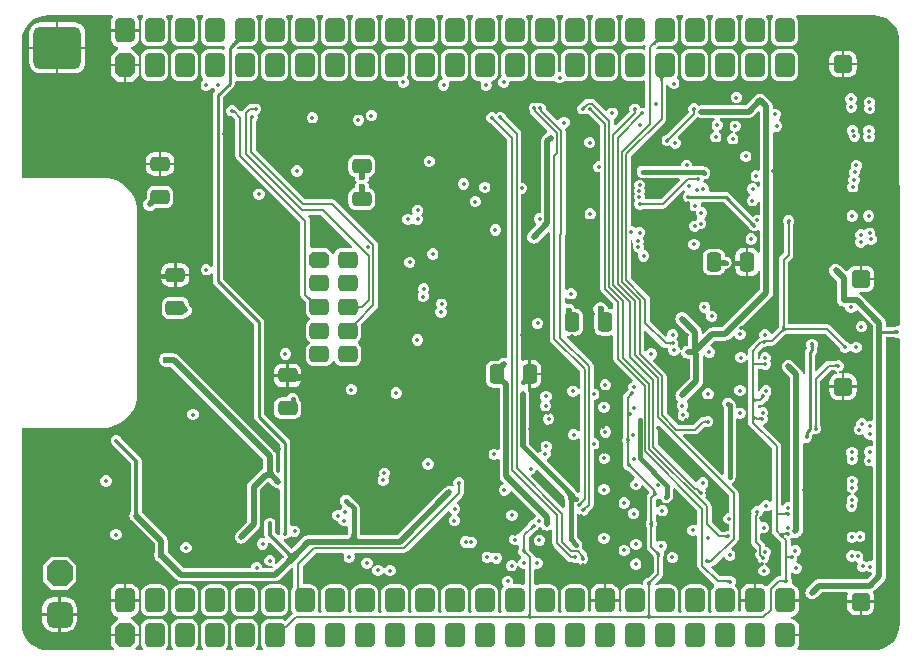
<source format=gbr>
%TF.GenerationSoftware,Altium Limited,Altium Designer,25.3.3 (18)*%
G04 Layer_Physical_Order=6*
G04 Layer_Color=16711680*
%FSLAX45Y45*%
%MOMM*%
%TF.SameCoordinates,95E4F6BA-DA47-4B25-BB43-2529A7C35442*%
%TF.FilePolarity,Positive*%
%TF.FileFunction,Copper,L6,Bot,Signal*%
%TF.Part,CustomerPanel*%
G01*
G75*
%TA.AperFunction,SMDPad,CuDef*%
G04:AMPARAMS|DCode=67|XSize=1.65mm|YSize=1.25mm|CornerRadius=0.3125mm|HoleSize=0mm|Usage=FLASHONLY|Rotation=0.000|XOffset=0mm|YOffset=0mm|HoleType=Round|Shape=RoundedRectangle|*
%AMROUNDEDRECTD67*
21,1,1.65000,0.62500,0,0,0.0*
21,1,1.02500,1.25000,0,0,0.0*
1,1,0.62500,0.51250,-0.31250*
1,1,0.62500,-0.51250,-0.31250*
1,1,0.62500,-0.51250,0.31250*
1,1,0.62500,0.51250,0.31250*
%
%ADD67ROUNDEDRECTD67*%
G04:AMPARAMS|DCode=68|XSize=1.65mm|YSize=1.25mm|CornerRadius=0.3125mm|HoleSize=0mm|Usage=FLASHONLY|Rotation=270.000|XOffset=0mm|YOffset=0mm|HoleType=Round|Shape=RoundedRectangle|*
%AMROUNDEDRECTD68*
21,1,1.65000,0.62500,0,0,270.0*
21,1,1.02500,1.25000,0,0,270.0*
1,1,0.62500,-0.31250,-0.51250*
1,1,0.62500,-0.31250,0.51250*
1,1,0.62500,0.31250,0.51250*
1,1,0.62500,0.31250,-0.51250*
%
%ADD68ROUNDEDRECTD68*%
%TA.AperFunction,Conductor*%
%ADD69C,0.40000*%
%ADD70C,0.30000*%
%ADD71C,0.25000*%
%ADD74C,0.20000*%
%ADD75C,0.50000*%
%TA.AperFunction,ComponentPad*%
G04:AMPARAMS|DCode=82|XSize=1.55mm|YSize=1.6mm|CornerRadius=0.3875mm|HoleSize=0mm|Usage=FLASHONLY|Rotation=270.000|XOffset=0mm|YOffset=0mm|HoleType=Round|Shape=RoundedRectangle|*
%AMROUNDEDRECTD82*
21,1,1.55000,0.82500,0,0,270.0*
21,1,0.77500,1.60000,0,0,270.0*
1,1,0.77500,-0.41250,-0.38750*
1,1,0.77500,-0.41250,0.38750*
1,1,0.77500,0.41250,0.38750*
1,1,0.77500,0.41250,-0.38750*
%
%ADD82ROUNDEDRECTD82*%
G04:AMPARAMS|DCode=83|XSize=1.7mm|YSize=2.1mm|CornerRadius=0mm|HoleSize=0mm|Usage=FLASHONLY|Rotation=0.000|XOffset=0mm|YOffset=0mm|HoleType=Round|Shape=Octagon|*
%AMOCTAGOND83*
4,1,8,-0.42500,1.05000,0.42500,1.05000,0.85000,0.62500,0.85000,-0.62500,0.42500,-1.05000,-0.42500,-1.05000,-0.85000,-0.62500,-0.85000,0.62500,-0.42500,1.05000,0.0*
%
%ADD83OCTAGOND83*%

G04:AMPARAMS|DCode=84|XSize=1.7mm|YSize=2.1mm|CornerRadius=0.425mm|HoleSize=0mm|Usage=FLASHONLY|Rotation=0.000|XOffset=0mm|YOffset=0mm|HoleType=Round|Shape=RoundedRectangle|*
%AMROUNDEDRECTD84*
21,1,1.70000,1.25001,0,0,0.0*
21,1,0.85000,2.10000,0,0,0.0*
1,1,0.85000,0.42500,-0.62500*
1,1,0.85000,-0.42500,-0.62500*
1,1,0.85000,-0.42500,0.62500*
1,1,0.85000,0.42500,0.62500*
%
%ADD84ROUNDEDRECTD84*%
G04:AMPARAMS|DCode=85|XSize=1.4mm|YSize=1.7mm|CornerRadius=0.35mm|HoleSize=0mm|Usage=FLASHONLY|Rotation=270.000|XOffset=0mm|YOffset=0mm|HoleType=Round|Shape=RoundedRectangle|*
%AMROUNDEDRECTD85*
21,1,1.40000,1.00000,0,0,270.0*
21,1,0.70000,1.70000,0,0,270.0*
1,1,0.70000,-0.50000,-0.35000*
1,1,0.70000,-0.50000,0.35000*
1,1,0.70000,0.50000,0.35000*
1,1,0.70000,0.50000,-0.35000*
%
%ADD85ROUNDEDRECTD85*%
G04:AMPARAMS|DCode=86|XSize=1.4mm|YSize=1.7mm|CornerRadius=0mm|HoleSize=0mm|Usage=FLASHONLY|Rotation=270.000|XOffset=0mm|YOffset=0mm|HoleType=Round|Shape=Octagon|*
%AMOCTAGOND86*
4,1,8,0.85000,0.35000,0.85000,-0.35000,0.50000,-0.70000,-0.50000,-0.70000,-0.85000,-0.35000,-0.85000,0.35000,-0.50000,0.70000,0.50000,0.70000,0.85000,0.35000,0.0*
%
%ADD86OCTAGOND86*%

G04:AMPARAMS|DCode=87|XSize=4mm|YSize=3.6mm|CornerRadius=0.54mm|HoleSize=0mm|Usage=FLASHONLY|Rotation=0.000|XOffset=0mm|YOffset=0mm|HoleType=Round|Shape=RoundedRectangle|*
%AMROUNDEDRECTD87*
21,1,4.00000,2.52000,0,0,0.0*
21,1,2.92000,3.60000,0,0,0.0*
1,1,1.08000,1.46000,-1.26000*
1,1,1.08000,-1.46000,-1.26000*
1,1,1.08000,-1.46000,1.26000*
1,1,1.08000,1.46000,1.26000*
%
%ADD87ROUNDEDRECTD87*%
G04:AMPARAMS|DCode=88|XSize=2.2mm|YSize=2.2mm|CornerRadius=0.55mm|HoleSize=0mm|Usage=FLASHONLY|Rotation=270.000|XOffset=0mm|YOffset=0mm|HoleType=Round|Shape=RoundedRectangle|*
%AMROUNDEDRECTD88*
21,1,2.20000,1.10000,0,0,270.0*
21,1,1.10000,2.20000,0,0,270.0*
1,1,1.10000,-0.55000,-0.55000*
1,1,1.10000,-0.55000,0.55000*
1,1,1.10000,0.55000,0.55000*
1,1,1.10000,0.55000,-0.55000*
%
%ADD88ROUNDEDRECTD88*%
G04:AMPARAMS|DCode=89|XSize=2.2mm|YSize=2.2mm|CornerRadius=0mm|HoleSize=0mm|Usage=FLASHONLY|Rotation=270.000|XOffset=0mm|YOffset=0mm|HoleType=Round|Shape=Octagon|*
%AMOCTAGOND89*
4,1,8,-0.55000,-1.10000,0.55000,-1.10000,1.10000,-0.55000,1.10000,0.55000,0.55000,1.10000,-0.55000,1.10000,-1.10000,0.55000,-1.10000,-0.55000,-0.55000,-1.10000,0.0*
%
%ADD89OCTAGOND89*%

%TA.AperFunction,ViaPad*%
%ADD90C,0.35000*%
%ADD91C,0.60000*%
G36*
X6431858Y6187877D02*
X6429578Y6188245D01*
X6427113Y6188149D01*
X6424462Y6187590D01*
X6421626Y6186566D01*
X6418605Y6185078D01*
X6415399Y6183127D01*
X6412008Y6180711D01*
X6408432Y6177832D01*
X6400724Y6170682D01*
X6386582Y6184824D01*
X6390389Y6188770D01*
X6396612Y6196108D01*
X6399027Y6199499D01*
X6400978Y6202705D01*
X6402466Y6205726D01*
X6403490Y6208562D01*
X6404049Y6211212D01*
X6404145Y6213678D01*
X6403777Y6215958D01*
X6431858Y6187877D01*
D02*
G37*
G36*
X2881517Y6186535D02*
X2878218Y6186542D01*
X2874766Y6186050D01*
X2871164Y6185058D01*
X2867412Y6183568D01*
X2863508Y6181579D01*
X2859453Y6179091D01*
X2855247Y6176103D01*
X2850891Y6172617D01*
X2841725Y6164147D01*
X2824047Y6181824D01*
X2828532Y6186483D01*
X2836003Y6195347D01*
X2838991Y6199553D01*
X2841479Y6203608D01*
X2843469Y6207511D01*
X2844959Y6211264D01*
X2845950Y6214866D01*
X2846442Y6218317D01*
X2846436Y6221617D01*
X2881517Y6186535D01*
D02*
G37*
G36*
X8295106Y6414943D02*
X8327466Y6407174D01*
X8358213Y6394438D01*
X8386588Y6377050D01*
X8411894Y6355436D01*
X8433508Y6330130D01*
X8450896Y6301755D01*
X8463632Y6271008D01*
X8471401Y6238648D01*
X8472853Y6220198D01*
X8473513Y6205471D01*
X8473516Y6205460D01*
X8473516Y6190471D01*
X8473580Y3793177D01*
X8464873Y3787358D01*
X8458580Y3784875D01*
X8442137D01*
X8432076Y3780707D01*
X8357874D01*
Y3816579D01*
X8355984Y3830936D01*
X8353689Y3836478D01*
X8350442Y3844316D01*
X8341626Y3855805D01*
X8151533Y4045898D01*
X8140044Y4054714D01*
X8134853Y4056864D01*
X8137837Y4071864D01*
X8186650D01*
X8205902Y4074399D01*
X8223843Y4081830D01*
X8239249Y4093651D01*
X8251070Y4109057D01*
X8258501Y4126998D01*
X8261036Y4146250D01*
Y4175000D01*
X8145400D01*
Y4185000D01*
X8135400D01*
Y4298136D01*
X8104150D01*
X8084898Y4295602D01*
X8066957Y4288170D01*
X8051551Y4276349D01*
X8039730Y4260943D01*
X8037209Y4254857D01*
X8019515Y4251337D01*
X7971626Y4299226D01*
X7960137Y4308042D01*
X7946758Y4313584D01*
X7932400Y4315474D01*
X7918042Y4313584D01*
X7904663Y4308042D01*
X7893174Y4299226D01*
X7884358Y4287737D01*
X7878816Y4274358D01*
X7876926Y4260000D01*
X7878816Y4245642D01*
X7884358Y4232263D01*
X7893174Y4220774D01*
X7944475Y4169473D01*
Y4006671D01*
X7946365Y3992314D01*
X7951907Y3978934D01*
X7960723Y3967445D01*
X7972212Y3958629D01*
X7985591Y3953087D01*
X7999949Y3951197D01*
X8016130D01*
Y3935554D01*
X8023361Y3918096D01*
X8036723Y3904734D01*
X8054182Y3897503D01*
X8073078D01*
X8090536Y3904734D01*
X8103898Y3918096D01*
X8104160Y3918728D01*
X8118872Y3921654D01*
X8246926Y3793600D01*
Y3740000D01*
Y2993114D01*
X8235792Y2985674D01*
X8216895D01*
X8200255Y2978782D01*
X8196745Y2987256D01*
X8183383Y3000618D01*
X8165925Y3007849D01*
X8147029D01*
X8129570Y3000618D01*
X8116209Y2987256D01*
X8108977Y2969798D01*
Y2951923D01*
X8106484Y2950891D01*
X8093122Y2937529D01*
X8085891Y2920071D01*
Y2901174D01*
X8093122Y2883716D01*
X8106484Y2870354D01*
X8123943Y2863123D01*
X8142839D01*
X8160297Y2870354D01*
X8160806Y2870863D01*
X8175806Y2864649D01*
Y2860075D01*
X8183037Y2842617D01*
X8196399Y2829255D01*
X8213858Y2822023D01*
X8232754D01*
X8234454Y2822727D01*
X8246926Y2814394D01*
Y2775969D01*
X8234454Y2767636D01*
X8230355Y2769334D01*
X8211458D01*
X8194000Y2762102D01*
X8180638Y2748740D01*
X8173407Y2731282D01*
Y2712385D01*
X8180638Y2694927D01*
X8189957Y2685609D01*
X8178007Y2673660D01*
X8170776Y2656201D01*
Y2637305D01*
X8178007Y2619847D01*
X8191369Y2606485D01*
X8208827Y2599253D01*
X8227724D01*
X8231925Y2600994D01*
X8246926Y2590971D01*
Y1804754D01*
X8234454Y1796421D01*
X8231848Y1797500D01*
X8212952D01*
X8195494Y1790268D01*
X8193362Y1788137D01*
X8188554Y1792945D01*
X8171096Y1800176D01*
X8170540D01*
X8168008Y1802559D01*
X8161753Y1815176D01*
X8166978Y1827791D01*
Y1846687D01*
X8159747Y1864145D01*
X8146385Y1877507D01*
X8128927Y1884739D01*
X8110030D01*
X8096768Y1879245D01*
X8096049Y1879965D01*
X8078591Y1887196D01*
X8059694D01*
X8042236Y1879965D01*
X8028874Y1866603D01*
X8021643Y1849145D01*
Y1830248D01*
X8028874Y1812790D01*
X8042236Y1799428D01*
X8059694Y1792197D01*
X8078591D01*
X8091852Y1797690D01*
X8092572Y1796970D01*
X8110030Y1789739D01*
X8110586D01*
X8113118Y1787356D01*
X8119373Y1774739D01*
X8114148Y1762124D01*
Y1743228D01*
X8121379Y1725770D01*
X8134741Y1712408D01*
X8152199Y1705176D01*
X8171096D01*
X8188554Y1712408D01*
X8190686Y1714540D01*
X8195494Y1709732D01*
X8212952Y1702500D01*
X8231848D01*
X8238430Y1688990D01*
X8238980Y1682697D01*
X8201758Y1645474D01*
X7792400D01*
X7778042Y1643584D01*
X7764663Y1638042D01*
X7753174Y1629226D01*
X7693174Y1569226D01*
X7684358Y1557737D01*
X7678816Y1544358D01*
X7676926Y1530000D01*
X7678816Y1515642D01*
X7684358Y1502263D01*
X7693174Y1490774D01*
X7704663Y1481958D01*
X7718042Y1476416D01*
X7732400Y1474526D01*
X7746758Y1476416D01*
X7760137Y1481958D01*
X7771626Y1490774D01*
X7815378Y1534526D01*
X8024978D01*
X8035001Y1519526D01*
X8032299Y1513003D01*
X8029764Y1493750D01*
Y1465000D01*
X8261036D01*
Y1493750D01*
X8258501Y1513003D01*
X8253122Y1525990D01*
X8252473Y1541958D01*
X8263962Y1550774D01*
X8341626Y1628438D01*
X8350442Y1639927D01*
X8355984Y1653306D01*
X8357874Y1667664D01*
Y3694042D01*
X8432076D01*
X8442137Y3689875D01*
X8461033D01*
X8461111Y3689907D01*
X8473583Y3681574D01*
X8473648Y1270170D01*
X8473647Y1270037D01*
Y1255256D01*
X8472986Y1240530D01*
X8471537Y1222122D01*
X8463778Y1189803D01*
X8451059Y1159097D01*
X8433693Y1130758D01*
X8412108Y1105484D01*
X8386834Y1083899D01*
X8358495Y1066533D01*
X8327789Y1053814D01*
X8295471Y1046055D01*
X8264129Y1043588D01*
X8262338Y1043944D01*
X7612342D01*
X7604945Y1058944D01*
X7612596Y1068916D01*
X7620405Y1087768D01*
X7623069Y1108000D01*
Y1160500D01*
X7502400D01*
Y1180500D01*
X7623069D01*
Y1233000D01*
X7620405Y1253232D01*
X7612596Y1272085D01*
X7600174Y1288274D01*
X7583984Y1300696D01*
X7565132Y1308505D01*
X7554270Y1309935D01*
Y1325065D01*
X7565132Y1326495D01*
X7583984Y1334304D01*
X7600174Y1346726D01*
X7612596Y1362915D01*
X7620405Y1381768D01*
X7623069Y1402000D01*
Y1454500D01*
X7502400D01*
Y1474500D01*
X7623069D01*
Y1527000D01*
X7620405Y1547232D01*
X7612596Y1566084D01*
X7600174Y1582274D01*
X7583984Y1594696D01*
X7565132Y1602505D01*
X7560215Y1611022D01*
X7563086Y1617953D01*
Y1636850D01*
X7555855Y1654308D01*
X7550881Y1659282D01*
Y1697428D01*
X7565881Y1703641D01*
X7573255Y1696267D01*
X7590713Y1689035D01*
X7609610D01*
X7627068Y1696267D01*
X7640430Y1709629D01*
X7647661Y1727087D01*
Y1745983D01*
X7640430Y1763441D01*
X7627068Y1776803D01*
X7609610Y1784035D01*
X7604823D01*
X7598609Y1799035D01*
X7602668Y1803094D01*
X7609900Y1820552D01*
Y1839448D01*
X7609682Y1839974D01*
X7619345Y1843977D01*
X7632707Y1857339D01*
X7639938Y1874797D01*
Y1893693D01*
X7632707Y1911152D01*
X7619345Y1924514D01*
X7601887Y1931745D01*
X7582990D01*
X7565532Y1924514D01*
X7550881Y1931075D01*
Y1972302D01*
X7550881Y1972303D01*
X7548319Y1985181D01*
X7559306Y1989732D01*
X7569139Y1999564D01*
X7575542Y1996911D01*
X7589900Y1995021D01*
X7604258Y1996911D01*
X7617637Y2002453D01*
X7629126Y2011269D01*
X7639111Y2021254D01*
X7647927Y2032743D01*
X7653469Y2046122D01*
X7655359Y2060480D01*
Y2791034D01*
X7670359Y2801057D01*
X7677250Y2798202D01*
X7696146D01*
X7713604Y2805434D01*
X7726966Y2818796D01*
X7734198Y2836254D01*
Y2855150D01*
X7730030Y2865211D01*
Y2867744D01*
X7741681Y2877169D01*
X7752952Y2872500D01*
X7771848D01*
X7789306Y2879732D01*
X7802668Y2893094D01*
X7809900Y2910552D01*
Y2929448D01*
X7804690Y2942025D01*
X7804653Y2942214D01*
X7804546Y2942374D01*
X7803184Y2945663D01*
Y3323107D01*
X7891918Y3411842D01*
X7923383D01*
X7925494Y3409731D01*
X7942952Y3402500D01*
X7947403D01*
X7948333Y3402499D01*
X7949317Y3387500D01*
X7948381Y3387377D01*
X7934898Y3385602D01*
X7916957Y3378170D01*
X7901551Y3366349D01*
X7889730Y3350943D01*
X7882298Y3333002D01*
X7879764Y3313750D01*
Y3285000D01*
X7985400D01*
Y3388136D01*
X7964168D01*
X7963385Y3388137D01*
X7961849Y3402500D01*
X7963326Y3403112D01*
X7979307Y3409731D01*
X7992669Y3423093D01*
X7999900Y3440551D01*
Y3459448D01*
X7992669Y3476906D01*
X7979307Y3490268D01*
X7961848Y3497499D01*
X7942952D01*
X7935533Y3494427D01*
X7935074Y3494392D01*
X7933340Y3493518D01*
X7933231Y3493473D01*
X7932945Y3493409D01*
X7875025D01*
X7859418Y3490304D01*
X7846187Y3481464D01*
X7846186Y3481463D01*
X7770059Y3405336D01*
X7756201Y3411076D01*
Y3546376D01*
X7762818Y3552993D01*
X7772212Y3567051D01*
X7775510Y3583633D01*
Y3612316D01*
X7779677Y3622377D01*
Y3641273D01*
X7772446Y3658732D01*
X7759084Y3672093D01*
X7741626Y3679325D01*
X7722729D01*
X7705271Y3672093D01*
X7691909Y3658732D01*
X7684678Y3641273D01*
Y3622377D01*
X7688845Y3612316D01*
Y3601582D01*
X7682228Y3594965D01*
X7672835Y3580907D01*
X7669537Y3564325D01*
Y3384746D01*
X7654537Y3383763D01*
X7653469Y3391873D01*
X7647927Y3405252D01*
X7639111Y3416741D01*
X7571626Y3484226D01*
X7560137Y3493042D01*
X7546758Y3498584D01*
X7532400Y3500474D01*
X7518042Y3498584D01*
X7504663Y3493042D01*
X7493174Y3484226D01*
X7484358Y3472737D01*
X7478816Y3459358D01*
X7476926Y3445000D01*
X7478816Y3430642D01*
X7484358Y3417263D01*
X7493174Y3405774D01*
X7544410Y3354537D01*
Y2299159D01*
X7542409Y2297822D01*
X7523513D01*
X7506054Y2290590D01*
X7492692Y2277228D01*
X7488183Y2266343D01*
X7473183Y2269326D01*
Y2770000D01*
X7470079Y2785607D01*
X7461238Y2798838D01*
X7461238Y2798839D01*
X7317733Y2942344D01*
X7324225Y2957065D01*
X7339601Y2963433D01*
X7352963Y2976795D01*
X7360194Y2994254D01*
Y3013150D01*
X7354466Y3026980D01*
X7355031Y3027546D01*
X7362262Y3045004D01*
Y3063900D01*
X7355031Y3081359D01*
X7341669Y3094721D01*
X7324211Y3101952D01*
X7305314D01*
X7287856Y3094721D01*
X7273184Y3101261D01*
Y3119217D01*
X7290368D01*
X7290369Y3119216D01*
X7305976Y3122321D01*
X7319207Y3131162D01*
X7332204Y3144158D01*
X7335491Y3145520D01*
X7335682Y3145558D01*
X7335843Y3145666D01*
X7348418Y3150875D01*
X7361780Y3164236D01*
X7369012Y3181695D01*
Y3199288D01*
X7381607Y3211884D01*
X7388838Y3229342D01*
Y3248238D01*
X7381607Y3265697D01*
X7368245Y3279058D01*
X7350787Y3286290D01*
X7331890D01*
X7314432Y3279058D01*
X7301070Y3265697D01*
X7293839Y3248238D01*
Y3238883D01*
X7288184Y3234717D01*
X7273184Y3242298D01*
Y3426162D01*
X7312659D01*
X7315948Y3424800D01*
X7316108Y3424693D01*
X7316297Y3424656D01*
X7328874Y3419446D01*
X7347770D01*
X7365229Y3426677D01*
X7378591Y3440039D01*
X7385822Y3457498D01*
Y3476394D01*
X7378591Y3493852D01*
X7378518Y3493925D01*
X7384907Y3509351D01*
Y3528247D01*
X7377676Y3545705D01*
X7364314Y3559067D01*
X7346856Y3566299D01*
X7327959D01*
X7310501Y3559067D01*
X7297139Y3545705D01*
X7289907Y3528247D01*
Y3509351D01*
X7288824Y3507729D01*
X7273184D01*
Y3563107D01*
X7296087Y3586010D01*
X7297743Y3587117D01*
X7318193Y3607567D01*
X7318882Y3607281D01*
X7337779D01*
X7355237Y3614512D01*
X7363427Y3622702D01*
X7395884D01*
X7395885Y3622701D01*
X7411492Y3625806D01*
X7424724Y3634647D01*
X7506106Y3716029D01*
X7506472Y3716323D01*
X7507584Y3717078D01*
X7508659Y3717688D01*
X7509722Y3718181D01*
X7510825Y3718585D01*
X7512013Y3718913D01*
X7513334Y3719165D01*
X7513802Y3719217D01*
X7846741D01*
X7966454Y3599504D01*
X7967816Y3596217D01*
X7967854Y3596026D01*
X7967962Y3595865D01*
X7973170Y3583289D01*
X7986532Y3569927D01*
X8003991Y3562696D01*
X8022887D01*
X8040345Y3569927D01*
X8049561Y3579143D01*
X8063098Y3579403D01*
X8067568Y3577553D01*
X8079030Y3566091D01*
X8096489Y3558859D01*
X8115385D01*
X8132843Y3566091D01*
X8146205Y3579453D01*
X8153437Y3596911D01*
Y3615807D01*
X8146205Y3633266D01*
X8132843Y3646627D01*
X8115385Y3653859D01*
X8096489D01*
X8079030Y3646627D01*
X8069815Y3637412D01*
X8056278Y3637152D01*
X8051808Y3639001D01*
X8040345Y3650464D01*
X8027770Y3655673D01*
X8027609Y3655781D01*
X8027418Y3655819D01*
X8024131Y3657180D01*
X7892473Y3788838D01*
X7879242Y3797679D01*
X7863635Y3800784D01*
X7863633Y3800784D01*
X7533184D01*
Y4333107D01*
X7562989Y4362912D01*
X7562990Y4362913D01*
X7571830Y4376144D01*
X7574935Y4391751D01*
Y4650337D01*
X7576297Y4653626D01*
X7576404Y4653786D01*
X7576442Y4653975D01*
X7581651Y4666552D01*
Y4685448D01*
X7574420Y4702907D01*
X7561058Y4716268D01*
X7543600Y4723500D01*
X7524703D01*
X7507245Y4716268D01*
X7493883Y4702907D01*
X7486652Y4685448D01*
Y4666552D01*
X7491861Y4653975D01*
X7491899Y4653786D01*
X7492006Y4653626D01*
X7493368Y4650337D01*
Y4408644D01*
X7463562Y4378838D01*
X7454721Y4365607D01*
X7451616Y4350000D01*
X7451617Y4349999D01*
Y3781402D01*
X7451565Y3780934D01*
X7451313Y3779613D01*
X7450984Y3778422D01*
X7450581Y3777322D01*
X7450088Y3776258D01*
X7449479Y3775186D01*
X7448722Y3774072D01*
X7448429Y3773706D01*
X7396362Y3721639D01*
X7380524Y3727014D01*
X7375273Y3739691D01*
X7361911Y3753052D01*
X7344453Y3760284D01*
X7325556D01*
X7308098Y3753052D01*
X7294736Y3739691D01*
X7287505Y3722232D01*
Y3703336D01*
X7289253Y3689590D01*
X7276022Y3680749D01*
X7276021Y3680748D01*
X7241173Y3645900D01*
X7239517Y3644794D01*
X7239516Y3644793D01*
X7203562Y3608838D01*
X7194721Y3595607D01*
X7191616Y3580000D01*
X7191617Y3579999D01*
Y3540319D01*
X7176617Y3537335D01*
X7172654Y3546901D01*
X7159292Y3560263D01*
X7141834Y3567495D01*
X7122937D01*
X7105479Y3560263D01*
X7092117Y3546901D01*
X7084886Y3529443D01*
Y3510547D01*
X7092117Y3493089D01*
X7105479Y3479727D01*
X7122937Y3472495D01*
X7141834D01*
X7159292Y3479727D01*
X7172654Y3493089D01*
X7176617Y3502655D01*
X7191617Y3499671D01*
Y3480001D01*
X7191616Y3480000D01*
X7191617Y3479999D01*
Y3160000D01*
Y3010000D01*
Y2970001D01*
X7191616Y2970000D01*
X7194721Y2954393D01*
X7203562Y2941162D01*
X7391616Y2753107D01*
Y2302910D01*
X7376616Y2296696D01*
X7368080Y2305233D01*
X7350622Y2312465D01*
X7331725D01*
X7314267Y2305233D01*
X7300905Y2291871D01*
X7293673Y2274413D01*
Y2269950D01*
X7278673Y2259927D01*
X7276866Y2260676D01*
X7257969D01*
X7240511Y2253445D01*
X7227149Y2240083D01*
X7219918Y2222625D01*
Y2203728D01*
X7221147Y2200761D01*
X7217019Y2194583D01*
X7213914Y2178976D01*
X7213915Y2178974D01*
Y1963265D01*
X7213914Y1963263D01*
X7217019Y1947656D01*
X7225860Y1934425D01*
X7253215Y1907070D01*
Y1848955D01*
X7253214Y1848953D01*
X7256319Y1833346D01*
X7265160Y1820115D01*
X7272588Y1812686D01*
X7273950Y1809398D01*
X7273988Y1809209D01*
X7274095Y1809049D01*
X7279304Y1796472D01*
X7292666Y1783110D01*
X7308672Y1776481D01*
X7310147Y1771505D01*
X7310204Y1760879D01*
X7298703Y1756115D01*
X7285342Y1742753D01*
X7278110Y1725295D01*
Y1706399D01*
X7285342Y1688940D01*
X7298703Y1675579D01*
X7316162Y1668347D01*
X7335058D01*
X7352516Y1675579D01*
X7365878Y1688940D01*
X7373110Y1706399D01*
Y1725295D01*
X7365878Y1742753D01*
X7352516Y1756115D01*
X7336511Y1762745D01*
X7335035Y1767720D01*
X7334979Y1778347D01*
X7346479Y1783110D01*
X7359841Y1796472D01*
X7367073Y1813930D01*
Y1832827D01*
X7366119Y1835129D01*
X7377438Y1846449D01*
X7384670Y1863907D01*
Y1882803D01*
X7377438Y1900262D01*
X7364076Y1913624D01*
X7346618Y1920855D01*
X7334782Y1923964D01*
X7331677Y1939571D01*
X7322837Y1952802D01*
X7322836Y1952802D01*
X7295482Y1980157D01*
Y2023501D01*
X7310482Y2033523D01*
X7312952Y2032500D01*
X7331848D01*
X7349307Y2039732D01*
X7362669Y2053094D01*
X7369900Y2070552D01*
Y2089448D01*
X7362669Y2106907D01*
X7349307Y2120269D01*
X7331848Y2127500D01*
X7312952D01*
X7310482Y2126477D01*
X7295482Y2136500D01*
Y2163123D01*
X7302227Y2173218D01*
X7304112Y2182696D01*
X7307686Y2186270D01*
X7314917Y2203728D01*
Y2208191D01*
X7329918Y2218214D01*
X7331725Y2217465D01*
X7350622D01*
X7368080Y2224696D01*
X7376616Y2233233D01*
X7391616Y2227020D01*
Y2200001D01*
X7391616Y2200000D01*
X7391616Y2199999D01*
Y2050001D01*
X7391616Y2050000D01*
X7394721Y2034393D01*
X7403562Y2021162D01*
X7443561Y1981162D01*
X7443562Y1981162D01*
X7469314Y1955410D01*
Y1668185D01*
X7449803D01*
X7449801Y1668185D01*
X7434194Y1665081D01*
X7420963Y1656240D01*
X7420963Y1656239D01*
X7356841Y1592117D01*
X7353305Y1588855D01*
X7336232Y1589902D01*
X7329984Y1594696D01*
X7311132Y1602505D01*
X7290900Y1605169D01*
X7258400D01*
Y1464500D01*
X7248400D01*
Y1454500D01*
X7127731D01*
Y1402000D01*
X7130395Y1381768D01*
X7130668Y1381109D01*
X7121568Y1367491D01*
X7115820D01*
X7106720Y1381109D01*
X7107534Y1383073D01*
X7110025Y1402000D01*
Y1527000D01*
X7107534Y1545927D01*
X7100228Y1563563D01*
X7088608Y1578708D01*
X7082666Y1583267D01*
X7081746Y1597301D01*
X7088978Y1614759D01*
Y1633655D01*
X7081746Y1651113D01*
X7068384Y1664475D01*
X7050926Y1671707D01*
X7032030D01*
X7023508Y1668177D01*
X7022896Y1668112D01*
X7021434Y1667318D01*
X7020564Y1666957D01*
X6953120D01*
X6880503Y1739574D01*
X6880464Y1742731D01*
X6885720Y1755571D01*
X6895927Y1757602D01*
X6909158Y1766442D01*
X6975519Y1832804D01*
X6992337Y1828408D01*
X6996609Y1818094D01*
X7009971Y1804732D01*
X7027429Y1797500D01*
X7046326D01*
X7063784Y1804732D01*
X7077146Y1818094D01*
X7084377Y1835552D01*
Y1854448D01*
X7077146Y1871907D01*
X7063784Y1885269D01*
X7053470Y1889541D01*
X7049074Y1906358D01*
X7101238Y1958522D01*
X7101239Y1958523D01*
X7110079Y1971754D01*
X7113184Y1987361D01*
X7113184Y1987363D01*
Y2369999D01*
X7113184Y2370000D01*
X7110079Y2385608D01*
X7101239Y2398839D01*
X7101238Y2398839D01*
X7054242Y2445835D01*
X7058495Y2462795D01*
X7070806Y2471021D01*
X7081857Y2487560D01*
X7085737Y2507069D01*
Y2999889D01*
X7100737Y3007560D01*
X7112952Y3002500D01*
X7131848D01*
X7149307Y3009732D01*
X7162668Y3023094D01*
X7169900Y3040552D01*
Y3059448D01*
X7162668Y3076906D01*
X7149307Y3090268D01*
X7131848Y3097500D01*
X7112952D01*
X7100737Y3092440D01*
X7085737Y3100111D01*
Y3117643D01*
X7081857Y3137152D01*
X7070806Y3153691D01*
X7058448Y3166048D01*
X7041909Y3177099D01*
X7022400Y3180980D01*
X7002891Y3177099D01*
X6986352Y3166048D01*
X6975301Y3149509D01*
X6971421Y3130000D01*
X6975301Y3110491D01*
X6983778Y3097805D01*
Y2535897D01*
X6969920Y2530157D01*
X6644719Y2855359D01*
X6650459Y2869217D01*
X6742399D01*
X6742400Y2869216D01*
X6758007Y2872321D01*
X6771238Y2881162D01*
X6826424Y2936348D01*
X6838724Y2931253D01*
X6857621D01*
X6875079Y2938485D01*
X6888441Y2951847D01*
X6895672Y2969305D01*
Y2988202D01*
X6888441Y3005660D01*
X6875079Y3019022D01*
X6857621Y3026253D01*
X6838724D01*
X6826147Y3021043D01*
X6825958Y3021006D01*
X6825798Y3020899D01*
X6822509Y3019537D01*
X6811153D01*
X6795546Y3016432D01*
X6782315Y3007592D01*
X6782314Y3007591D01*
X6725506Y2950784D01*
X6598791D01*
X6501051Y3048524D01*
Y3360622D01*
X6501051Y3360623D01*
X6497946Y3376231D01*
X6489106Y3389462D01*
X6489105Y3389462D01*
X6389241Y3489326D01*
X6392761Y3507020D01*
X6399306Y3509732D01*
X6412668Y3523094D01*
X6419900Y3540552D01*
Y3559448D01*
X6412668Y3576906D01*
X6399306Y3590268D01*
X6381848Y3597500D01*
X6362952D01*
X6345494Y3590268D01*
X6332132Y3576907D01*
X6315834Y3576758D01*
X6313183Y3578246D01*
Y3741942D01*
X6327041Y3747682D01*
X6463561Y3611162D01*
X6463562Y3611162D01*
X6476793Y3602321D01*
X6492400Y3599217D01*
X6514351D01*
X6517371Y3594697D01*
Y3575801D01*
X6524602Y3558343D01*
X6537964Y3544981D01*
X6555423Y3537749D01*
X6574319D01*
X6591777Y3544981D01*
X6605057Y3558260D01*
X6605139Y3558342D01*
X6614921Y3568272D01*
X6624165Y3566533D01*
X6626232Y3552767D01*
X6626316Y3552127D01*
X6631858Y3538748D01*
X6640674Y3527259D01*
X6652163Y3518443D01*
X6665542Y3512901D01*
X6679900Y3511011D01*
X6696926D01*
Y3342978D01*
X6593174Y3239226D01*
X6584358Y3227737D01*
X6578816Y3214358D01*
X6576926Y3200000D01*
X6578816Y3185642D01*
X6584358Y3172263D01*
X6593174Y3160774D01*
X6593434Y3160574D01*
X6595502Y3141429D01*
X6588271Y3123971D01*
Y3105075D01*
X6595502Y3087617D01*
X6608864Y3074255D01*
X6609798Y3069562D01*
X6601526Y3061290D01*
X6594294Y3043832D01*
Y3024936D01*
X6601526Y3007477D01*
X6614888Y2994115D01*
X6632346Y2986884D01*
X6651242D01*
X6668701Y2994115D01*
X6682063Y3007477D01*
X6689294Y3024936D01*
Y3043832D01*
X6682063Y3061290D01*
X6668701Y3074652D01*
X6667767Y3079345D01*
X6676039Y3087617D01*
X6683271Y3105075D01*
Y3123971D01*
X6676039Y3141430D01*
X6671675Y3145794D01*
X6674767Y3163915D01*
X6791626Y3280773D01*
X6800442Y3292263D01*
X6805984Y3305642D01*
X6807874Y3320000D01*
Y3537110D01*
X6822874Y3540094D01*
X6823791Y3537881D01*
X6837153Y3524519D01*
X6854611Y3517288D01*
X6873508D01*
X6890966Y3524519D01*
X6904328Y3537881D01*
X6911559Y3555339D01*
Y3574236D01*
X6904328Y3591694D01*
X6890966Y3605056D01*
X6878000Y3610426D01*
X6872506Y3626145D01*
X6910886Y3664526D01*
X6996442D01*
X7010800Y3666416D01*
X7024179Y3671958D01*
X7035668Y3680774D01*
X7061042Y3706147D01*
X7078344Y3702236D01*
X7082132Y3693093D01*
X7095494Y3679732D01*
X7112952Y3672500D01*
X7131848D01*
X7149307Y3679732D01*
X7162668Y3693093D01*
X7169900Y3710552D01*
Y3729448D01*
X7162668Y3746906D01*
X7149307Y3760268D01*
X7140164Y3764055D01*
X7136253Y3781358D01*
X7384231Y4029336D01*
X7393047Y4040825D01*
X7398589Y4054205D01*
X7400479Y4068563D01*
Y5425573D01*
X7415479Y5435595D01*
X7422952Y5432500D01*
X7441848D01*
X7459306Y5439732D01*
X7472668Y5453093D01*
X7479900Y5470552D01*
Y5489448D01*
X7472668Y5506906D01*
X7459306Y5520268D01*
X7450411Y5523953D01*
X7449307Y5539732D01*
X7462668Y5553094D01*
X7469900Y5570552D01*
Y5589448D01*
X7462668Y5606906D01*
X7449306Y5620268D01*
X7431848Y5627500D01*
X7412952D01*
X7412951Y5627500D01*
X7400479Y5635833D01*
Y5647395D01*
X7398589Y5661753D01*
X7396294Y5667295D01*
X7393047Y5675132D01*
X7384231Y5686621D01*
X7331628Y5739224D01*
X7331626Y5739227D01*
X7320137Y5748042D01*
X7306758Y5753584D01*
X7292400Y5755474D01*
X7278042Y5753584D01*
X7264663Y5748042D01*
X7253174Y5739227D01*
X7172438Y5658491D01*
X6795416D01*
X6781058Y5656600D01*
X6772279Y5652964D01*
X6771799Y5654122D01*
X6758437Y5667484D01*
X6740979Y5674715D01*
X6722083D01*
X6704624Y5667484D01*
X6691262Y5654122D01*
X6684031Y5636664D01*
Y5617767D01*
X6689241Y5605190D01*
X6689278Y5605001D01*
X6689385Y5604841D01*
X6690747Y5601553D01*
Y5599843D01*
X6495932Y5405028D01*
X6492644Y5403666D01*
X6492455Y5403629D01*
X6492295Y5403522D01*
X6479718Y5398312D01*
X6466356Y5384950D01*
X6459125Y5367492D01*
Y5348596D01*
X6466356Y5331137D01*
X6479718Y5317775D01*
X6497176Y5310544D01*
X6516073D01*
X6531854Y5317081D01*
X6534785Y5310004D01*
X6548147Y5296642D01*
X6565605Y5289411D01*
X6584501D01*
X6601960Y5296642D01*
X6615322Y5310004D01*
X6622553Y5327463D01*
Y5346359D01*
X6615322Y5363817D01*
X6601960Y5377179D01*
X6601334Y5377438D01*
X6598408Y5392150D01*
X6760368Y5554111D01*
X6760369Y5554111D01*
X6767310Y5555257D01*
X6767679Y5554974D01*
X6781058Y5549432D01*
X6795416Y5547542D01*
X6905498D01*
X6908482Y5532542D01*
X6902994Y5530269D01*
X6889632Y5516907D01*
X6882400Y5499448D01*
Y5480552D01*
X6889632Y5463094D01*
X6902100Y5450626D01*
X6902449Y5444168D01*
X6901468Y5434128D01*
X6891263Y5429901D01*
X6877901Y5416539D01*
X6870670Y5399081D01*
Y5380184D01*
X6877901Y5362726D01*
X6891263Y5349364D01*
X6908721Y5342133D01*
X6927618D01*
X6945076Y5349364D01*
X6958438Y5362726D01*
X6965669Y5380184D01*
Y5399081D01*
X6958438Y5416539D01*
X6945970Y5429007D01*
X6945620Y5435465D01*
X6946602Y5445505D01*
X6956807Y5449732D01*
X6970168Y5463094D01*
X6977400Y5480552D01*
Y5499448D01*
X6970168Y5516907D01*
X6956807Y5530269D01*
X6951318Y5532542D01*
X6954302Y5547542D01*
X7195416D01*
X7209774Y5549432D01*
X7223153Y5554974D01*
X7234642Y5563790D01*
X7275673Y5604820D01*
X7289531Y5599080D01*
Y5114319D01*
X7274530Y5104296D01*
X7269987Y5106178D01*
X7251090D01*
X7233632Y5098946D01*
X7220270Y5085584D01*
X7213039Y5068126D01*
Y5049230D01*
X7220270Y5031771D01*
X7233632Y5018410D01*
X7251090Y5011178D01*
X7269987D01*
X7274530Y5013060D01*
X7289531Y5003037D01*
Y4969857D01*
X7274531Y4966873D01*
X7270413Y4976814D01*
X7257051Y4990176D01*
X7239593Y4997407D01*
X7220696D01*
X7203238Y4990176D01*
X7189876Y4976814D01*
X7182645Y4959356D01*
Y4940459D01*
X7189876Y4923001D01*
X7203238Y4909639D01*
X7208713Y4907371D01*
Y4891135D01*
X7200602Y4887776D01*
X7187240Y4874414D01*
X7180009Y4856955D01*
Y4838059D01*
X7187240Y4820601D01*
X7200602Y4807239D01*
X7218060Y4800007D01*
X7236957D01*
X7254415Y4807239D01*
X7267777Y4820601D01*
X7275009Y4838059D01*
X7289531Y4836905D01*
Y4735714D01*
X7280592Y4729742D01*
X7261695D01*
X7244237Y4722510D01*
X7233215Y4711488D01*
X7035404Y4909300D01*
X7021346Y4918693D01*
X7004763Y4921992D01*
X6870124D01*
X6860101Y4936992D01*
X6861570Y4940539D01*
Y4959435D01*
X6854339Y4976894D01*
X6840977Y4990255D01*
X6823519Y4997487D01*
X6822120D01*
X6820081Y4999300D01*
X6813334Y5012487D01*
X6818389Y5024692D01*
Y5029564D01*
X6820357Y5031179D01*
X6820826D01*
X6840335Y5035060D01*
X6856874Y5046111D01*
X6867925Y5062650D01*
X6871806Y5082159D01*
X6867925Y5101668D01*
X6856874Y5118207D01*
X6855461Y5119152D01*
X6849307Y5125305D01*
X6832768Y5136356D01*
X6813259Y5140236D01*
X6718210D01*
Y5156948D01*
X6710978Y5174406D01*
X6697617Y5187768D01*
X6680158Y5195000D01*
X6661262D01*
X6643804Y5187768D01*
X6630442Y5174406D01*
X6623210Y5156948D01*
Y5140236D01*
X6319623D01*
X6317634Y5141566D01*
X6298125Y5145446D01*
X6278616Y5141566D01*
X6262077Y5130515D01*
X6251026Y5113976D01*
X6247145Y5094467D01*
X6251026Y5074958D01*
X6262077Y5058419D01*
X6267286Y5053209D01*
X6283825Y5042158D01*
X6303334Y5038277D01*
X6609949D01*
X6615690Y5024419D01*
X6452780Y4861510D01*
X6323914D01*
X6319052Y4868786D01*
Y4887682D01*
X6312751Y4902895D01*
X6319332Y4918784D01*
Y4937681D01*
X6313311Y4952218D01*
X6313469Y4952376D01*
X6320700Y4969834D01*
Y4988731D01*
X6313469Y5006189D01*
X6300107Y5019551D01*
X6282649Y5026782D01*
X6263752D01*
X6246294Y5019551D01*
X6232932Y5006189D01*
X6225701Y4988731D01*
Y4969834D01*
X6231722Y4955297D01*
X6231564Y4955139D01*
X6224332Y4937681D01*
Y4918784D01*
X6230634Y4903571D01*
X6224053Y4887682D01*
Y4868785D01*
X6231284Y4851327D01*
X6234881Y4847730D01*
X6234783Y4847633D01*
X6227551Y4830174D01*
Y4811278D01*
X6234783Y4793820D01*
X6248145Y4780458D01*
X6265603Y4773226D01*
X6284499D01*
X6297077Y4778436D01*
X6297265Y4778474D01*
X6297425Y4778580D01*
X6300714Y4779943D01*
X6469672D01*
X6469673Y4779942D01*
X6485281Y4783047D01*
X6498512Y4791888D01*
X6647297Y4940673D01*
X6658023Y4933769D01*
X6658136Y4918657D01*
X6645045Y4905566D01*
X6637813Y4888108D01*
Y4869211D01*
X6645045Y4851753D01*
X6658407Y4838391D01*
X6675865Y4831160D01*
X6687167D01*
X6697631Y4817456D01*
X6697663Y4817301D01*
X6696431Y4814327D01*
Y4795431D01*
X6703663Y4777973D01*
X6717025Y4764611D01*
X6734483Y4757379D01*
X6747557D01*
X6748822Y4755485D01*
Y4736589D01*
X6756054Y4719131D01*
X6762709Y4712475D01*
X6761938Y4696242D01*
X6760798Y4694788D01*
X6748561Y4682552D01*
X6747492Y4679971D01*
X6730452D01*
X6712993Y4672740D01*
X6699632Y4659378D01*
X6692400Y4641920D01*
Y4623023D01*
X6699632Y4605565D01*
X6712993Y4592203D01*
X6730452Y4584972D01*
X6749348D01*
X6766806Y4592203D01*
X6780168Y4605565D01*
X6781237Y4608146D01*
X6798278D01*
X6815736Y4615377D01*
X6829098Y4628739D01*
X6836329Y4646197D01*
Y4665094D01*
X6829098Y4682552D01*
X6822443Y4689207D01*
X6823213Y4705441D01*
X6824354Y4706894D01*
X6836591Y4719131D01*
X6843822Y4736589D01*
Y4755486D01*
X6836591Y4772944D01*
X6823229Y4786306D01*
X6805770Y4793537D01*
X6792697D01*
X6791431Y4795431D01*
Y4814327D01*
X6788946Y4820327D01*
X6798969Y4835327D01*
X6986815D01*
X7200391Y4621750D01*
X7204558Y4611689D01*
X7217920Y4598327D01*
X7235378Y4591096D01*
X7254275D01*
X7271733Y4598327D01*
X7274531Y4601125D01*
X7289531Y4594911D01*
Y4410374D01*
X7274531Y4407391D01*
X7271519Y4414661D01*
X7260900Y4428500D01*
X7247061Y4439119D01*
X7230945Y4445795D01*
X7213650Y4448072D01*
X7192400D01*
Y4330000D01*
Y4211928D01*
X7213650D01*
X7230945Y4214205D01*
X7247061Y4220881D01*
X7260900Y4231500D01*
X7271519Y4245339D01*
X7274531Y4252609D01*
X7289531Y4249625D01*
Y4091541D01*
X6973464Y3775474D01*
X6887908D01*
X6873550Y3773584D01*
X6860171Y3768042D01*
X6848681Y3759226D01*
X6811732Y3722277D01*
X6797874Y3728017D01*
Y3740000D01*
X6795984Y3754359D01*
X6790442Y3767737D01*
X6781626Y3779227D01*
X6671626Y3889226D01*
X6660137Y3898042D01*
X6646758Y3903585D01*
X6632400Y3905475D01*
X6618042Y3903584D01*
X6604663Y3898042D01*
X6593174Y3889226D01*
X6584358Y3877737D01*
X6578816Y3864358D01*
X6576926Y3850000D01*
X6578816Y3835642D01*
X6584358Y3822263D01*
X6593174Y3810774D01*
X6686926Y3717022D01*
Y3621959D01*
X6679900D01*
X6665542Y3620069D01*
X6652163Y3614527D01*
X6640674Y3605711D01*
X6631858Y3594222D01*
X6626527Y3581353D01*
X6626316Y3580843D01*
X6618172Y3582923D01*
X6618172Y3582923D01*
X6618167Y3582925D01*
X6611878Y3595887D01*
X6605139Y3612156D01*
X6596046Y3621249D01*
X6599900Y3630552D01*
Y3649448D01*
X6592669Y3666907D01*
X6582880Y3676695D01*
X6593340Y3687155D01*
X6600572Y3704613D01*
Y3723510D01*
X6593340Y3740968D01*
X6579978Y3754330D01*
X6562520Y3761561D01*
X6543624D01*
X6526166Y3754330D01*
X6512804Y3740968D01*
X6505572Y3723510D01*
Y3705718D01*
X6502612Y3703163D01*
X6492075Y3698002D01*
X6363184Y3826893D01*
Y4009999D01*
X6363184Y4010000D01*
X6360079Y4025607D01*
X6351239Y4038838D01*
X6351238Y4038839D01*
X6196811Y4193266D01*
Y4522753D01*
X6198114Y4523207D01*
X6199044Y4522960D01*
X6211972Y4512151D01*
Y4500628D01*
X6219203Y4483170D01*
X6220632Y4481742D01*
X6214813Y4467692D01*
Y4448795D01*
X6222044Y4431337D01*
X6235406Y4417975D01*
X6252864Y4410744D01*
X6262307Y4395744D01*
X6260015Y4390211D01*
Y4371314D01*
X6267247Y4353856D01*
X6280608Y4340494D01*
X6298067Y4333263D01*
X6316963D01*
X6334421Y4340494D01*
X6347783Y4353856D01*
X6355015Y4371314D01*
Y4390211D01*
X6347783Y4407669D01*
X6334421Y4421031D01*
X6316963Y4428262D01*
X6307520Y4443263D01*
X6309812Y4448795D01*
Y4467692D01*
X6302581Y4485150D01*
X6301152Y4486579D01*
X6306972Y4500628D01*
Y4519525D01*
X6304708Y4524990D01*
X6299675Y4539142D01*
X6313037Y4552503D01*
X6320268Y4569962D01*
Y4588858D01*
X6313037Y4606316D01*
X6299675Y4619678D01*
X6282217Y4626910D01*
X6263320D01*
X6245862Y4619678D01*
X6240135Y4613951D01*
X6227926Y4626160D01*
X6210468Y4633392D01*
X6196811D01*
Y5223984D01*
X6488354Y5515527D01*
X6497194Y5528758D01*
X6500299Y5544365D01*
X6500299Y5544367D01*
Y5829590D01*
X6514900Y5830551D01*
X6522132Y5813094D01*
X6535494Y5799732D01*
X6552952Y5792500D01*
X6571848D01*
X6589307Y5799732D01*
X6602669Y5813094D01*
X6609900Y5830552D01*
Y5849448D01*
X6602669Y5866906D01*
X6589307Y5880268D01*
X6586653Y5890171D01*
X6592228Y5897437D01*
X6599534Y5915074D01*
X6602025Y5934000D01*
Y6059000D01*
X6599534Y6077927D01*
X6592228Y6095563D01*
X6580608Y6110708D01*
X6565463Y6122329D01*
X6547826Y6129634D01*
X6528900Y6132126D01*
X6443900D01*
X6424974Y6129634D01*
X6424035Y6129245D01*
X6415538Y6141962D01*
X6425774Y6152197D01*
X6428448Y6154678D01*
X6430488Y6156320D01*
X6430867Y6156590D01*
X6443900Y6154874D01*
X6528900D01*
X6547826Y6157366D01*
X6565463Y6164671D01*
X6580608Y6176292D01*
X6592228Y6191437D01*
X6599534Y6209073D01*
X6602025Y6228000D01*
Y6353000D01*
X6599534Y6371927D01*
X6592228Y6389563D01*
X6582643Y6402056D01*
X6585372Y6411590D01*
X6589156Y6417056D01*
X6637644D01*
X6641428Y6411590D01*
X6644157Y6402056D01*
X6634572Y6389563D01*
X6627266Y6371927D01*
X6624775Y6353000D01*
Y6228000D01*
X6627266Y6209073D01*
X6634572Y6191437D01*
X6646192Y6176292D01*
X6661337Y6164671D01*
X6678974Y6157366D01*
X6697900Y6154874D01*
X6782900D01*
X6801826Y6157366D01*
X6819463Y6164671D01*
X6834608Y6176292D01*
X6846228Y6191437D01*
X6853534Y6209073D01*
X6856025Y6228000D01*
Y6353000D01*
X6853534Y6371927D01*
X6846228Y6389563D01*
X6836643Y6402056D01*
X6839372Y6411590D01*
X6843156Y6417056D01*
X6891644D01*
X6895428Y6411590D01*
X6898157Y6402056D01*
X6888572Y6389563D01*
X6881266Y6371927D01*
X6878775Y6353000D01*
Y6228000D01*
X6881266Y6209073D01*
X6888572Y6191437D01*
X6900192Y6176292D01*
X6915337Y6164671D01*
X6932974Y6157366D01*
X6951900Y6154874D01*
X7036900D01*
X7055826Y6157366D01*
X7073463Y6164671D01*
X7088608Y6176292D01*
X7100228Y6191437D01*
X7107534Y6209073D01*
X7110025Y6228000D01*
Y6353000D01*
X7107534Y6371927D01*
X7100228Y6389563D01*
X7090643Y6402056D01*
X7093372Y6411590D01*
X7097156Y6417056D01*
X7145644D01*
X7149428Y6411590D01*
X7152157Y6402056D01*
X7142572Y6389563D01*
X7135266Y6371927D01*
X7132775Y6353000D01*
Y6228000D01*
X7135266Y6209073D01*
X7142572Y6191437D01*
X7154192Y6176292D01*
X7169337Y6164671D01*
X7186974Y6157366D01*
X7205900Y6154874D01*
X7290900D01*
X7309826Y6157366D01*
X7327463Y6164671D01*
X7342608Y6176292D01*
X7354228Y6191437D01*
X7361534Y6209073D01*
X7364025Y6228000D01*
Y6353000D01*
X7361534Y6371927D01*
X7354228Y6389563D01*
X7344643Y6402056D01*
X7347372Y6411590D01*
X7351156Y6417056D01*
X7399644D01*
X7403428Y6411590D01*
X7406157Y6402056D01*
X7396572Y6389563D01*
X7389266Y6371927D01*
X7386775Y6353000D01*
Y6228000D01*
X7389266Y6209073D01*
X7396572Y6191437D01*
X7408192Y6176292D01*
X7423337Y6164671D01*
X7440974Y6157366D01*
X7459900Y6154874D01*
X7544900D01*
X7563826Y6157366D01*
X7581463Y6164671D01*
X7596608Y6176292D01*
X7608228Y6191437D01*
X7615534Y6209073D01*
X7618025Y6228000D01*
Y6353000D01*
X7615534Y6371927D01*
X7608228Y6389563D01*
X7598643Y6402056D01*
X7601372Y6411590D01*
X7605156Y6417056D01*
X8261931D01*
X8263725Y6417413D01*
X8295106Y6414943D01*
D02*
G37*
G36*
X6133428Y6411590D02*
X6136157Y6402056D01*
X6126572Y6389563D01*
X6119266Y6371927D01*
X6116775Y6353000D01*
Y6228000D01*
X6119266Y6209073D01*
X6126572Y6191437D01*
X6138192Y6176292D01*
X6153337Y6164671D01*
X6170974Y6157366D01*
X6189900Y6154874D01*
X6274900D01*
X6293826Y6157366D01*
X6309800Y6163983D01*
X6313762Y6162755D01*
X6323273Y6154826D01*
X6321616Y6146500D01*
X6321617Y6146499D01*
Y6131773D01*
X6306616Y6124336D01*
X6293826Y6129634D01*
X6274900Y6132126D01*
X6189900D01*
X6170974Y6129634D01*
X6153337Y6122329D01*
X6138192Y6110708D01*
X6126572Y6095563D01*
X6119266Y6077927D01*
X6116775Y6059000D01*
Y5934000D01*
X6119266Y5915074D01*
X6126572Y5897437D01*
X6138192Y5882292D01*
X6153337Y5870672D01*
X6170974Y5863366D01*
X6189900Y5860874D01*
X6274900D01*
X6293826Y5863366D01*
X6306616Y5868664D01*
X6321617Y5861227D01*
Y5645548D01*
X6306616Y5635525D01*
X6301848Y5637500D01*
X6282952D01*
X6279797Y5636193D01*
X6273669Y5650989D01*
X6260307Y5664351D01*
X6242849Y5671583D01*
X6223952D01*
X6206494Y5664351D01*
X6193132Y5650989D01*
X6185901Y5633531D01*
Y5614634D01*
X6189842Y5605119D01*
X6070669Y5485946D01*
X6056811Y5491686D01*
Y5521434D01*
X6053706Y5537041D01*
X6064577Y5547772D01*
X6069307Y5549732D01*
X6082669Y5563094D01*
X6089900Y5580552D01*
Y5599448D01*
X6082669Y5616906D01*
X6069307Y5630268D01*
X6051848Y5637500D01*
X6032952D01*
X6015494Y5630268D01*
X6002132Y5616906D01*
X6000298Y5612478D01*
X5985586Y5609552D01*
X5897896Y5697242D01*
X5884665Y5706083D01*
X5869058Y5709187D01*
X5869057Y5709187D01*
X5833263D01*
X5833262Y5709187D01*
X5817655Y5706083D01*
X5804424Y5697242D01*
X5780699Y5673517D01*
X5777410Y5672155D01*
X5777222Y5672117D01*
X5777062Y5672010D01*
X5764485Y5666801D01*
X5751123Y5653439D01*
X5743891Y5635981D01*
Y5617084D01*
X5751123Y5599626D01*
X5764485Y5586264D01*
X5781943Y5579033D01*
X5800839D01*
X5818297Y5586264D01*
X5821108Y5589074D01*
X5824547Y5585635D01*
X5837124Y5580425D01*
X5837284Y5580319D01*
X5837473Y5580281D01*
X5840762Y5578919D01*
X5940244Y5479437D01*
Y5185622D01*
X5936751Y5183289D01*
X5917855D01*
X5900397Y5176057D01*
X5887035Y5162696D01*
X5879804Y5145237D01*
Y5126341D01*
X5887035Y5108883D01*
X5900397Y5095521D01*
X5917855Y5088289D01*
X5936751D01*
X5940244Y5085956D01*
Y4103385D01*
X5940244Y4103384D01*
X5943348Y4087777D01*
X5952189Y4074546D01*
X6050907Y3975828D01*
Y3937983D01*
X6035906Y3928327D01*
X6029639Y3930923D01*
X6013650Y3933028D01*
X6002641D01*
X6002399Y3934861D01*
Y3937899D01*
X5998311Y3953159D01*
X5990411Y3966841D01*
X5979240Y3978012D01*
X5965559Y3985911D01*
X5950299Y3990000D01*
X5934500D01*
X5919241Y3985911D01*
X5905559Y3978012D01*
X5894388Y3966841D01*
X5886489Y3953159D01*
X5882400Y3937899D01*
Y3922101D01*
X5886489Y3906841D01*
X5893284Y3895071D01*
Y3891603D01*
X5891477Y3887239D01*
X5889372Y3871250D01*
Y3768750D01*
X5891477Y3752761D01*
X5897648Y3737861D01*
X5907466Y3725066D01*
X5920261Y3715248D01*
X5935161Y3709077D01*
X5951150Y3706972D01*
X6013650D01*
X6029639Y3709077D01*
X6035906Y3711673D01*
X6050907Y3702017D01*
Y3510001D01*
X6050906Y3510000D01*
X6054011Y3494393D01*
X6062852Y3481162D01*
X6215155Y3328858D01*
X6210093Y3312707D01*
X6198170Y3307769D01*
X6184808Y3294407D01*
X6177577Y3276948D01*
Y3258052D01*
X6179246Y3254021D01*
X6171449Y3246224D01*
X6166241Y3233649D01*
X6166133Y3233487D01*
X6166095Y3233297D01*
X6164733Y3230010D01*
X6143562Y3208838D01*
X6134721Y3195607D01*
X6131616Y3180000D01*
X6131617Y3179999D01*
Y3060000D01*
Y2845663D01*
X6130254Y2842374D01*
X6130148Y2842214D01*
X6130110Y2842025D01*
X6124900Y2829448D01*
Y2810552D01*
X6130110Y2797975D01*
X6130148Y2797786D01*
X6130254Y2797626D01*
X6131617Y2794337D01*
Y2624061D01*
X6131616Y2624059D01*
X6134721Y2608452D01*
X6134900Y2608184D01*
Y2600552D01*
X6142132Y2583094D01*
X6155494Y2569732D01*
X6172952Y2562500D01*
X6178077D01*
X6235264Y2505314D01*
X6228902Y2490462D01*
X6213841Y2484224D01*
X6200479Y2470862D01*
X6193248Y2453404D01*
Y2434507D01*
X6200479Y2417049D01*
X6213841Y2403687D01*
X6231299Y2396456D01*
X6250196D01*
X6267654Y2403687D01*
X6281016Y2417049D01*
X6287254Y2432110D01*
X6302106Y2438472D01*
X6352361Y2388217D01*
X6350981Y2370626D01*
X6344548Y2364193D01*
X6335707Y2350962D01*
X6332603Y2335355D01*
X6332603Y2335354D01*
Y2137482D01*
X6331241Y2134193D01*
X6331134Y2134033D01*
X6331096Y2133844D01*
X6325887Y2121267D01*
Y2102370D01*
X6331096Y2089793D01*
X6331134Y2089605D01*
X6331241Y2089445D01*
X6332603Y2086156D01*
Y1919015D01*
X6332603Y1919014D01*
X6335707Y1903407D01*
X6344548Y1890176D01*
X6385415Y1849308D01*
X6386778Y1846019D01*
X6386815Y1845831D01*
X6386922Y1845671D01*
X6390110Y1837975D01*
X6390147Y1837786D01*
X6390254Y1837626D01*
X6391617Y1834337D01*
Y1708416D01*
X6341578Y1658378D01*
X6338290Y1657016D01*
X6338101Y1656978D01*
X6337941Y1656871D01*
X6325364Y1651662D01*
X6312002Y1638300D01*
X6304771Y1620842D01*
Y1609336D01*
X6299274Y1603458D01*
X6291935Y1598307D01*
X6290913Y1598017D01*
X6274900Y1600126D01*
X6189900D01*
X6170974Y1597634D01*
X6153337Y1590329D01*
X6138192Y1578708D01*
X6126572Y1563563D01*
X6119266Y1545927D01*
X6116775Y1527000D01*
Y1402000D01*
X6119266Y1383073D01*
X6120080Y1381109D01*
X6110980Y1367491D01*
X6105232D01*
X6096132Y1381109D01*
X6096405Y1381768D01*
X6099069Y1402000D01*
Y1454500D01*
X5857731D01*
Y1402000D01*
X5860395Y1381768D01*
X5860668Y1381109D01*
X5851568Y1367491D01*
X5845820D01*
X5836720Y1381109D01*
X5837534Y1383073D01*
X5840025Y1402000D01*
Y1527000D01*
X5837534Y1545927D01*
X5830228Y1563563D01*
X5818608Y1578708D01*
X5803463Y1590329D01*
X5785826Y1597634D01*
X5766900Y1600126D01*
X5681900D01*
X5662974Y1597634D01*
X5645337Y1590329D01*
X5630192Y1578708D01*
X5618572Y1563563D01*
X5611266Y1545927D01*
X5608775Y1527000D01*
Y1402000D01*
X5611266Y1383073D01*
X5614286Y1375784D01*
X5604574Y1361249D01*
X5590226D01*
X5580514Y1375784D01*
X5583534Y1383073D01*
X5586025Y1402000D01*
Y1527000D01*
X5583534Y1545927D01*
X5576228Y1563563D01*
X5564608Y1578708D01*
X5549463Y1590329D01*
X5531826Y1597634D01*
X5512900Y1600126D01*
X5427900D01*
X5408974Y1597634D01*
X5398184Y1593164D01*
X5383184Y1601773D01*
Y1724303D01*
X5395452Y1732500D01*
X5414348D01*
X5431807Y1739732D01*
X5445168Y1753094D01*
X5452400Y1770552D01*
Y1789448D01*
X5445168Y1806906D01*
X5431807Y1820268D01*
X5414348Y1827500D01*
X5397811D01*
X5394764Y1828021D01*
X5381593Y1837996D01*
X5380079Y1845607D01*
X5371238Y1858839D01*
X5339385Y1890692D01*
X5338023Y1893981D01*
X5337985Y1894169D01*
X5337878Y1894329D01*
X5334690Y1902025D01*
X5334653Y1902214D01*
X5334546Y1902374D01*
X5333184Y1905663D01*
Y1997327D01*
X5386231Y2050375D01*
X5389520Y2051737D01*
X5389709Y2051775D01*
X5389869Y2051882D01*
X5402446Y2057091D01*
X5415808Y2070453D01*
X5421282Y2083669D01*
X5436880Y2085164D01*
X5436900Y2085160D01*
X5437887Y2082777D01*
X5446703Y2071288D01*
X5458192Y2062472D01*
X5471571Y2056931D01*
X5485929Y2055040D01*
X5500287Y2056931D01*
X5513666Y2062472D01*
X5519748Y2067139D01*
X5534748Y2060186D01*
Y1946870D01*
X5534747Y1946869D01*
X5537852Y1931262D01*
X5546693Y1918031D01*
X5662691Y1802033D01*
X5662691Y1802032D01*
X5675923Y1793191D01*
X5691530Y1790087D01*
X5704073D01*
X5707361Y1788725D01*
X5707521Y1788618D01*
X5707710Y1788580D01*
X5720287Y1783371D01*
X5739184D01*
X5750657Y1788123D01*
X5750689Y1788045D01*
X5764051Y1774683D01*
X5781509Y1767452D01*
X5800405D01*
X5817864Y1774683D01*
X5831226Y1788045D01*
X5838457Y1805503D01*
Y1824400D01*
X5831226Y1841858D01*
X5828871Y1844213D01*
Y1844313D01*
X5825766Y1859920D01*
X5816926Y1873151D01*
X5816925Y1873152D01*
X5781238Y1908838D01*
X5779643Y1909904D01*
X5783826Y1916164D01*
X5787706Y1935673D01*
X5783826Y1955182D01*
X5772775Y1971721D01*
X5739549Y2004947D01*
Y2196251D01*
X5746499Y2199551D01*
X5754549Y2200849D01*
X5766200Y2189198D01*
X5783658Y2181967D01*
X5802554D01*
X5820012Y2189198D01*
X5833374Y2202560D01*
X5836285Y2209587D01*
X5836536Y2209872D01*
X5837154Y2211678D01*
X5837345Y2211970D01*
X5871483Y2246108D01*
X5871484Y2246109D01*
X5880325Y2259340D01*
X5883429Y2274947D01*
X5883429Y2274948D01*
Y2743409D01*
X5894594D01*
X5912052Y2750641D01*
X5925414Y2764003D01*
X5932645Y2781461D01*
Y2800357D01*
X5925414Y2817816D01*
X5912052Y2831177D01*
X5894594Y2838409D01*
X5883429D01*
Y3162501D01*
X5894594D01*
X5912052Y3169732D01*
X5925414Y3183094D01*
X5932645Y3200552D01*
Y3219449D01*
X5925414Y3236907D01*
X5912052Y3250269D01*
X5894594Y3257500D01*
X5883429D01*
Y3449754D01*
X5880325Y3465362D01*
X5871484Y3478593D01*
X5871483Y3478593D01*
X5656276Y3693800D01*
X5663283Y3708007D01*
X5671150Y3706972D01*
X5733650D01*
X5749640Y3709077D01*
X5764539Y3715248D01*
X5777334Y3725066D01*
X5787152Y3737861D01*
X5793323Y3752761D01*
X5795429Y3768750D01*
Y3871250D01*
X5793323Y3887239D01*
X5787152Y3902139D01*
X5777334Y3914934D01*
X5764539Y3924752D01*
X5749640Y3930923D01*
X5733650Y3933028D01*
X5729231D01*
X5728133Y3937126D01*
X5720234Y3950808D01*
X5709062Y3961979D01*
X5695381Y3969879D01*
X5680121Y3973967D01*
X5664323D01*
X5658184Y3972323D01*
X5643184Y3982835D01*
Y4020828D01*
X5658184Y4027042D01*
X5665494Y4019732D01*
X5682952Y4012500D01*
X5701848D01*
X5719307Y4019732D01*
X5732668Y4033094D01*
X5739900Y4050552D01*
Y4069448D01*
X5732668Y4086906D01*
X5719307Y4100268D01*
X5701848Y4107500D01*
X5682952D01*
X5665494Y4100268D01*
X5658184Y4092958D01*
X5643184Y4099172D01*
Y4546609D01*
X5645044Y4549393D01*
X5648148Y4565000D01*
Y5435036D01*
X5645044Y5450643D01*
X5652275Y5466819D01*
X5659306Y5469732D01*
X5672668Y5483094D01*
X5679900Y5500552D01*
Y5519448D01*
X5672668Y5536907D01*
X5659306Y5550269D01*
X5641848Y5557500D01*
X5622952D01*
X5605493Y5550269D01*
X5592132Y5536907D01*
X5589862Y5531428D01*
X5572168Y5527908D01*
X5479790Y5620287D01*
X5479900Y5620552D01*
Y5639448D01*
X5472669Y5656906D01*
X5459307Y5670268D01*
X5441848Y5677500D01*
X5422952D01*
X5409688Y5672006D01*
X5409169Y5672524D01*
X5391711Y5679756D01*
X5372814D01*
X5355356Y5672524D01*
X5341994Y5659162D01*
X5334763Y5641704D01*
Y5622808D01*
X5341994Y5605349D01*
X5345068Y5602276D01*
X5347112Y5592002D01*
X5355952Y5578771D01*
X5490416Y5444308D01*
X5489101Y5428699D01*
X5487530Y5425980D01*
X5482464Y5422093D01*
X5453174Y5392803D01*
X5444358Y5381314D01*
X5438816Y5367934D01*
X5436926Y5353576D01*
Y4743415D01*
X5435035Y4742152D01*
X5416139D01*
X5398680Y4734921D01*
X5385318Y4721559D01*
X5378087Y4704101D01*
Y4685204D01*
X5385318Y4667746D01*
X5396941Y4656123D01*
X5397895Y4639709D01*
X5338246Y4580059D01*
X5329430Y4568570D01*
X5323888Y4555191D01*
X5321998Y4540833D01*
X5323888Y4526475D01*
X5329430Y4513096D01*
X5338246Y4501607D01*
X5349735Y4492791D01*
X5363114Y4487249D01*
X5377472Y4485359D01*
X5391830Y4487249D01*
X5405209Y4492791D01*
X5416698Y4501607D01*
X5497759Y4582667D01*
X5511617Y4576927D01*
Y3680001D01*
X5511616Y3680000D01*
X5514721Y3664393D01*
X5523562Y3651162D01*
X5765965Y3408758D01*
Y3258393D01*
X5750965Y3255409D01*
X5747929Y3262740D01*
X5734567Y3276102D01*
X5717109Y3283333D01*
X5698212D01*
X5680754Y3276102D01*
X5667392Y3262740D01*
X5660161Y3245282D01*
Y3226385D01*
X5667392Y3208927D01*
X5680754Y3195565D01*
X5698212Y3188333D01*
X5717109D01*
X5734567Y3195565D01*
X5747929Y3208927D01*
X5750965Y3216257D01*
X5765965Y3213274D01*
Y2901708D01*
X5764946Y2901062D01*
X5750965Y2897109D01*
X5740602Y2907472D01*
X5723144Y2914704D01*
X5704248D01*
X5686789Y2907472D01*
X5673428Y2894110D01*
X5666196Y2876652D01*
Y2857756D01*
X5673428Y2840297D01*
X5686789Y2826935D01*
X5704248Y2819704D01*
X5723144D01*
X5740602Y2826935D01*
X5750965Y2837298D01*
X5764946Y2833345D01*
X5765965Y2832700D01*
Y2382715D01*
X5761833Y2379177D01*
X5750965Y2375869D01*
X5724617Y2402217D01*
X5485207Y2641627D01*
X5490036Y2658011D01*
X5501396Y2662716D01*
X5514758Y2676078D01*
X5521989Y2693536D01*
Y2712433D01*
X5514758Y2729891D01*
X5512925Y2731724D01*
X5522391Y2741189D01*
X5529622Y2758647D01*
Y2777544D01*
X5522391Y2795002D01*
X5509029Y2808364D01*
X5491570Y2815595D01*
X5472674D01*
X5455216Y2808364D01*
X5441854Y2795002D01*
X5434622Y2777544D01*
Y2758647D01*
X5441854Y2741189D01*
X5443686Y2739356D01*
X5434221Y2729891D01*
X5429516Y2718532D01*
X5413131Y2713702D01*
X5338957Y2787877D01*
Y3210489D01*
X5337067Y3224847D01*
X5331525Y3238226D01*
X5324847Y3246928D01*
X5327752Y3256775D01*
X5331433Y3261928D01*
X5332400D01*
Y3380000D01*
Y3498072D01*
X5311150D01*
X5293855Y3495795D01*
X5287182Y3493031D01*
X5272182Y3503053D01*
Y4906503D01*
X5283347D01*
X5300805Y4913734D01*
X5314167Y4927096D01*
X5321399Y4944554D01*
Y4963451D01*
X5314167Y4980909D01*
X5300805Y4994271D01*
X5283347Y5001502D01*
X5272182D01*
Y5415958D01*
X5272182Y5415959D01*
X5269078Y5431566D01*
X5260237Y5444798D01*
X5260236Y5444798D01*
X5139324Y5565711D01*
X5137962Y5568999D01*
X5137924Y5569188D01*
X5137817Y5569348D01*
X5132608Y5581925D01*
X5119246Y5595287D01*
X5101788Y5602518D01*
X5082891D01*
X5065433Y5595287D01*
X5055423Y5585277D01*
X5050714Y5589986D01*
X5033256Y5597217D01*
X5014359D01*
X4996901Y5589986D01*
X4983539Y5576624D01*
X4976308Y5559166D01*
Y5540269D01*
X4983539Y5522811D01*
X4996901Y5509449D01*
X5009478Y5504240D01*
X5009638Y5504133D01*
X5009827Y5504095D01*
X5013115Y5502733D01*
X5153684Y5362165D01*
Y3528392D01*
X5138683Y3519178D01*
X5128526Y3520515D01*
X5114168Y3518625D01*
X5100789Y3513083D01*
X5089299Y3504267D01*
X5078061Y3493029D01*
X5031150D01*
X5015161Y3490923D01*
X5000261Y3484752D01*
X4987466Y3474934D01*
X4977648Y3462139D01*
X4971477Y3447239D01*
X4969372Y3431250D01*
Y3328750D01*
X4971477Y3312761D01*
X4977648Y3297861D01*
X4987466Y3285066D01*
X5000261Y3275248D01*
X5015161Y3269077D01*
X5031150Y3266972D01*
X5086926D01*
Y2743863D01*
X5071926Y2737649D01*
X5069307Y2740268D01*
X5051848Y2747500D01*
X5032952D01*
X5015494Y2740268D01*
X5002132Y2726906D01*
X4994900Y2709448D01*
Y2690552D01*
X5002132Y2673093D01*
X5015494Y2659732D01*
X5032952Y2652500D01*
X5051848D01*
X5069307Y2659732D01*
X5071926Y2662351D01*
X5086926Y2656137D01*
Y2516838D01*
X5088816Y2502480D01*
X5094358Y2489101D01*
X5103174Y2477612D01*
X5121319Y2459466D01*
X5115141Y2444431D01*
X5100523Y2438376D01*
X5087162Y2425014D01*
X5079930Y2407556D01*
Y2388659D01*
X5087162Y2371201D01*
X5100523Y2357839D01*
X5117982Y2350608D01*
X5136878D01*
X5154336Y2357839D01*
X5167698Y2371201D01*
X5173753Y2385819D01*
X5188788Y2391997D01*
X5393353Y2187432D01*
X5391802Y2179636D01*
X5378441Y2166274D01*
X5371209Y2148816D01*
Y2144860D01*
X5366091D01*
X5348633Y2137628D01*
X5335271Y2124266D01*
X5330061Y2111689D01*
X5329955Y2111529D01*
X5329917Y2111340D01*
X5328555Y2108052D01*
X5263562Y2043059D01*
X5254887Y2030076D01*
X5254720Y2029827D01*
X5251234Y2026958D01*
X5249258Y2025834D01*
X5237997Y2022639D01*
X5225855Y2027668D01*
X5206958D01*
X5189500Y2020437D01*
X5176138Y2007075D01*
X5168907Y1989617D01*
Y1970720D01*
X5176138Y1953262D01*
X5189500Y1939900D01*
X5206958Y1932669D01*
X5225855D01*
X5236616Y1937126D01*
X5251617Y1928605D01*
Y1905663D01*
X5250254Y1902374D01*
X5250147Y1902214D01*
X5250110Y1902025D01*
X5244900Y1889448D01*
Y1870552D01*
X5252132Y1853094D01*
X5265494Y1839732D01*
X5270639Y1837600D01*
Y1821364D01*
X5267994Y1820268D01*
X5254632Y1806906D01*
X5247400Y1789448D01*
Y1781850D01*
X5232400Y1778866D01*
X5230202Y1784173D01*
X5216840Y1797535D01*
X5199382Y1804766D01*
X5180485D01*
X5163027Y1797535D01*
X5149665Y1784173D01*
X5142434Y1766715D01*
Y1747818D01*
X5149665Y1730360D01*
X5163027Y1716998D01*
X5180485Y1709766D01*
X5199382D01*
X5216840Y1716998D01*
X5230202Y1730360D01*
X5237434Y1747818D01*
Y1755416D01*
X5252433Y1758400D01*
X5254632Y1753094D01*
X5267994Y1739732D01*
X5285452Y1732500D01*
X5301617D01*
Y1603773D01*
X5286616Y1593993D01*
X5277826Y1597634D01*
X5258900Y1600126D01*
X5210989D01*
X5202656Y1612597D01*
X5203829Y1615430D01*
Y1634327D01*
X5196598Y1651785D01*
X5183236Y1665147D01*
X5165778Y1672378D01*
X5146881D01*
X5129423Y1665147D01*
X5116061Y1651785D01*
X5108830Y1634327D01*
Y1615430D01*
X5116061Y1597972D01*
X5118925Y1595108D01*
X5122192Y1578708D01*
X5119385Y1575049D01*
X5110572Y1563563D01*
X5103266Y1545927D01*
X5100775Y1527000D01*
Y1402000D01*
X5103266Y1383073D01*
X5106286Y1375784D01*
X5096574Y1361249D01*
X5082226D01*
X5072514Y1375784D01*
X5075534Y1383073D01*
X5078025Y1402000D01*
Y1527000D01*
X5075534Y1545927D01*
X5068228Y1563563D01*
X5056608Y1578708D01*
X5041463Y1590329D01*
X5023826Y1597634D01*
X5004900Y1600126D01*
X4919900D01*
X4900974Y1597634D01*
X4883337Y1590329D01*
X4868192Y1578708D01*
X4856572Y1563563D01*
X4849266Y1545927D01*
X4846775Y1527000D01*
Y1402000D01*
X4849266Y1383073D01*
X4852286Y1375784D01*
X4842574Y1361249D01*
X4828226D01*
X4818514Y1375784D01*
X4821534Y1383073D01*
X4824025Y1402000D01*
Y1527000D01*
X4821534Y1545927D01*
X4814228Y1563563D01*
X4802608Y1578708D01*
X4787463Y1590329D01*
X4769826Y1597634D01*
X4750900Y1600126D01*
X4665900D01*
X4646974Y1597634D01*
X4629337Y1590329D01*
X4614192Y1578708D01*
X4602572Y1563563D01*
X4595266Y1545927D01*
X4592775Y1527000D01*
Y1402000D01*
X4595266Y1383073D01*
X4598286Y1375784D01*
X4588574Y1361249D01*
X4574226D01*
X4564514Y1375784D01*
X4567534Y1383073D01*
X4570025Y1402000D01*
Y1527000D01*
X4567534Y1545927D01*
X4560228Y1563563D01*
X4548608Y1578708D01*
X4533463Y1590329D01*
X4515826Y1597634D01*
X4496900Y1600126D01*
X4411900D01*
X4392974Y1597634D01*
X4375337Y1590329D01*
X4360192Y1578708D01*
X4348572Y1563563D01*
X4341266Y1545927D01*
X4338775Y1527000D01*
Y1402000D01*
X4341266Y1383073D01*
X4344286Y1375784D01*
X4334574Y1361249D01*
X4320226D01*
X4310514Y1375784D01*
X4313534Y1383073D01*
X4316025Y1402000D01*
Y1527000D01*
X4313534Y1545927D01*
X4306228Y1563563D01*
X4294608Y1578708D01*
X4279463Y1590329D01*
X4261826Y1597634D01*
X4242900Y1600126D01*
X4157900D01*
X4138974Y1597634D01*
X4121337Y1590329D01*
X4106192Y1578708D01*
X4094572Y1563563D01*
X4087266Y1545927D01*
X4084775Y1527000D01*
Y1402000D01*
X4087266Y1383073D01*
X4090286Y1375784D01*
X4080574Y1361249D01*
X4066226D01*
X4056514Y1375784D01*
X4059534Y1383073D01*
X4062025Y1402000D01*
Y1527000D01*
X4059534Y1545927D01*
X4052228Y1563563D01*
X4040608Y1578708D01*
X4025463Y1590329D01*
X4007826Y1597634D01*
X3988900Y1600126D01*
X3903900D01*
X3884974Y1597634D01*
X3867337Y1590329D01*
X3852192Y1578708D01*
X3840572Y1563563D01*
X3833266Y1545927D01*
X3830775Y1527000D01*
Y1402000D01*
X3833266Y1383073D01*
X3836286Y1375784D01*
X3826574Y1361249D01*
X3812226D01*
X3802514Y1375784D01*
X3805534Y1383073D01*
X3808025Y1402000D01*
Y1527000D01*
X3805534Y1545927D01*
X3798228Y1563563D01*
X3786608Y1578708D01*
X3771463Y1590329D01*
X3753826Y1597634D01*
X3734900Y1600126D01*
X3649900D01*
X3630974Y1597634D01*
X3613337Y1590329D01*
X3598192Y1578708D01*
X3586572Y1563563D01*
X3579266Y1545927D01*
X3576775Y1527000D01*
Y1402000D01*
X3579266Y1383073D01*
X3582286Y1375784D01*
X3572574Y1361249D01*
X3558226D01*
X3548514Y1375784D01*
X3551534Y1383073D01*
X3554025Y1402000D01*
Y1527000D01*
X3551534Y1545927D01*
X3544228Y1563563D01*
X3532608Y1578708D01*
X3517463Y1590329D01*
X3499826Y1597634D01*
X3480900Y1600126D01*
X3423184D01*
Y1756377D01*
X3535523Y1868717D01*
X3763222D01*
X3771197Y1853717D01*
X3766352Y1842021D01*
Y1823125D01*
X3773584Y1805667D01*
X3786946Y1792305D01*
X3804404Y1785073D01*
X3823300D01*
X3840759Y1792305D01*
X3854121Y1805667D01*
X3861352Y1823125D01*
Y1842021D01*
X3856508Y1853717D01*
X3864482Y1868717D01*
X4281899D01*
X4281900Y1868717D01*
X4297508Y1871821D01*
X4310739Y1880662D01*
X4649716Y2219640D01*
X4664428Y2216714D01*
X4665872Y2213228D01*
X4679234Y2199866D01*
X4682126Y2198668D01*
Y2182432D01*
X4677911Y2180686D01*
X4664549Y2167324D01*
X4657317Y2149866D01*
Y2130970D01*
X4664549Y2113511D01*
X4677911Y2100149D01*
X4695369Y2092918D01*
X4714265D01*
X4731724Y2100149D01*
X4745086Y2113511D01*
X4752317Y2130970D01*
Y2149866D01*
X4745086Y2167324D01*
X4731724Y2180686D01*
X4728832Y2181884D01*
Y2198120D01*
X4733047Y2199866D01*
X4746409Y2213228D01*
X4753640Y2230686D01*
Y2249582D01*
X4746409Y2267041D01*
X4733047Y2280403D01*
X4729561Y2281847D01*
X4726635Y2296558D01*
X4771238Y2341161D01*
X4771238Y2341162D01*
X4780079Y2354393D01*
X4783183Y2370000D01*
Y2434337D01*
X4784546Y2437626D01*
X4784653Y2437786D01*
X4784690Y2437975D01*
X4789900Y2450552D01*
Y2469448D01*
X4782668Y2486906D01*
X4769306Y2500268D01*
X4751848Y2507500D01*
X4732952D01*
X4715493Y2500268D01*
X4702132Y2486906D01*
X4694900Y2469448D01*
Y2450552D01*
X4698865Y2440980D01*
X4689266Y2430355D01*
X4686616Y2429501D01*
X4676758Y2433584D01*
X4662400Y2435474D01*
X4648042Y2433584D01*
X4634663Y2428042D01*
X4623174Y2419226D01*
X4218922Y2014975D01*
X3924041D01*
X3923687Y2015061D01*
X3915689Y2015398D01*
X3910500Y2016130D01*
X3906945Y2017078D01*
X3904935Y2017944D01*
X3904149Y2018458D01*
X3904025Y2018580D01*
X3903969Y2018664D01*
X3903683Y2019350D01*
X3903380Y2020724D01*
Y2242696D01*
X3899499Y2262205D01*
X3888448Y2278743D01*
X3822490Y2344701D01*
X3805951Y2355752D01*
X3786443Y2359633D01*
X3766934Y2355752D01*
X3750395Y2344701D01*
X3745912Y2337993D01*
X3743479Y2335559D01*
X3742162Y2332380D01*
X3739344Y2328162D01*
X3738354Y2323186D01*
X3736248Y2318101D01*
Y2312597D01*
X3735463Y2308653D01*
X3736248Y2304709D01*
Y2299205D01*
X3738354Y2294120D01*
X3739344Y2289144D01*
X3742162Y2284926D01*
X3743479Y2281747D01*
X3745912Y2279313D01*
X3750395Y2272605D01*
X3755569Y2267430D01*
X3752542Y2249244D01*
X3742478Y2239181D01*
X3737145Y2226304D01*
X3727118Y2230457D01*
X3708221D01*
X3690763Y2223225D01*
X3677401Y2209863D01*
X3670170Y2192405D01*
Y2173509D01*
X3677401Y2156051D01*
X3690763Y2142689D01*
X3708221Y2135457D01*
X3720816D01*
Y2131007D01*
X3728047Y2113549D01*
X3741409Y2100187D01*
X3758868Y2092956D01*
X3777764D01*
X3786420Y2096541D01*
X3801420Y2086787D01*
Y2020723D01*
X3801117Y2019350D01*
X3800831Y2018664D01*
X3800775Y2018580D01*
X3800650Y2018458D01*
X3799865Y2017944D01*
X3797855Y2017078D01*
X3794299Y2016130D01*
X3789111Y2015398D01*
X3781113Y2015061D01*
X3780759Y2014975D01*
X3466482D01*
X3452124Y2013085D01*
X3438745Y2007543D01*
X3427256Y1998727D01*
X3342408Y1913879D01*
X3342040Y1913649D01*
X3335937Y1907919D01*
X3331260Y1904138D01*
X3327536Y1901656D01*
X3326276Y1901011D01*
X3258644Y1968642D01*
X3260257Y1973829D01*
X3266000Y1982500D01*
X3281848D01*
X3299307Y1989732D01*
X3311793Y2002218D01*
X3322005Y2009037D01*
X3325494Y2009732D01*
X3342952Y2002500D01*
X3361848D01*
X3379306Y2009732D01*
X3392668Y2023093D01*
X3399900Y2040552D01*
Y2059448D01*
X3392668Y2076906D01*
X3379306Y2090268D01*
X3361848Y2097500D01*
X3342952D01*
X3330733Y2092439D01*
X3315733Y2100106D01*
Y2800000D01*
X3312434Y2816583D01*
X3303041Y2830641D01*
X3095732Y3037949D01*
Y3820000D01*
X3092434Y3836583D01*
X3083041Y3850641D01*
X2745732Y4187949D01*
Y5722051D01*
X2833041Y5809359D01*
X2842434Y5823417D01*
X2845732Y5840000D01*
Y5856757D01*
X2860733Y5866780D01*
X2868974Y5863366D01*
X2887900Y5860874D01*
X2972900D01*
X2991826Y5863366D01*
X3009463Y5870672D01*
X3024608Y5882292D01*
X3036228Y5897437D01*
X3043534Y5915074D01*
X3046025Y5934000D01*
Y6059000D01*
X3043534Y6077927D01*
X3036228Y6095563D01*
X3024608Y6110708D01*
X3009463Y6122329D01*
X2991826Y6129634D01*
X2972900Y6132126D01*
X2887900D01*
X2872491Y6130097D01*
X2865794Y6139881D01*
X2864673Y6143492D01*
X2867480Y6146299D01*
X2870850Y6149413D01*
X2873675Y6151674D01*
X2876328Y6153558D01*
X2878475Y6154876D01*
X2880026Y6155666D01*
X2880489Y6155850D01*
X2887900Y6154874D01*
X2972900D01*
X2991826Y6157366D01*
X3009463Y6164671D01*
X3024608Y6176292D01*
X3036228Y6191437D01*
X3043534Y6209073D01*
X3046025Y6228000D01*
Y6353000D01*
X3043534Y6371927D01*
X3036228Y6389563D01*
X3026643Y6402056D01*
X3029372Y6411590D01*
X3033156Y6417056D01*
X3081644D01*
X3085428Y6411590D01*
X3088157Y6402056D01*
X3078572Y6389563D01*
X3071266Y6371927D01*
X3068775Y6353000D01*
Y6228000D01*
X3071266Y6209073D01*
X3078572Y6191437D01*
X3090192Y6176292D01*
X3105337Y6164671D01*
X3122974Y6157366D01*
X3141900Y6154874D01*
X3226900D01*
X3245826Y6157366D01*
X3263463Y6164671D01*
X3278608Y6176292D01*
X3290228Y6191437D01*
X3297534Y6209073D01*
X3300025Y6228000D01*
Y6353000D01*
X3297534Y6371927D01*
X3290228Y6389563D01*
X3280643Y6402056D01*
X3283372Y6411590D01*
X3287156Y6417056D01*
X3335644D01*
X3339428Y6411590D01*
X3342157Y6402056D01*
X3332572Y6389563D01*
X3325266Y6371927D01*
X3322775Y6353000D01*
Y6228000D01*
X3325266Y6209073D01*
X3332572Y6191437D01*
X3344192Y6176292D01*
X3359337Y6164671D01*
X3376974Y6157366D01*
X3395900Y6154874D01*
X3480900D01*
X3499826Y6157366D01*
X3517463Y6164671D01*
X3532608Y6176292D01*
X3544228Y6191437D01*
X3551534Y6209073D01*
X3554025Y6228000D01*
Y6353000D01*
X3551534Y6371927D01*
X3544228Y6389563D01*
X3534643Y6402056D01*
X3537372Y6411590D01*
X3541156Y6417056D01*
X3589644D01*
X3593428Y6411590D01*
X3596157Y6402056D01*
X3586572Y6389563D01*
X3579266Y6371927D01*
X3576775Y6353000D01*
Y6228000D01*
X3579266Y6209073D01*
X3586572Y6191437D01*
X3598192Y6176292D01*
X3613337Y6164671D01*
X3630974Y6157366D01*
X3649900Y6154874D01*
X3734900D01*
X3753826Y6157366D01*
X3771463Y6164671D01*
X3786608Y6176292D01*
X3798228Y6191437D01*
X3805534Y6209073D01*
X3808025Y6228000D01*
Y6353000D01*
X3805534Y6371927D01*
X3798228Y6389563D01*
X3788643Y6402056D01*
X3791372Y6411590D01*
X3795156Y6417056D01*
X3843644D01*
X3847428Y6411590D01*
X3850157Y6402056D01*
X3840572Y6389563D01*
X3833266Y6371927D01*
X3830775Y6353000D01*
Y6228000D01*
X3833266Y6209073D01*
X3840572Y6191437D01*
X3852192Y6176292D01*
X3867337Y6164671D01*
X3884974Y6157366D01*
X3903900Y6154874D01*
X3988900D01*
X4007826Y6157366D01*
X4025463Y6164671D01*
X4040608Y6176292D01*
X4052228Y6191437D01*
X4059534Y6209073D01*
X4062025Y6228000D01*
Y6353000D01*
X4059534Y6371927D01*
X4052228Y6389563D01*
X4042643Y6402056D01*
X4045372Y6411590D01*
X4049156Y6417056D01*
X4097644D01*
X4101428Y6411590D01*
X4104157Y6402056D01*
X4094572Y6389563D01*
X4087266Y6371927D01*
X4084775Y6353000D01*
Y6228000D01*
X4087266Y6209073D01*
X4094572Y6191437D01*
X4106192Y6176292D01*
X4121337Y6164671D01*
X4138974Y6157366D01*
X4157900Y6154874D01*
X4242900D01*
X4261826Y6157366D01*
X4279463Y6164671D01*
X4294608Y6176292D01*
X4306228Y6191437D01*
X4313534Y6209073D01*
X4316025Y6228000D01*
Y6353000D01*
X4313534Y6371927D01*
X4306228Y6389563D01*
X4296643Y6402056D01*
X4299372Y6411590D01*
X4303156Y6417056D01*
X4351644D01*
X4355428Y6411590D01*
X4358157Y6402056D01*
X4348572Y6389563D01*
X4341266Y6371927D01*
X4338775Y6353000D01*
Y6228000D01*
X4341266Y6209073D01*
X4348572Y6191437D01*
X4360192Y6176292D01*
X4375337Y6164671D01*
X4392974Y6157366D01*
X4411900Y6154874D01*
X4496900D01*
X4515826Y6157366D01*
X4533463Y6164671D01*
X4548608Y6176292D01*
X4560228Y6191437D01*
X4567534Y6209073D01*
X4570025Y6228000D01*
Y6353000D01*
X4567534Y6371927D01*
X4560228Y6389563D01*
X4550643Y6402056D01*
X4553372Y6411590D01*
X4557156Y6417056D01*
X4605644D01*
X4609428Y6411590D01*
X4612157Y6402056D01*
X4602572Y6389563D01*
X4595266Y6371927D01*
X4592775Y6353000D01*
Y6228000D01*
X4595266Y6209073D01*
X4602572Y6191437D01*
X4614192Y6176292D01*
X4629337Y6164671D01*
X4646974Y6157366D01*
X4665900Y6154874D01*
X4750900D01*
X4769826Y6157366D01*
X4787463Y6164671D01*
X4802608Y6176292D01*
X4814228Y6191437D01*
X4821534Y6209073D01*
X4824025Y6228000D01*
Y6353000D01*
X4821534Y6371927D01*
X4814228Y6389563D01*
X4804643Y6402056D01*
X4807372Y6411590D01*
X4811156Y6417056D01*
X4859644D01*
X4863428Y6411590D01*
X4866157Y6402056D01*
X4856572Y6389563D01*
X4849266Y6371927D01*
X4846775Y6353000D01*
Y6228000D01*
X4849266Y6209073D01*
X4856572Y6191437D01*
X4868192Y6176292D01*
X4883337Y6164671D01*
X4900974Y6157366D01*
X4919900Y6154874D01*
X5004900D01*
X5023826Y6157366D01*
X5041463Y6164671D01*
X5056608Y6176292D01*
X5068228Y6191437D01*
X5075534Y6209073D01*
X5078025Y6228000D01*
Y6353000D01*
X5075534Y6371927D01*
X5068228Y6389563D01*
X5058643Y6402056D01*
X5061372Y6411590D01*
X5065156Y6417056D01*
X5113644D01*
X5117428Y6411590D01*
X5120157Y6402056D01*
X5110572Y6389563D01*
X5103266Y6371927D01*
X5100775Y6353000D01*
Y6228000D01*
X5103266Y6209073D01*
X5110572Y6191437D01*
X5122192Y6176292D01*
X5137337Y6164671D01*
X5154974Y6157366D01*
X5173900Y6154874D01*
X5258900D01*
X5277826Y6157366D01*
X5295463Y6164671D01*
X5310608Y6176292D01*
X5322228Y6191437D01*
X5329534Y6209073D01*
X5332025Y6228000D01*
Y6353000D01*
X5329534Y6371927D01*
X5322228Y6389563D01*
X5312643Y6402056D01*
X5315372Y6411590D01*
X5319156Y6417056D01*
X5367644D01*
X5371428Y6411590D01*
X5374157Y6402056D01*
X5364572Y6389563D01*
X5357266Y6371927D01*
X5354775Y6353000D01*
Y6228000D01*
X5357266Y6209073D01*
X5364572Y6191437D01*
X5376192Y6176292D01*
X5391337Y6164671D01*
X5408974Y6157366D01*
X5427900Y6154874D01*
X5512900D01*
X5531826Y6157366D01*
X5549463Y6164671D01*
X5564608Y6176292D01*
X5576228Y6191437D01*
X5583534Y6209073D01*
X5586025Y6228000D01*
Y6353000D01*
X5583534Y6371927D01*
X5576228Y6389563D01*
X5566643Y6402056D01*
X5569372Y6411590D01*
X5573156Y6417056D01*
X5621644D01*
X5625428Y6411590D01*
X5628157Y6402056D01*
X5618572Y6389563D01*
X5611266Y6371927D01*
X5608775Y6353000D01*
Y6228000D01*
X5611266Y6209073D01*
X5618572Y6191437D01*
X5630192Y6176292D01*
X5645337Y6164671D01*
X5662974Y6157366D01*
X5681900Y6154874D01*
X5766900D01*
X5785826Y6157366D01*
X5803463Y6164671D01*
X5818608Y6176292D01*
X5830228Y6191437D01*
X5837534Y6209073D01*
X5840025Y6228000D01*
Y6353000D01*
X5837534Y6371927D01*
X5830228Y6389563D01*
X5820643Y6402056D01*
X5823372Y6411590D01*
X5827156Y6417056D01*
X5875644D01*
X5879428Y6411590D01*
X5882157Y6402056D01*
X5872572Y6389563D01*
X5865266Y6371927D01*
X5862775Y6353000D01*
Y6228000D01*
X5865266Y6209073D01*
X5872572Y6191437D01*
X5884192Y6176292D01*
X5899337Y6164671D01*
X5916974Y6157366D01*
X5935900Y6154874D01*
X6020900D01*
X6039826Y6157366D01*
X6057463Y6164671D01*
X6072608Y6176292D01*
X6084228Y6191437D01*
X6091534Y6209073D01*
X6094025Y6228000D01*
Y6353000D01*
X6091534Y6371927D01*
X6084228Y6389563D01*
X6074643Y6402056D01*
X6077372Y6411590D01*
X6081156Y6417056D01*
X6129644D01*
X6133428Y6411590D01*
D02*
G37*
G36*
X2577428D02*
X2580157Y6402056D01*
X2570572Y6389563D01*
X2563266Y6371927D01*
X2560775Y6353000D01*
Y6228000D01*
X2563266Y6209073D01*
X2570572Y6191437D01*
X2582192Y6176292D01*
X2597337Y6164671D01*
X2614974Y6157366D01*
X2633900Y6154874D01*
X2718900D01*
X2737826Y6157366D01*
X2747530Y6161386D01*
X2759770Y6151341D01*
X2758585Y6136749D01*
X2744067Y6127049D01*
X2737826Y6129634D01*
X2718900Y6132126D01*
X2633900D01*
X2614974Y6129634D01*
X2597337Y6122329D01*
X2582192Y6110708D01*
X2570572Y6095563D01*
X2563266Y6077927D01*
X2560775Y6059000D01*
Y5934000D01*
X2563266Y5915074D01*
X2570572Y5897437D01*
X2579799Y5885411D01*
X2578393Y5869770D01*
X2576641Y5867645D01*
X2563657Y5854662D01*
X2556426Y5837204D01*
Y5818307D01*
X2563657Y5800849D01*
X2577019Y5787487D01*
X2594477Y5780256D01*
X2613374D01*
X2630832Y5787487D01*
X2644194Y5800849D01*
X2646622Y5806712D01*
X2662858D01*
X2664047Y5803843D01*
X2677408Y5790481D01*
X2679763Y5778644D01*
X2671759Y5770640D01*
X2662366Y5756583D01*
X2659068Y5740000D01*
Y4295155D01*
X2647527Y4291436D01*
X2644068Y4291215D01*
X2631382Y4303900D01*
X2613924Y4311132D01*
X2595027D01*
X2577569Y4303900D01*
X2564207Y4290539D01*
X2556976Y4273080D01*
Y4254184D01*
X2564207Y4236726D01*
X2577569Y4223364D01*
X2595027Y4216132D01*
X2613924D01*
X2631382Y4223364D01*
X2644068Y4236049D01*
X2647527Y4235828D01*
X2659068Y4232109D01*
Y4170000D01*
X2662366Y4153418D01*
X2671759Y4139360D01*
X3009068Y3802051D01*
Y3020000D01*
X3012366Y3003418D01*
X3021760Y2989360D01*
X3229068Y2782051D01*
Y2551383D01*
X3215210Y2545643D01*
X3197874Y2562978D01*
Y2685217D01*
X3195984Y2699575D01*
X3190442Y2712954D01*
X3181627Y2724443D01*
X2366843Y3539226D01*
X2355354Y3548042D01*
X2341975Y3553584D01*
X2327617Y3555474D01*
X2293080D01*
X2287407Y3558750D01*
X2272147Y3562839D01*
X2256349D01*
X2241089Y3558750D01*
X2227407Y3550851D01*
X2216236Y3539680D01*
X2208337Y3525998D01*
X2204248Y3510738D01*
Y3494940D01*
X2208337Y3479680D01*
X2216236Y3465998D01*
X2227407Y3454827D01*
X2241089Y3446928D01*
X2256349Y3442839D01*
X2272147D01*
X2278441Y3444526D01*
X2304639D01*
X3086926Y2662239D01*
Y2580284D01*
X3080826Y2577758D01*
X3069337Y2568942D01*
X2967103Y2466708D01*
X2958287Y2455218D01*
X2952745Y2441839D01*
X2950855Y2427481D01*
Y2130532D01*
X2860855Y2040532D01*
X2852038Y2029042D01*
X2846497Y2015663D01*
X2844606Y2001305D01*
X2846497Y1986947D01*
X2852038Y1973568D01*
X2860855Y1962079D01*
X2872344Y1953263D01*
X2885723Y1947721D01*
X2900081Y1945831D01*
X2914439Y1947721D01*
X2927818Y1953263D01*
X2939307Y1962079D01*
X3045556Y2068328D01*
X3054372Y2079817D01*
X3059914Y2093196D01*
X3061804Y2107554D01*
Y2404503D01*
X3130624Y2473324D01*
X3173174Y2430774D01*
X3184663Y2421958D01*
X3198042Y2416416D01*
X3212400Y2414526D01*
X3214067Y2414745D01*
X3229068Y2401747D01*
Y2049509D01*
X3224900Y2039448D01*
Y2023599D01*
X3216229Y2017857D01*
X3211042Y2016244D01*
X3187978Y2039308D01*
Y2102569D01*
X3189596Y2106475D01*
Y2125372D01*
X3182365Y2142830D01*
X3169003Y2156192D01*
X3151545Y2163423D01*
X3132648D01*
X3115190Y2156192D01*
X3101828Y2142830D01*
X3094597Y2125372D01*
Y2106475D01*
X3096215Y2102569D01*
Y2020304D01*
X3099708Y2002745D01*
X3100959Y2000872D01*
X3091015Y1988755D01*
X3090695Y1988888D01*
X3071799D01*
X3054340Y1981656D01*
X3040978Y1968294D01*
X3033747Y1950836D01*
Y1931939D01*
X3040978Y1914481D01*
X3054340Y1901119D01*
X3071799Y1893888D01*
X3090695D01*
X3108153Y1901119D01*
X3121515Y1914481D01*
X3128747Y1931939D01*
Y1947554D01*
X3138204Y1953615D01*
X3142605Y1954909D01*
X3261389Y1836124D01*
X3260746Y1834866D01*
X3258261Y1831139D01*
X3254482Y1826465D01*
X3248751Y1820360D01*
X3248522Y1819993D01*
X3197152Y1768623D01*
X3184436Y1777120D01*
X3190239Y1791131D01*
Y1810027D01*
X3183008Y1827485D01*
X3169646Y1840847D01*
X3152188Y1848079D01*
X3133291D01*
X3115833Y1840847D01*
X3102471Y1827485D01*
X3095240Y1810027D01*
Y1791131D01*
X3102471Y1773672D01*
X3115833Y1760310D01*
X3133291Y1753079D01*
X3152188D01*
X3157953Y1755467D01*
X3167418Y1743152D01*
X3162970Y1737334D01*
X3078832D01*
Y1751960D01*
X3071600Y1769419D01*
X3058238Y1782781D01*
X3040780Y1790012D01*
X3021883D01*
X3004425Y1782781D01*
X2991063Y1769419D01*
X2983832Y1751960D01*
Y1737334D01*
X2413088D01*
X2278106Y1872316D01*
X2277880Y1873159D01*
X2277444Y1873915D01*
Y1970564D01*
X2275553Y1984922D01*
X2270012Y1998301D01*
X2261196Y2009790D01*
X2058282Y2212704D01*
Y2647391D01*
X2054789Y2664949D01*
X2044843Y2679834D01*
X1884286Y2840391D01*
X1882668Y2844298D01*
X1869306Y2857660D01*
X1851848Y2864891D01*
X1832951D01*
X1815493Y2857660D01*
X1802131Y2844298D01*
X1794900Y2826840D01*
Y2807943D01*
X1802131Y2790485D01*
X1815493Y2777123D01*
X1819400Y2775505D01*
X1966519Y2628386D01*
Y2217412D01*
X1961438Y2210791D01*
X1955896Y2197412D01*
X1954005Y2183054D01*
X1955896Y2168696D01*
X1961438Y2155317D01*
X1970254Y2143828D01*
X2166495Y1947586D01*
Y1873915D01*
X2166058Y1873159D01*
X2161970Y1857899D01*
Y1842101D01*
X2166058Y1826841D01*
X2173958Y1813159D01*
X2185129Y1801988D01*
X2198810Y1794089D01*
X2199654Y1793863D01*
X2350884Y1642633D01*
X2362373Y1633817D01*
X2375752Y1628275D01*
X2390110Y1626385D01*
X3188842D01*
X3203200Y1628276D01*
X3216579Y1633817D01*
X3228068Y1642633D01*
X3326617Y1741182D01*
X3341617Y1734969D01*
Y1575351D01*
X3332572Y1563563D01*
X3325266Y1545927D01*
X3322775Y1527000D01*
Y1402000D01*
X3325266Y1383073D01*
X3332572Y1365437D01*
X3335900Y1361099D01*
X3333875Y1348838D01*
X3333875Y1348838D01*
X3273593Y1288556D01*
X3263463Y1296329D01*
X3245826Y1303634D01*
X3226900Y1306126D01*
X3141900D01*
X3122974Y1303634D01*
X3105337Y1296329D01*
X3090192Y1284708D01*
X3078572Y1269563D01*
X3071266Y1251927D01*
X3068775Y1233000D01*
Y1108000D01*
X3071266Y1089074D01*
X3078572Y1071437D01*
X3088157Y1058944D01*
X3085428Y1049410D01*
X3081644Y1043944D01*
X3033156D01*
X3029372Y1049410D01*
X3026643Y1058944D01*
X3036228Y1071437D01*
X3043534Y1089074D01*
X3046025Y1108000D01*
Y1233000D01*
X3043534Y1251927D01*
X3036228Y1269563D01*
X3024608Y1284708D01*
X3009463Y1296329D01*
X2991826Y1303634D01*
X2972900Y1306126D01*
X2887900D01*
X2868974Y1303634D01*
X2851337Y1296329D01*
X2836192Y1284708D01*
X2824572Y1269563D01*
X2817266Y1251927D01*
X2814775Y1233000D01*
Y1108000D01*
X2817266Y1089074D01*
X2824572Y1071437D01*
X2834157Y1058944D01*
X2831428Y1049410D01*
X2827644Y1043944D01*
X2779156D01*
X2775372Y1049410D01*
X2772643Y1058944D01*
X2782228Y1071437D01*
X2789534Y1089074D01*
X2792025Y1108000D01*
Y1233000D01*
X2789534Y1251927D01*
X2782228Y1269563D01*
X2770608Y1284708D01*
X2755463Y1296329D01*
X2737826Y1303634D01*
X2718900Y1306126D01*
X2633900D01*
X2614974Y1303634D01*
X2597337Y1296329D01*
X2582192Y1284708D01*
X2570572Y1269563D01*
X2563266Y1251927D01*
X2560775Y1233000D01*
Y1108000D01*
X2563266Y1089074D01*
X2570572Y1071437D01*
X2580157Y1058944D01*
X2577428Y1049410D01*
X2573644Y1043944D01*
X2525156D01*
X2521372Y1049410D01*
X2518643Y1058944D01*
X2528228Y1071437D01*
X2535534Y1089074D01*
X2538025Y1108000D01*
Y1233000D01*
X2535534Y1251927D01*
X2528228Y1269563D01*
X2516608Y1284708D01*
X2501463Y1296329D01*
X2483826Y1303634D01*
X2464900Y1306126D01*
X2379900D01*
X2360974Y1303634D01*
X2343337Y1296329D01*
X2328192Y1284708D01*
X2316572Y1269563D01*
X2309266Y1251927D01*
X2306775Y1233000D01*
Y1108000D01*
X2309266Y1089074D01*
X2316572Y1071437D01*
X2326157Y1058944D01*
X2323428Y1049410D01*
X2319644Y1043944D01*
X2271156D01*
X2267372Y1049410D01*
X2264643Y1058944D01*
X2274228Y1071437D01*
X2281534Y1089074D01*
X2284025Y1108000D01*
Y1233000D01*
X2281534Y1251927D01*
X2274228Y1269563D01*
X2262608Y1284708D01*
X2247463Y1296329D01*
X2229826Y1303634D01*
X2210900Y1306126D01*
X2125900D01*
X2106974Y1303634D01*
X2089337Y1296329D01*
X2074192Y1284708D01*
X2062572Y1269563D01*
X2055266Y1251927D01*
X2052775Y1233000D01*
Y1108000D01*
X2055266Y1089074D01*
X2062572Y1071437D01*
X2072157Y1058944D01*
X2069428Y1049410D01*
X2065644Y1043944D01*
X2007442D01*
X2001702Y1057802D01*
X2034400Y1090500D01*
Y1160500D01*
X1794400D01*
Y1090500D01*
X1827098Y1057802D01*
X1821358Y1043944D01*
X1254000D01*
X1252223Y1043591D01*
X1221063Y1046043D01*
X1188937Y1053756D01*
X1158413Y1066399D01*
X1130242Y1083662D01*
X1105119Y1105119D01*
X1083662Y1130242D01*
X1066399Y1158413D01*
X1053756Y1188937D01*
X1046043Y1221063D01*
X1043591Y1252223D01*
X1043944Y1254000D01*
Y2924556D01*
X1723900D01*
Y2924481D01*
X1770520Y2928150D01*
X1815993Y2939067D01*
X1859198Y2956963D01*
X1899071Y2981398D01*
X1934631Y3011769D01*
X1965002Y3047329D01*
X1989437Y3087202D01*
X2007333Y3130407D01*
X2018250Y3175880D01*
X2021919Y3222500D01*
X2021844D01*
Y4746500D01*
X2021919D01*
X2018250Y4793120D01*
X2007333Y4838593D01*
X1989437Y4881798D01*
X1965002Y4921671D01*
X1934631Y4957231D01*
X1899071Y4987602D01*
X1859198Y5012037D01*
X1815993Y5029933D01*
X1770520Y5040850D01*
X1723900Y5044519D01*
Y5044444D01*
X1043944D01*
Y6207000D01*
X1043591Y6208778D01*
X1046043Y6239937D01*
X1053756Y6272063D01*
X1066399Y6302587D01*
X1083662Y6330758D01*
X1105119Y6355881D01*
X1130242Y6377338D01*
X1158412Y6394601D01*
X1188937Y6407244D01*
X1221063Y6414957D01*
X1239275Y6416390D01*
X1254000Y6417055D01*
X1254000Y6417056D01*
X1804458D01*
X1811855Y6402056D01*
X1804204Y6392084D01*
X1796395Y6373232D01*
X1793731Y6353000D01*
Y6300500D01*
X2035069D01*
Y6353000D01*
X2032405Y6373232D01*
X2024596Y6392084D01*
X2016945Y6402056D01*
X2024342Y6417056D01*
X2065644D01*
X2069428Y6411590D01*
X2072157Y6402056D01*
X2062572Y6389563D01*
X2055266Y6371927D01*
X2052775Y6353000D01*
Y6228000D01*
X2055266Y6209073D01*
X2062572Y6191437D01*
X2074192Y6176292D01*
X2089337Y6164671D01*
X2106974Y6157366D01*
X2125900Y6154874D01*
X2210900D01*
X2229826Y6157366D01*
X2247463Y6164671D01*
X2262608Y6176292D01*
X2274228Y6191437D01*
X2281534Y6209073D01*
X2284025Y6228000D01*
Y6353000D01*
X2281534Y6371927D01*
X2274228Y6389563D01*
X2264643Y6402056D01*
X2267372Y6411590D01*
X2271156Y6417056D01*
X2319644D01*
X2323428Y6411590D01*
X2326157Y6402056D01*
X2316572Y6389563D01*
X2309266Y6371927D01*
X2306775Y6353000D01*
Y6228000D01*
X2309266Y6209073D01*
X2316572Y6191437D01*
X2328192Y6176292D01*
X2343337Y6164671D01*
X2360974Y6157366D01*
X2379900Y6154874D01*
X2464900D01*
X2483826Y6157366D01*
X2501463Y6164671D01*
X2516608Y6176292D01*
X2528228Y6191437D01*
X2535534Y6209073D01*
X2538025Y6228000D01*
Y6353000D01*
X2535534Y6371927D01*
X2528228Y6389563D01*
X2518643Y6402056D01*
X2521372Y6411590D01*
X2525156Y6417056D01*
X2573644D01*
X2577428Y6411590D01*
D02*
G37*
G36*
X6479515Y5891905D02*
X6477615Y5891548D01*
X6475915Y5890596D01*
X6474415Y5889050D01*
X6473115Y5886910D01*
X6472015Y5884177D01*
X6471115Y5880849D01*
X6470415Y5876928D01*
X6469915Y5872413D01*
X6469515Y5861601D01*
X6449515D01*
X6449415Y5867208D01*
X6448618Y5876734D01*
X6447920Y5880653D01*
X6447023Y5884008D01*
X6445926Y5886800D01*
X6444630Y5889029D01*
X6443134Y5890694D01*
X6441439Y5891796D01*
X6439545Y5892336D01*
X6479515Y5891905D01*
D02*
G37*
G36*
X5816042Y5637041D02*
X5814818Y5635761D01*
X5812699Y5633190D01*
X5811803Y5631899D01*
X5811016Y5630603D01*
X5810338Y5629304D01*
X5809769Y5628001D01*
X5809309Y5626694D01*
X5808958Y5625383D01*
X5808717Y5624068D01*
X5788927Y5643858D01*
X5790242Y5644100D01*
X5791553Y5644450D01*
X5792860Y5644910D01*
X5794163Y5645479D01*
X5795462Y5646157D01*
X5796757Y5646945D01*
X5798049Y5647840D01*
X5799336Y5648846D01*
X5801899Y5651183D01*
X5816042Y5637041D01*
D02*
G37*
G36*
X6744766Y5615606D02*
X6744087Y5614431D01*
X6743488Y5613182D01*
X6742968Y5611858D01*
X6742529Y5610460D01*
X6742170Y5608988D01*
X6741890Y5607441D01*
X6741691Y5605820D01*
X6741531Y5602354D01*
X6721531D01*
X6721491Y5604124D01*
X6721171Y5607441D01*
X6720892Y5608988D01*
X6720532Y5610460D01*
X6720093Y5611858D01*
X6719574Y5613182D01*
X6718975Y5614431D01*
X6718296Y5615606D01*
X6717537Y5616707D01*
X6745524D01*
X6744766Y5615606D01*
D02*
G37*
G36*
X5869021Y5627052D02*
X5869372Y5625742D01*
X5869832Y5624435D01*
X5870401Y5623132D01*
X5871079Y5621832D01*
X5871866Y5620537D01*
X5872762Y5619246D01*
X5873767Y5617958D01*
X5876105Y5615395D01*
X5861962Y5601253D01*
X5860683Y5602476D01*
X5858112Y5604595D01*
X5856820Y5605491D01*
X5855525Y5606278D01*
X5854226Y5606956D01*
X5852923Y5607525D01*
X5851616Y5607985D01*
X5850305Y5608336D01*
X5848990Y5608578D01*
X5868779Y5628367D01*
X5869021Y5627052D01*
D02*
G37*
G36*
X6246635Y5612473D02*
X6245956Y5611298D01*
X6245357Y5610049D01*
X6244838Y5608725D01*
X6244399Y5607327D01*
X6244039Y5605855D01*
X6243760Y5604308D01*
X6243560Y5602687D01*
X6243400Y5599221D01*
X6223400D01*
X6223360Y5600991D01*
X6223041Y5604308D01*
X6222761Y5605855D01*
X6222402Y5607327D01*
X6221963Y5608725D01*
X6221443Y5610049D01*
X6220845Y5611298D01*
X6220166Y5612473D01*
X6219407Y5613574D01*
X6247394D01*
X6246635Y5612473D01*
D02*
G37*
G36*
X6294864Y5572674D02*
X6293549Y5572433D01*
X6292238Y5572082D01*
X6290931Y5571622D01*
X6289628Y5571053D01*
X6288329Y5570375D01*
X6287034Y5569588D01*
X6285742Y5568692D01*
X6284455Y5567687D01*
X6281891Y5565349D01*
X6267749Y5579492D01*
X6268972Y5580771D01*
X6271092Y5583342D01*
X6271988Y5584634D01*
X6272775Y5585929D01*
X6273453Y5587228D01*
X6274022Y5588531D01*
X6274482Y5589838D01*
X6274833Y5591149D01*
X6275074Y5592464D01*
X6294864Y5572674D01*
D02*
G37*
G36*
X5109907Y5556168D02*
X5110257Y5554857D01*
X5110717Y5553550D01*
X5111286Y5552247D01*
X5111964Y5550947D01*
X5112752Y5549652D01*
X5113647Y5548361D01*
X5114653Y5547073D01*
X5116990Y5544510D01*
X5102848Y5530368D01*
X5101568Y5531591D01*
X5098997Y5533711D01*
X5097706Y5534606D01*
X5096410Y5535394D01*
X5095111Y5536071D01*
X5093808Y5536640D01*
X5092501Y5537100D01*
X5091190Y5537451D01*
X5089875Y5537693D01*
X5109665Y5557483D01*
X5109907Y5556168D01*
D02*
G37*
G36*
X5041375Y5550867D02*
X5041726Y5549556D01*
X5042186Y5548249D01*
X5042755Y5546946D01*
X5043433Y5545647D01*
X5044220Y5544351D01*
X5045116Y5543060D01*
X5046121Y5541772D01*
X5048458Y5539209D01*
X5034316Y5525067D01*
X5033036Y5526290D01*
X5030465Y5528410D01*
X5029174Y5529305D01*
X5027879Y5530093D01*
X5026579Y5530770D01*
X5025276Y5531339D01*
X5023969Y5531799D01*
X5022658Y5532150D01*
X5021344Y5532392D01*
X5041133Y5552182D01*
X5041375Y5550867D01*
D02*
G37*
G36*
X6531275Y5368552D02*
X6530052Y5367273D01*
X6527933Y5364702D01*
X6527037Y5363410D01*
X6526250Y5362115D01*
X6525572Y5360816D01*
X6525003Y5359513D01*
X6524543Y5358206D01*
X6524192Y5356895D01*
X6523950Y5355580D01*
X6504161Y5375369D01*
X6505476Y5375611D01*
X6506787Y5375962D01*
X6508093Y5376422D01*
X6509397Y5376991D01*
X6510696Y5377669D01*
X6511991Y5378456D01*
X6513283Y5379352D01*
X6514570Y5380357D01*
X6517133Y5382695D01*
X6531275Y5368552D01*
D02*
G37*
G36*
X6760558Y5020016D02*
X6759487Y5020732D01*
X6758336Y5021374D01*
X6757107Y5021939D01*
X6755798Y5022430D01*
X6754410Y5022845D01*
X6752943Y5023184D01*
X6751396Y5023448D01*
X6749770Y5023637D01*
X6746280Y5023788D01*
X6745789Y5043788D01*
X6747557Y5043829D01*
X6750870Y5044160D01*
X6752414Y5044450D01*
X6753883Y5044822D01*
X6755278Y5045277D01*
X6756598Y5045815D01*
X6757843Y5046436D01*
X6759014Y5047140D01*
X6760109Y5047926D01*
X6760558Y5020016D01*
D02*
G37*
G36*
X6696302Y4892369D02*
X6696948Y4892115D01*
X6697759Y4891891D01*
X6698734Y4891697D01*
X6699876Y4891533D01*
X6702654Y4891294D01*
X6708060Y4891159D01*
Y4866159D01*
X6706093Y4866144D01*
X6698734Y4865622D01*
X6697759Y4865427D01*
X6696948Y4865204D01*
X6696302Y4864950D01*
X6695822Y4864666D01*
Y4892653D01*
X6696302Y4892369D01*
D02*
G37*
G36*
X6286661Y4833961D02*
X6287836Y4833282D01*
X6289085Y4832683D01*
X6290409Y4832164D01*
X6291807Y4831725D01*
X6293279Y4831365D01*
X6294826Y4831086D01*
X6296447Y4830886D01*
X6299912Y4830726D01*
Y4810726D01*
X6298143Y4810686D01*
X6294826Y4810367D01*
X6293279Y4810087D01*
X6291807Y4809728D01*
X6290409Y4809289D01*
X6289085Y4808769D01*
X6287836Y4808170D01*
X6286661Y4807492D01*
X6285560Y4806733D01*
Y4834720D01*
X6286661Y4833961D01*
D02*
G37*
G36*
X7547386Y4664391D02*
X7546707Y4663215D01*
X7546108Y4661966D01*
X7545589Y4660642D01*
X7545150Y4659244D01*
X7544790Y4657772D01*
X7544511Y4656225D01*
X7544311Y4654604D01*
X7544151Y4651139D01*
X7524151D01*
X7524111Y4652908D01*
X7523792Y4656225D01*
X7523512Y4657772D01*
X7523153Y4659244D01*
X7522714Y4660642D01*
X7522195Y4661966D01*
X7521596Y4663215D01*
X7520917Y4664391D01*
X7520158Y4665491D01*
X7548145D01*
X7547386Y4664391D01*
D02*
G37*
G36*
X7238982Y4662139D02*
X7244555Y4657305D01*
X7245383Y4656752D01*
X7246115Y4656337D01*
X7246751Y4656060D01*
X7247291Y4655921D01*
X7227501Y4636132D01*
X7227362Y4636672D01*
X7227085Y4637308D01*
X7226670Y4638040D01*
X7226117Y4638867D01*
X7225426Y4639790D01*
X7223631Y4641924D01*
X7219903Y4645842D01*
X7237581Y4663520D01*
X7238982Y4662139D01*
D02*
G37*
G36*
X7502600Y3786200D02*
X7503200Y3782800D01*
X7504200Y3779800D01*
X7505600Y3777200D01*
X7507400Y3775000D01*
X7509600Y3773200D01*
X7512200Y3771800D01*
X7515200Y3770800D01*
X7518600Y3770200D01*
X7522400Y3770000D01*
X7516542Y3750000D01*
X7512601Y3749859D01*
X7508776Y3749434D01*
X7505069Y3748727D01*
X7501480Y3747737D01*
X7498007Y3746465D01*
X7494651Y3744909D01*
X7491412Y3743070D01*
X7488291Y3740949D01*
X7485287Y3738545D01*
X7482400Y3735858D01*
X7468258Y3750000D01*
X7470945Y3752887D01*
X7473349Y3755891D01*
X7475470Y3759013D01*
X7477309Y3762251D01*
X7478865Y3765607D01*
X7480137Y3769080D01*
X7481127Y3772669D01*
X7481834Y3776376D01*
X7482259Y3780201D01*
X7482400Y3784142D01*
X7502400Y3790000D01*
X7502600Y3786200D01*
D02*
G37*
G36*
X8441076Y3723381D02*
X8440596Y3723665D01*
X8439950Y3723919D01*
X8439139Y3724143D01*
X8438163Y3724337D01*
X8437022Y3724502D01*
X8434244Y3724740D01*
X8428837Y3724875D01*
Y3749875D01*
X8430805Y3749890D01*
X8438163Y3750412D01*
X8439139Y3750607D01*
X8439950Y3750830D01*
X8440596Y3751084D01*
X8441076Y3751368D01*
Y3723381D01*
D02*
G37*
G36*
X7356283Y3653485D02*
X7354462Y3653429D01*
X7352782Y3653260D01*
X7351242Y3652979D01*
X7349843Y3652585D01*
X7348585Y3652079D01*
X7347467Y3651460D01*
X7346491Y3650728D01*
X7345654Y3649884D01*
X7344958Y3648927D01*
X7344403Y3647858D01*
X7333814Y3671399D01*
X7354012Y3673485D01*
X7356283Y3653485D01*
D02*
G37*
G36*
X6541891Y3626007D02*
X6540791Y3626765D01*
X6539616Y3627444D01*
X6538366Y3628043D01*
X6537043Y3628562D01*
X6535645Y3629002D01*
X6534172Y3629361D01*
X6532625Y3629641D01*
X6531004Y3629840D01*
X6527539Y3630000D01*
Y3650000D01*
X6529309Y3650040D01*
X6532625Y3650359D01*
X6534172Y3650639D01*
X6535645Y3650999D01*
X6537043Y3651438D01*
X6538366Y3651957D01*
X6539616Y3652556D01*
X6540791Y3653235D01*
X6541891Y3653993D01*
Y3626007D01*
D02*
G37*
G36*
X7745887Y3620836D02*
X7745633Y3620190D01*
X7745409Y3619380D01*
X7745215Y3618404D01*
X7745051Y3617262D01*
X7744812Y3614484D01*
X7744677Y3609078D01*
X7719678D01*
X7719663Y3611045D01*
X7719140Y3618404D01*
X7718946Y3619380D01*
X7718722Y3620190D01*
X7718468Y3620836D01*
X7718184Y3621316D01*
X7746171D01*
X7745887Y3620836D01*
D02*
G37*
G36*
X8004210Y3633623D02*
X8006781Y3631504D01*
X8008072Y3630608D01*
X8009368Y3629821D01*
X8010667Y3629143D01*
X8011970Y3628574D01*
X8013277Y3628114D01*
X8014588Y3627763D01*
X8015903Y3627522D01*
X7996113Y3607731D01*
X7995871Y3609046D01*
X7995520Y3610357D01*
X7995060Y3611664D01*
X7994492Y3612968D01*
X7993814Y3614267D01*
X7993027Y3615562D01*
X7992131Y3616854D01*
X7991125Y3618141D01*
X7988788Y3620704D01*
X8002930Y3634846D01*
X8004210Y3633623D01*
D02*
G37*
G36*
X7327813Y3452952D02*
X7326713Y3453711D01*
X7325538Y3454390D01*
X7324288Y3454989D01*
X7322965Y3455508D01*
X7321567Y3455947D01*
X7320094Y3456307D01*
X7318547Y3456586D01*
X7316926Y3456786D01*
X7313461Y3456946D01*
Y3476946D01*
X7315230Y3476986D01*
X7318547Y3477305D01*
X7320094Y3477585D01*
X7321567Y3477944D01*
X7322965Y3478383D01*
X7324288Y3478903D01*
X7325538Y3479502D01*
X7326713Y3480180D01*
X7327813Y3480939D01*
Y3452952D01*
D02*
G37*
G36*
X7939919Y3437734D02*
X7938914Y3438663D01*
X7937825Y3439495D01*
X7936650Y3440228D01*
X7935389Y3440864D01*
X7934043Y3441402D01*
X7932611Y3441843D01*
X7931094Y3442185D01*
X7929491Y3442430D01*
X7927803Y3442576D01*
X7926030Y3442625D01*
X7929782Y3462625D01*
X7931668Y3462648D01*
X7936608Y3462992D01*
X7938015Y3463199D01*
X7940469Y3463749D01*
X7941517Y3464093D01*
X7942445Y3464483D01*
X7943252Y3464918D01*
X7939919Y3437734D01*
D02*
G37*
G36*
X6214182Y3201992D02*
X6212867Y3201750D01*
X6211556Y3201399D01*
X6210249Y3200939D01*
X6208946Y3200370D01*
X6207647Y3199692D01*
X6206351Y3198905D01*
X6205060Y3198009D01*
X6203772Y3197004D01*
X6201209Y3194667D01*
X6187067Y3208809D01*
X6188290Y3210089D01*
X6190410Y3212660D01*
X6191306Y3213951D01*
X6192093Y3215247D01*
X6192770Y3216546D01*
X6193339Y3217849D01*
X6193799Y3219156D01*
X6194150Y3220467D01*
X6194392Y3221782D01*
X6214182Y3201992D01*
D02*
G37*
G36*
X7323976Y3173817D02*
X7322661Y3173575D01*
X7321350Y3173225D01*
X7320043Y3172765D01*
X7318740Y3172196D01*
X7317441Y3171518D01*
X7316145Y3170731D01*
X7314854Y3169835D01*
X7313567Y3168830D01*
X7311003Y3166492D01*
X7296861Y3180634D01*
X7298084Y3181914D01*
X7300204Y3184485D01*
X7301100Y3185776D01*
X7301887Y3187072D01*
X7302565Y3188371D01*
X7303133Y3189674D01*
X7303593Y3190981D01*
X7303944Y3192292D01*
X7304186Y3193607D01*
X7323976Y3173817D01*
D02*
G37*
G36*
X7242600Y3186200D02*
X7243200Y3182800D01*
X7244200Y3179800D01*
X7245600Y3177200D01*
X7247400Y3175000D01*
X7249600Y3173200D01*
X7252200Y3171800D01*
X7255200Y3170800D01*
X7258600Y3170200D01*
X7262400Y3170000D01*
Y3150000D01*
X7258600Y3149800D01*
X7255200Y3149200D01*
X7252200Y3148200D01*
X7249600Y3146800D01*
X7247400Y3145000D01*
X7245600Y3142800D01*
X7244200Y3140200D01*
X7243200Y3137200D01*
X7242600Y3133800D01*
X7242400Y3130000D01*
X7222400Y3160000D01*
X7242400Y3190000D01*
X7242600Y3186200D01*
D02*
G37*
G36*
X6184782Y3063196D02*
X6187353Y3061077D01*
X6188645Y3060181D01*
X6189940Y3059394D01*
X6191239Y3058716D01*
X6192543Y3058147D01*
X6193850Y3057687D01*
X6195161Y3057337D01*
X6196476Y3057095D01*
X6176686Y3037305D01*
X6176444Y3038620D01*
X6176093Y3039930D01*
X6175633Y3041238D01*
X6175064Y3042541D01*
X6174386Y3043840D01*
X6173599Y3045135D01*
X6172703Y3046426D01*
X6171698Y3047714D01*
X6169361Y3050277D01*
X6183503Y3064420D01*
X6184782Y3063196D01*
D02*
G37*
G36*
X7302186Y2989709D02*
X7301085Y2990467D01*
X7299910Y2991146D01*
X7298661Y2991745D01*
X7297337Y2992264D01*
X7295939Y2992703D01*
X7294466Y2993063D01*
X7292920Y2993343D01*
X7291299Y2993542D01*
X7287833Y2993702D01*
Y3013702D01*
X7289603Y3013742D01*
X7292920Y3014061D01*
X7294466Y3014341D01*
X7295939Y3014700D01*
X7297337Y3015140D01*
X7298661Y3015659D01*
X7299910Y3016258D01*
X7301085Y3016937D01*
X7302186Y3017695D01*
Y2989709D01*
D02*
G37*
G36*
X7242599Y3036200D02*
X7243198Y3032800D01*
X7244194Y3029800D01*
X7245590Y3027200D01*
X7247384Y3025000D01*
X7249577Y3023200D01*
X7252169Y3021800D01*
X7255160Y3020800D01*
X7258549Y3020200D01*
X7262337Y3020000D01*
Y3000000D01*
X7258549Y2999800D01*
X7255160Y2999200D01*
X7252169Y2998200D01*
X7249577Y2996800D01*
X7247384Y2995000D01*
X7245590Y2992800D01*
X7244194Y2990200D01*
X7243198Y2987200D01*
X7242599Y2983800D01*
X7242400Y2980000D01*
X7222400Y3010000D01*
X7242400Y3040000D01*
X7242599Y3036200D01*
D02*
G37*
G36*
X6837663Y2964760D02*
X6836563Y2965519D01*
X6835388Y2966198D01*
X6834138Y2966796D01*
X6832815Y2967316D01*
X6831417Y2967755D01*
X6829944Y2968114D01*
X6828397Y2968394D01*
X6826776Y2968594D01*
X6823311Y2968753D01*
Y2988753D01*
X6825081Y2988793D01*
X6828397Y2989113D01*
X6829944Y2989392D01*
X6831417Y2989752D01*
X6832815Y2990191D01*
X6834138Y2990710D01*
X6835388Y2991309D01*
X6836563Y2991988D01*
X6837663Y2992747D01*
Y2964760D01*
D02*
G37*
G36*
X7772440Y2943092D02*
X7772759Y2939775D01*
X7773039Y2938228D01*
X7773398Y2936756D01*
X7773838Y2935358D01*
X7774357Y2934034D01*
X7774956Y2932785D01*
X7775635Y2931609D01*
X7776393Y2930509D01*
X7748407D01*
X7749165Y2931609D01*
X7749844Y2932785D01*
X7750443Y2934034D01*
X7750962Y2935358D01*
X7751402Y2936756D01*
X7751761Y2938228D01*
X7752041Y2939775D01*
X7752240Y2941396D01*
X7752400Y2944861D01*
X7772400D01*
X7772440Y2943092D01*
D02*
G37*
G36*
X7699213Y2866482D02*
X7699735Y2859124D01*
X7699930Y2858148D01*
X7700154Y2857337D01*
X7700408Y2856691D01*
X7700691Y2856211D01*
X7672704D01*
X7672988Y2856691D01*
X7673242Y2857337D01*
X7673466Y2858148D01*
X7673660Y2859124D01*
X7673825Y2860265D01*
X7674063Y2863043D01*
X7674198Y2868450D01*
X7699198D01*
X7699213Y2866482D01*
D02*
G37*
G36*
X6182440Y2843092D02*
X6182760Y2839775D01*
X6183039Y2838228D01*
X6183399Y2836756D01*
X6183838Y2835358D01*
X6184357Y2834034D01*
X6184956Y2832785D01*
X6185635Y2831609D01*
X6186394Y2830509D01*
X6158407D01*
X6159165Y2831609D01*
X6159844Y2832785D01*
X6160443Y2834034D01*
X6160963Y2835358D01*
X6161402Y2836756D01*
X6161761Y2838228D01*
X6162041Y2839775D01*
X6162240Y2841396D01*
X6162400Y2844861D01*
X6182400D01*
X6182440Y2843092D01*
D02*
G37*
G36*
X6185635Y2808391D02*
X6184956Y2807215D01*
X6184357Y2805966D01*
X6183838Y2804642D01*
X6183399Y2803244D01*
X6183039Y2801772D01*
X6182760Y2800225D01*
X6182560Y2798604D01*
X6182400Y2795139D01*
X6162400D01*
X6162360Y2796908D01*
X6162041Y2800225D01*
X6161761Y2801772D01*
X6161402Y2803244D01*
X6160963Y2804642D01*
X6160443Y2805966D01*
X6159844Y2807215D01*
X6159165Y2808391D01*
X6158407Y2809491D01*
X6186394D01*
X6185635Y2808391D01*
D02*
G37*
G36*
X6182455Y2636164D02*
X6182620Y2634482D01*
X6182894Y2632956D01*
X6183278Y2631585D01*
X6183772Y2630369D01*
X6184376Y2629309D01*
X6185090Y2628403D01*
X6185913Y2627653D01*
X6186846Y2627057D01*
X6187889Y2626617D01*
X6165505Y2614563D01*
X6162400Y2634861D01*
X6182400Y2638000D01*
X6182455Y2636164D01*
D02*
G37*
G36*
X6199431Y2614409D02*
X6199917Y2613619D01*
X6200627Y2612642D01*
X6202717Y2610125D01*
X6207525Y2604942D01*
X6211846Y2600550D01*
X6197340Y2586772D01*
X6196043Y2587994D01*
X6194740Y2589074D01*
X6193431Y2590012D01*
X6192115Y2590807D01*
X6190794Y2591459D01*
X6189466Y2591969D01*
X6188132Y2592336D01*
X6186792Y2592561D01*
X6185446Y2592643D01*
X6184093Y2592582D01*
X6199167Y2615012D01*
X6199431Y2614409D01*
D02*
G37*
G36*
X4755635Y2448391D02*
X4754956Y2447215D01*
X4754357Y2445966D01*
X4753838Y2444642D01*
X4753398Y2443244D01*
X4753039Y2441772D01*
X4752759Y2440225D01*
X4752560Y2438604D01*
X4752400Y2435139D01*
X4732400D01*
X4732360Y2436908D01*
X4732041Y2440225D01*
X4731761Y2441772D01*
X4731402Y2443244D01*
X4730962Y2444642D01*
X4730443Y2445966D01*
X4729844Y2447215D01*
X4729165Y2448391D01*
X4728407Y2449491D01*
X4756393D01*
X4755635Y2448391D01*
D02*
G37*
G36*
X6408591Y2388087D02*
X6408740Y2386400D01*
X6408988Y2384799D01*
X6409335Y2383286D01*
X6409781Y2381860D01*
X6410327Y2380520D01*
X6410971Y2379268D01*
X6411715Y2378103D01*
X6412558Y2377025D01*
X6413500Y2376034D01*
X6386413Y2372396D01*
X6386817Y2373167D01*
X6387179Y2374063D01*
X6387499Y2375084D01*
X6387775Y2376231D01*
X6388009Y2377503D01*
X6388350Y2380421D01*
X6388520Y2383841D01*
X6388542Y2385738D01*
X6408542Y2389862D01*
X6408591Y2388087D01*
D02*
G37*
G36*
X6782632Y2396825D02*
X6785203Y2394705D01*
X6786495Y2393810D01*
X6787790Y2393022D01*
X6789089Y2392344D01*
X6790393Y2391776D01*
X6791699Y2391316D01*
X6793010Y2390965D01*
X6794325Y2390723D01*
X6774536Y2370933D01*
X6774294Y2372248D01*
X6773943Y2373559D01*
X6773483Y2374866D01*
X6772914Y2376169D01*
X6772236Y2377468D01*
X6771449Y2378764D01*
X6770553Y2380055D01*
X6769548Y2381343D01*
X6767210Y2383906D01*
X6781353Y2398048D01*
X6782632Y2396825D01*
D02*
G37*
G36*
X6403876Y2346055D02*
X6402561Y2345813D01*
X6401250Y2345462D01*
X6399943Y2345002D01*
X6398640Y2344433D01*
X6397341Y2343755D01*
X6396045Y2342968D01*
X6394754Y2342072D01*
X6393466Y2341067D01*
X6390903Y2338730D01*
X6376761Y2352872D01*
X6377984Y2354152D01*
X6380104Y2356722D01*
X6380999Y2358014D01*
X6381787Y2359309D01*
X6382465Y2360608D01*
X6383033Y2361912D01*
X6383493Y2363219D01*
X6383844Y2364529D01*
X6384086Y2365844D01*
X6403876Y2346055D01*
D02*
G37*
G36*
X5688569Y2366169D02*
X5715595Y2310858D01*
X5714260Y2311793D01*
X5713066Y2311788D01*
X5712012Y2310842D01*
X5711099Y2308955D01*
X5710326Y2306128D01*
X5709693Y2302361D01*
X5708639Y2285415D01*
X5708569Y2277885D01*
X5668569Y2317885D01*
X5668286Y2325768D01*
X5667438Y2333416D01*
X5666023Y2340830D01*
X5664044Y2348010D01*
X5661498Y2354956D01*
X5658387Y2361667D01*
X5654710Y2368144D01*
X5650467Y2374387D01*
X5645659Y2380395D01*
X5640285Y2386169D01*
X5688569Y2366169D01*
D02*
G37*
G36*
X6762616Y2225472D02*
Y2107728D01*
X6747615Y2100126D01*
X6735284Y2105233D01*
X6716388D01*
X6698930Y2098002D01*
X6685568Y2084640D01*
X6678336Y2067182D01*
Y2048285D01*
X6685568Y2030827D01*
X6698930Y2017465D01*
X6716388Y2010234D01*
X6735284D01*
X6747615Y2015341D01*
X6762616Y2007739D01*
Y1759003D01*
X6762615Y1759001D01*
X6765720Y1743394D01*
X6774561Y1730163D01*
X6904106Y1600618D01*
X6905321Y1587868D01*
X6903951Y1581592D01*
X6900192Y1578708D01*
X6888572Y1563563D01*
X6881266Y1545927D01*
X6878775Y1527000D01*
Y1402000D01*
X6881266Y1383073D01*
X6884286Y1375784D01*
X6874574Y1361249D01*
X6860226D01*
X6850514Y1375784D01*
X6853534Y1383073D01*
X6856025Y1402000D01*
Y1527000D01*
X6853534Y1545927D01*
X6846228Y1563563D01*
X6834608Y1578708D01*
X6819463Y1590329D01*
X6801826Y1597634D01*
X6782900Y1600126D01*
X6697900D01*
X6678974Y1597634D01*
X6661337Y1590329D01*
X6646192Y1578708D01*
X6634572Y1563563D01*
X6627266Y1545927D01*
X6624775Y1527000D01*
Y1402000D01*
X6627266Y1383073D01*
X6630286Y1375784D01*
X6620574Y1361249D01*
X6606226D01*
X6596514Y1375784D01*
X6599534Y1383073D01*
X6602025Y1402000D01*
Y1527000D01*
X6599534Y1545927D01*
X6592228Y1563563D01*
X6580608Y1578708D01*
X6565463Y1590329D01*
X6547826Y1597634D01*
X6528900Y1600126D01*
X6443900D01*
X6424974Y1597634D01*
X6412046Y1592279D01*
X6403550Y1604996D01*
X6461239Y1662685D01*
X6470079Y1675916D01*
X6473184Y1691523D01*
X6473184Y1691524D01*
Y1834337D01*
X6474546Y1837626D01*
X6474653Y1837786D01*
X6474690Y1837975D01*
X6479900Y1850552D01*
Y1869448D01*
X6475519Y1880025D01*
X6484020Y1883547D01*
X6497382Y1896909D01*
X6504614Y1914367D01*
Y1933264D01*
X6497382Y1950722D01*
X6484020Y1964084D01*
X6466562Y1971315D01*
X6447666D01*
X6430207Y1964084D01*
X6429170Y1963046D01*
X6414170Y1969259D01*
Y2086156D01*
X6415532Y2089445D01*
X6415639Y2089605D01*
X6415677Y2089793D01*
X6420886Y2102370D01*
Y2121267D01*
X6415677Y2133844D01*
X6415639Y2134033D01*
X6415532Y2134193D01*
X6414170Y2137482D01*
Y2188480D01*
X6414853Y2188920D01*
X6429170Y2193079D01*
X6439451Y2182798D01*
X6456909Y2175566D01*
X6475806D01*
X6493264Y2182798D01*
X6506626Y2196159D01*
X6513857Y2213618D01*
Y2232514D01*
X6506626Y2249972D01*
X6493264Y2263334D01*
X6475806Y2270566D01*
X6456909D01*
X6439451Y2263334D01*
X6429170Y2253053D01*
X6414853Y2257212D01*
X6414170Y2257652D01*
Y2317252D01*
X6415392Y2317758D01*
X6415581Y2317795D01*
X6415741Y2317902D01*
X6428318Y2323112D01*
X6433524Y2328318D01*
X6449800Y2323380D01*
X6450301Y2320861D01*
X6461352Y2304322D01*
X6477891Y2293271D01*
X6497400Y2289390D01*
X6516909Y2293271D01*
X6533448Y2304322D01*
X6544013Y2314886D01*
X6555064Y2331425D01*
X6558944Y2350935D01*
Y2409545D01*
X6572802Y2415285D01*
X6762616Y2225472D01*
D02*
G37*
G36*
X5787525Y2285953D02*
X5786302Y2284673D01*
X5784182Y2282102D01*
X5783287Y2280810D01*
X5782499Y2279515D01*
X5781822Y2278216D01*
X5781253Y2276913D01*
X5780793Y2275606D01*
X5780442Y2274295D01*
X5780200Y2272980D01*
X5760410Y2292770D01*
X5761725Y2293011D01*
X5763036Y2293362D01*
X5764343Y2293822D01*
X5765646Y2294391D01*
X5766946Y2295069D01*
X5768241Y2295856D01*
X5769532Y2296752D01*
X5770820Y2297757D01*
X5773383Y2300095D01*
X5787525Y2285953D01*
D02*
G37*
G36*
X5623452Y2359191D02*
X5625840Y2356206D01*
X5628717Y2351973D01*
X5631165Y2347662D01*
X5633215Y2343239D01*
X5634890Y2338668D01*
X5636209Y2333886D01*
X5637168Y2328858D01*
X5637589Y2325059D01*
Y2255192D01*
X5623731Y2249452D01*
X5355740Y2517444D01*
X5362194Y2532203D01*
X5377477Y2538533D01*
X5390839Y2551895D01*
X5396314Y2565114D01*
X5411928Y2570714D01*
X5623452Y2359191D01*
D02*
G37*
G36*
X5818016Y2236175D02*
X5816689Y2234818D01*
X5813421Y2231099D01*
X5812569Y2229975D01*
X5811220Y2227904D01*
X5810724Y2226956D01*
X5810346Y2226067D01*
X5810087Y2225236D01*
X5793506Y2246962D01*
X5794873Y2246997D01*
X5796231Y2247163D01*
X5797581Y2247461D01*
X5798922Y2247890D01*
X5800255Y2248452D01*
X5801579Y2249145D01*
X5802894Y2249969D01*
X5804201Y2250926D01*
X5805500Y2252014D01*
X5806790Y2253233D01*
X5818016Y2236175D01*
D02*
G37*
G36*
X7521452Y2186339D02*
X7520351Y2187097D01*
X7519176Y2187776D01*
X7517927Y2188375D01*
X7516603Y2188894D01*
X7515205Y2189333D01*
X7513733Y2189693D01*
X7512186Y2189973D01*
X7510565Y2190172D01*
X7507100Y2190332D01*
Y2210332D01*
X7508869Y2210372D01*
X7512186Y2210691D01*
X7513733Y2210971D01*
X7515205Y2211330D01*
X7516603Y2211770D01*
X7517927Y2212289D01*
X7519176Y2212888D01*
X7520351Y2213567D01*
X7521452Y2214325D01*
Y2186339D01*
D02*
G37*
G36*
X6383426Y2134910D02*
X6383746Y2131594D01*
X6384025Y2130047D01*
X6384385Y2128574D01*
X6384824Y2127176D01*
X6385343Y2125852D01*
X6385942Y2124603D01*
X6386621Y2123428D01*
X6387380Y2122327D01*
X6359393D01*
X6360152Y2123428D01*
X6360831Y2124603D01*
X6361429Y2125852D01*
X6361949Y2127176D01*
X6362388Y2128574D01*
X6362747Y2130047D01*
X6363027Y2131594D01*
X6363227Y2133215D01*
X6363386Y2136680D01*
X6383386D01*
X6383426Y2134910D01*
D02*
G37*
G36*
X6386621Y2100209D02*
X6385942Y2099034D01*
X6385343Y2097785D01*
X6384824Y2096461D01*
X6384385Y2095063D01*
X6384025Y2093591D01*
X6383746Y2092044D01*
X6383546Y2090423D01*
X6383386Y2086957D01*
X6363386D01*
X6363346Y2088727D01*
X6363027Y2092044D01*
X6362747Y2093591D01*
X6362388Y2095063D01*
X6361949Y2096461D01*
X6361429Y2097785D01*
X6360831Y2099034D01*
X6360152Y2100209D01*
X6359393Y2101310D01*
X6387380D01*
X6386621Y2100209D01*
D02*
G37*
G36*
X5378003Y2080034D02*
X5376689Y2079792D01*
X5375378Y2079442D01*
X5374071Y2078982D01*
X5372768Y2078413D01*
X5371468Y2077735D01*
X5370173Y2076948D01*
X5368882Y2076052D01*
X5367594Y2075046D01*
X5365031Y2072709D01*
X5350889Y2086851D01*
X5352112Y2088131D01*
X5354231Y2090702D01*
X5355127Y2091994D01*
X5355914Y2093289D01*
X5356592Y2094588D01*
X5357161Y2095891D01*
X5357621Y2097198D01*
X5357972Y2098509D01*
X5358214Y2099824D01*
X5378003Y2080034D01*
D02*
G37*
G36*
X7031617Y2353107D02*
Y2203986D01*
X7020452D01*
X7002994Y2196754D01*
X6989632Y2183392D01*
X6982400Y2165934D01*
Y2147038D01*
X6989632Y2129579D01*
X7002994Y2116218D01*
X7020452Y2108986D01*
X7031617D01*
Y2053158D01*
X7014898D01*
X7002321Y2047949D01*
X7002132Y2047911D01*
X7001972Y2047804D01*
X6998683Y2046442D01*
X6963635D01*
X6883183Y2126894D01*
Y2259999D01*
X6883184Y2260000D01*
X6880079Y2275607D01*
X6871238Y2288838D01*
X6822858Y2337219D01*
X6832130Y2346491D01*
X6839361Y2363949D01*
Y2382846D01*
X6832130Y2400304D01*
X6830026Y2402407D01*
X6832953Y2417119D01*
X6835194Y2418047D01*
X6848556Y2431409D01*
X6855787Y2448867D01*
Y2467764D01*
X6848556Y2485222D01*
X6835194Y2498584D01*
X6817736Y2505815D01*
X6798839D01*
X6781381Y2498584D01*
X6768019Y2485222D01*
X6762054Y2470822D01*
X6746929Y2464733D01*
X6431051Y2780612D01*
Y2934075D01*
X6444909Y2939815D01*
X7031617Y2353107D01*
D02*
G37*
G36*
X3284915Y2050780D02*
X3285438Y2043421D01*
X3285632Y2042445D01*
X3285856Y2041635D01*
X3286110Y2040989D01*
X3286393Y2040509D01*
X3258407D01*
X3258690Y2040989D01*
X3258944Y2041635D01*
X3259168Y2042445D01*
X3259363Y2043421D01*
X3259527Y2044563D01*
X3259766Y2047341D01*
X3259900Y2052747D01*
X3284900D01*
X3284915Y2050780D01*
D02*
G37*
G36*
X7521891Y2016007D02*
X7520791Y2016765D01*
X7519615Y2017444D01*
X7518366Y2018043D01*
X7517042Y2018562D01*
X7515644Y2019002D01*
X7514172Y2019361D01*
X7512625Y2019641D01*
X7511004Y2019840D01*
X7507539Y2020000D01*
Y2040000D01*
X7509308Y2040040D01*
X7512625Y2040359D01*
X7514172Y2040639D01*
X7515644Y2040998D01*
X7517042Y2041438D01*
X7518366Y2041957D01*
X7519615Y2042556D01*
X7520791Y2043235D01*
X7521891Y2043993D01*
Y2016007D01*
D02*
G37*
G36*
X7013837Y1991665D02*
X7012737Y1992424D01*
X7011562Y1993103D01*
X7010312Y1993702D01*
X7008989Y1994221D01*
X7007591Y1994660D01*
X7006118Y1995020D01*
X7004571Y1995299D01*
X7002950Y1995499D01*
X6999485Y1995659D01*
Y2015659D01*
X7001254Y2015699D01*
X7004571Y2016018D01*
X7006118Y2016298D01*
X7007591Y2016657D01*
X7008989Y2017096D01*
X7010312Y2017615D01*
X7011562Y2018214D01*
X7012737Y2018893D01*
X7013837Y2019652D01*
Y1991665D01*
D02*
G37*
G36*
X7461074Y2035726D02*
X7463866Y2033710D01*
X7466634Y2032235D01*
X7469377Y2031302D01*
X7472097Y2030910D01*
X7474792Y2031059D01*
X7477463Y2031750D01*
X7480109Y2032982D01*
X7482731Y2034756D01*
X7485329Y2037071D01*
X7499471Y2022929D01*
X7497156Y2020331D01*
X7495382Y2017709D01*
X7494150Y2015063D01*
X7493459Y2012392D01*
X7493310Y2009697D01*
X7493702Y2006977D01*
X7494636Y2004234D01*
X7496110Y2001466D01*
X7498126Y1998674D01*
X7500684Y1995858D01*
X7479471Y1988787D01*
X7465329Y2002929D01*
X7458258Y2038284D01*
X7461074Y2035726D01*
D02*
G37*
G36*
X3872900Y2016900D02*
X3874400Y2010100D01*
X3876900Y2004100D01*
X3880400Y1998900D01*
X3884900Y1994500D01*
X3890400Y1990900D01*
X3896900Y1988100D01*
X3904400Y1986100D01*
X3912900Y1984900D01*
X3922400Y1984500D01*
X3852400Y1934500D01*
X3782400Y1984500D01*
X3791900Y1984900D01*
X3800400Y1986100D01*
X3807900Y1988100D01*
X3814400Y1990900D01*
X3819900Y1994500D01*
X3824400Y1998900D01*
X3827900Y2004100D01*
X3830400Y2010100D01*
X3831900Y2016900D01*
X3832400Y2024500D01*
X3872400D01*
X3872900Y2016900D01*
D02*
G37*
G36*
X5302440Y1903092D02*
X5302760Y1899775D01*
X5303039Y1898228D01*
X5303399Y1896756D01*
X5303838Y1895358D01*
X5304357Y1894034D01*
X5304956Y1892785D01*
X5305635Y1891609D01*
X5306394Y1890509D01*
X5278407D01*
X5279165Y1891609D01*
X5279844Y1892785D01*
X5280443Y1894034D01*
X5280963Y1895358D01*
X5281402Y1896756D01*
X5281761Y1898228D01*
X5282041Y1899775D01*
X5282240Y1901396D01*
X5282400Y1904861D01*
X5302400D01*
X5302440Y1903092D01*
D02*
G37*
G36*
X3352369Y1810031D02*
X3317013Y1774676D01*
X3271052Y1799425D01*
X3277557Y1806355D01*
X3282931Y1813001D01*
X3287174Y1819365D01*
X3290285Y1825446D01*
X3292265Y1831244D01*
X3293113Y1836760D01*
X3292830Y1841993D01*
X3291416Y1846942D01*
X3288871Y1851609D01*
X3285194Y1855993D01*
X3306407Y1877207D01*
X3310791Y1873529D01*
X3315458Y1870984D01*
X3320408Y1869570D01*
X3325640Y1869287D01*
X3331156Y1870135D01*
X3336954Y1872115D01*
X3343035Y1875227D01*
X3349399Y1879469D01*
X3356046Y1884843D01*
X3362975Y1891349D01*
X3352369Y1810031D01*
D02*
G37*
G36*
X6423171Y1883428D02*
X6425742Y1881308D01*
X6427034Y1880412D01*
X6428329Y1879625D01*
X6429628Y1878947D01*
X6430932Y1878378D01*
X6432238Y1877918D01*
X6433549Y1877567D01*
X6434864Y1877326D01*
X6415075Y1857536D01*
X6414833Y1858851D01*
X6414482Y1860162D01*
X6414022Y1861469D01*
X6413453Y1862772D01*
X6412775Y1864071D01*
X6411988Y1865366D01*
X6411092Y1866658D01*
X6410087Y1867945D01*
X6407749Y1870509D01*
X6421892Y1884651D01*
X6423171Y1883428D01*
D02*
G37*
G36*
X5309968Y1881149D02*
X5310318Y1879838D01*
X5310778Y1878531D01*
X5311347Y1877228D01*
X5312025Y1875929D01*
X5312812Y1874634D01*
X5313708Y1873342D01*
X5314714Y1872055D01*
X5317051Y1869492D01*
X5302909Y1855349D01*
X5301629Y1856573D01*
X5299058Y1858692D01*
X5297766Y1859588D01*
X5296471Y1860375D01*
X5295172Y1861053D01*
X5293869Y1861622D01*
X5292562Y1862082D01*
X5291251Y1862433D01*
X5289936Y1862674D01*
X5309726Y1882464D01*
X5309968Y1881149D01*
D02*
G37*
G36*
X6445635Y1848391D02*
X6444956Y1847216D01*
X6444357Y1845966D01*
X6443838Y1844642D01*
X6443399Y1843244D01*
X6443039Y1841772D01*
X6442760Y1840225D01*
X6442560Y1838604D01*
X6442400Y1835139D01*
X6422400D01*
X6422360Y1836908D01*
X6422041Y1840225D01*
X6421761Y1841772D01*
X6421402Y1843244D01*
X6420963Y1844642D01*
X6420443Y1845966D01*
X6419844Y1847216D01*
X6419165Y1848391D01*
X6418407Y1849491D01*
X6446394D01*
X6445635Y1848391D01*
D02*
G37*
G36*
X5798137Y1839659D02*
X5798286Y1837971D01*
X5798533Y1836370D01*
X5798880Y1834857D01*
X5799327Y1833431D01*
X5799872Y1832092D01*
X5800517Y1830839D01*
X5801261Y1829674D01*
X5802103Y1828596D01*
X5803046Y1827605D01*
X5775958Y1823967D01*
X5776363Y1824738D01*
X5776725Y1825634D01*
X5777044Y1826656D01*
X5777321Y1827802D01*
X5777555Y1829074D01*
X5777896Y1831993D01*
X5778066Y1835412D01*
X5778087Y1837310D01*
X5798087Y1841433D01*
X5798137Y1839659D01*
D02*
G37*
G36*
X7310344Y1846806D02*
X7312915Y1844687D01*
X7314207Y1843791D01*
X7315502Y1843004D01*
X7316801Y1842326D01*
X7318104Y1841757D01*
X7319411Y1841297D01*
X7320722Y1840946D01*
X7322037Y1840704D01*
X7302247Y1820915D01*
X7302005Y1822230D01*
X7301655Y1823540D01*
X7301195Y1824847D01*
X7300626Y1826151D01*
X7299948Y1827450D01*
X7299161Y1828745D01*
X7298265Y1830036D01*
X7297259Y1831324D01*
X7294922Y1833887D01*
X7309064Y1848029D01*
X7310344Y1846806D01*
D02*
G37*
G36*
X5719227Y1816877D02*
X5718126Y1817636D01*
X5716951Y1818315D01*
X5715702Y1818914D01*
X5714378Y1819433D01*
X5712980Y1819872D01*
X5711507Y1820231D01*
X5709961Y1820511D01*
X5708340Y1820711D01*
X5704874Y1820870D01*
Y1840870D01*
X5706644Y1840910D01*
X5709961Y1841230D01*
X5711507Y1841509D01*
X5712980Y1841869D01*
X5714378Y1842308D01*
X5715702Y1842827D01*
X5716951Y1843426D01*
X5718126Y1844105D01*
X5719227Y1844864D01*
Y1816877D01*
D02*
G37*
G36*
X7551891Y1816007D02*
X7550791Y1816765D01*
X7549615Y1817444D01*
X7548366Y1818043D01*
X7547042Y1818563D01*
X7545644Y1819002D01*
X7544172Y1819361D01*
X7542625Y1819641D01*
X7541004Y1819840D01*
X7537539Y1820000D01*
Y1840000D01*
X7539308Y1840040D01*
X7542625Y1840360D01*
X7544172Y1840639D01*
X7545644Y1840999D01*
X7547042Y1841438D01*
X7548366Y1841957D01*
X7549615Y1842556D01*
X7550791Y1843235D01*
X7551891Y1843994D01*
Y1816007D01*
D02*
G37*
G36*
X6857509Y1808515D02*
X6858684Y1807836D01*
X6859933Y1807237D01*
X6861257Y1806718D01*
X6862655Y1806279D01*
X6864127Y1805920D01*
X6865674Y1805640D01*
X6867295Y1805440D01*
X6870760Y1805281D01*
Y1785281D01*
X6868991Y1785241D01*
X6865674Y1784921D01*
X6864127Y1784642D01*
X6862655Y1784282D01*
X6861257Y1783843D01*
X6859933Y1783324D01*
X6858684Y1782725D01*
X6857509Y1782046D01*
X6856408Y1781287D01*
Y1809274D01*
X6857509Y1808515D01*
D02*
G37*
G36*
X7520152Y1653019D02*
X7520317Y1651336D01*
X7520591Y1649761D01*
X7520976Y1648295D01*
X7521470Y1646936D01*
X7522073Y1645685D01*
X7522787Y1644543D01*
X7523610Y1643508D01*
X7524543Y1642581D01*
X7525586Y1641763D01*
X7505077Y1636332D01*
Y1613408D01*
X7503977Y1614167D01*
X7502802Y1614846D01*
X7501552Y1615445D01*
X7500229Y1615964D01*
X7498831Y1616403D01*
X7497358Y1616763D01*
X7495811Y1617042D01*
X7494190Y1617242D01*
X7490725Y1617402D01*
Y1637402D01*
X7492495Y1637441D01*
X7495811Y1637761D01*
X7497358Y1638041D01*
X7498831Y1638400D01*
X7499966Y1638757D01*
X7500048Y1642293D01*
X7500097Y1654518D01*
X7520097Y1654810D01*
X7520152Y1653019D01*
D02*
G37*
G36*
X7029471Y1611476D02*
X7028434Y1612368D01*
X7027315Y1613167D01*
X7026115Y1613872D01*
X7024833Y1614482D01*
X7023470Y1614999D01*
X7022025Y1615422D01*
X7020499Y1615751D01*
X7018891Y1615986D01*
X7017202Y1616127D01*
X7015431Y1616174D01*
X7018209Y1636174D01*
X7020065Y1636201D01*
X7024994Y1636611D01*
X7026424Y1636857D01*
X7027748Y1637157D01*
X7028965Y1637512D01*
X7030076Y1637922D01*
X7031081Y1638386D01*
X7031979Y1638905D01*
X7029471Y1611476D01*
D02*
G37*
G36*
X6376921Y1621902D02*
X6375698Y1620622D01*
X6373579Y1618051D01*
X6372683Y1616760D01*
X6371896Y1615465D01*
X6371218Y1614165D01*
X6370649Y1612862D01*
X6370189Y1611555D01*
X6369838Y1610244D01*
X6369596Y1608929D01*
X6349807Y1628719D01*
X6351122Y1628961D01*
X6352433Y1629312D01*
X6353739Y1629772D01*
X6355043Y1630341D01*
X6356342Y1631019D01*
X6357637Y1631806D01*
X6358929Y1632702D01*
X6360216Y1633707D01*
X6362779Y1636044D01*
X6376921Y1621902D01*
D02*
G37*
G36*
X6365569Y1599859D02*
X6364904Y1598693D01*
X6364317Y1597451D01*
X6363808Y1596132D01*
X6363378Y1594738D01*
X6363026Y1593267D01*
X6362752Y1591720D01*
X6362556Y1590097D01*
X6362400Y1586623D01*
X6342400Y1586443D01*
X6342359Y1588211D01*
X6342035Y1591526D01*
X6341752Y1593072D01*
X6341387Y1594544D01*
X6340942Y1595941D01*
X6340415Y1597265D01*
X6339807Y1598514D01*
X6339118Y1599689D01*
X6338349Y1600790D01*
X6366313Y1600950D01*
X6365569Y1599859D01*
D02*
G37*
G36*
X6362600Y1346200D02*
X6363200Y1342800D01*
X6364200Y1339800D01*
X6365600Y1337200D01*
X6367400Y1335000D01*
X6369600Y1333200D01*
X6372200Y1331800D01*
X6375200Y1330800D01*
X6378600Y1330200D01*
X6382400Y1330000D01*
X6352400Y1310000D01*
X6322400Y1330000D01*
X6326200Y1330200D01*
X6329600Y1330800D01*
X6332600Y1331800D01*
X6335200Y1333200D01*
X6337400Y1335000D01*
X6339200Y1337200D01*
X6340600Y1339800D01*
X6341600Y1342800D01*
X6342200Y1346200D01*
X6342400Y1350000D01*
X6362400D01*
X6362600Y1346200D01*
D02*
G37*
G36*
X5352600D02*
X5353200Y1342800D01*
X5354200Y1339800D01*
X5355600Y1337200D01*
X5357400Y1335000D01*
X5359600Y1333200D01*
X5362200Y1331800D01*
X5365200Y1330800D01*
X5368600Y1330200D01*
X5372400Y1330000D01*
X5342400Y1310000D01*
X5312400Y1330000D01*
X5316200Y1330200D01*
X5319600Y1330800D01*
X5322600Y1331800D01*
X5325200Y1333200D01*
X5327400Y1335000D01*
X5329200Y1337200D01*
X5330600Y1339800D01*
X5331600Y1342800D01*
X5332200Y1346200D01*
X5332400Y1350000D01*
X5352400D01*
X5352600Y1346200D01*
D02*
G37*
%LPC*%
G36*
X8036650Y6118136D02*
X8005400D01*
Y6015000D01*
X8111036D01*
Y6043750D01*
X8108501Y6063002D01*
X8101070Y6080943D01*
X8089249Y6096349D01*
X8073843Y6108170D01*
X8055902Y6115601D01*
X8036650Y6118136D01*
D02*
G37*
G36*
X7985400D02*
X7954150D01*
X7934898Y6115601D01*
X7916957Y6108170D01*
X7901551Y6096349D01*
X7889730Y6080943D01*
X7882298Y6063002D01*
X7879764Y6043750D01*
Y6015000D01*
X7985400D01*
Y6118136D01*
D02*
G37*
G36*
X8111036Y5995000D02*
X8005400D01*
Y5891864D01*
X8036650D01*
X8055902Y5894398D01*
X8073843Y5901830D01*
X8089249Y5913651D01*
X8101070Y5929057D01*
X8108501Y5946998D01*
X8111036Y5966250D01*
Y5995000D01*
D02*
G37*
G36*
X7985400D02*
X7879764D01*
Y5966250D01*
X7882298Y5946998D01*
X7889730Y5929057D01*
X7901551Y5913651D01*
X7916957Y5901830D01*
X7934898Y5894398D01*
X7954150Y5891864D01*
X7985400D01*
Y5995000D01*
D02*
G37*
G36*
X7544900Y6132126D02*
X7459900D01*
X7440974Y6129634D01*
X7423337Y6122329D01*
X7408192Y6110708D01*
X7396572Y6095563D01*
X7389266Y6077927D01*
X7386775Y6059000D01*
Y5934000D01*
X7389266Y5915074D01*
X7396572Y5897437D01*
X7408192Y5882292D01*
X7423337Y5870672D01*
X7440974Y5863366D01*
X7459900Y5860874D01*
X7544900D01*
X7563826Y5863366D01*
X7581463Y5870672D01*
X7596608Y5882292D01*
X7608228Y5897437D01*
X7615534Y5915074D01*
X7618025Y5934000D01*
Y6059000D01*
X7615534Y6077927D01*
X7608228Y6095563D01*
X7596608Y6110708D01*
X7581463Y6122329D01*
X7563826Y6129634D01*
X7544900Y6132126D01*
D02*
G37*
G36*
X7290900D02*
X7205900D01*
X7186974Y6129634D01*
X7169337Y6122329D01*
X7154192Y6110708D01*
X7142572Y6095563D01*
X7135266Y6077927D01*
X7132775Y6059000D01*
Y5934000D01*
X7135266Y5915074D01*
X7142572Y5897437D01*
X7154192Y5882292D01*
X7169337Y5870672D01*
X7186974Y5863366D01*
X7205900Y5860874D01*
X7290900D01*
X7309826Y5863366D01*
X7327463Y5870672D01*
X7342608Y5882292D01*
X7354228Y5897437D01*
X7361534Y5915074D01*
X7364025Y5934000D01*
Y6059000D01*
X7361534Y6077927D01*
X7354228Y6095563D01*
X7342608Y6110708D01*
X7327463Y6122329D01*
X7309826Y6129634D01*
X7290900Y6132126D01*
D02*
G37*
G36*
X7036900D02*
X6951900D01*
X6932974Y6129634D01*
X6915337Y6122329D01*
X6900192Y6110708D01*
X6888572Y6095563D01*
X6881266Y6077927D01*
X6878775Y6059000D01*
Y5934000D01*
X6881266Y5915074D01*
X6888572Y5897437D01*
X6900192Y5882292D01*
X6915337Y5870672D01*
X6932974Y5863366D01*
X6951900Y5860874D01*
X7036900D01*
X7055826Y5863366D01*
X7073463Y5870672D01*
X7088608Y5882292D01*
X7100228Y5897437D01*
X7107534Y5915074D01*
X7110025Y5934000D01*
Y6059000D01*
X7107534Y6077927D01*
X7100228Y6095563D01*
X7088608Y6110708D01*
X7073463Y6122329D01*
X7055826Y6129634D01*
X7036900Y6132126D01*
D02*
G37*
G36*
X6782900D02*
X6697900D01*
X6678974Y6129634D01*
X6661337Y6122329D01*
X6646192Y6110708D01*
X6634572Y6095563D01*
X6627266Y6077927D01*
X6624775Y6059000D01*
Y5934000D01*
X6627266Y5915074D01*
X6634572Y5897437D01*
X6646192Y5882292D01*
X6661337Y5870672D01*
X6678974Y5863366D01*
X6697900Y5860874D01*
X6782900D01*
X6801826Y5863366D01*
X6819463Y5870672D01*
X6834608Y5882292D01*
X6846228Y5897437D01*
X6853534Y5915074D01*
X6856025Y5934000D01*
Y6059000D01*
X6853534Y6077927D01*
X6846228Y6095563D01*
X6834608Y6110708D01*
X6819463Y6122329D01*
X6801826Y6129634D01*
X6782900Y6132126D01*
D02*
G37*
G36*
X7102638Y5769110D02*
X7083742D01*
X7066284Y5761879D01*
X7052922Y5748517D01*
X7045690Y5731059D01*
Y5712162D01*
X7052922Y5694704D01*
X7066284Y5681342D01*
X7083742Y5674111D01*
X7102638D01*
X7120097Y5681342D01*
X7133458Y5694704D01*
X7140690Y5712162D01*
Y5731059D01*
X7133458Y5748517D01*
X7120097Y5761879D01*
X7102638Y5769110D01*
D02*
G37*
G36*
X8071848Y5757500D02*
X8052952D01*
X8035493Y5750268D01*
X8022132Y5736906D01*
X8014900Y5719448D01*
Y5700552D01*
X8022132Y5683094D01*
X8030424Y5674800D01*
X8024817Y5669193D01*
X8017586Y5651735D01*
Y5632838D01*
X8024817Y5615380D01*
X8038179Y5602018D01*
X8055637Y5594787D01*
X8074534D01*
X8091992Y5602018D01*
X8105354Y5615380D01*
X8112585Y5632838D01*
Y5651735D01*
X8105354Y5669193D01*
X8097061Y5677486D01*
X8102668Y5683094D01*
X8109900Y5700552D01*
Y5719448D01*
X8102668Y5736906D01*
X8089306Y5750268D01*
X8071848Y5757500D01*
D02*
G37*
G36*
X8227189Y5727795D02*
X8208292D01*
X8190834Y5720563D01*
X8177472Y5707201D01*
X8170241Y5689743D01*
Y5670847D01*
X8177472Y5653388D01*
X8179570Y5651291D01*
X8174021Y5637893D01*
Y5618997D01*
X8181252Y5601539D01*
X8194614Y5588177D01*
X8212072Y5580945D01*
X8230969D01*
X8248427Y5588177D01*
X8261789Y5601539D01*
X8269020Y5618997D01*
Y5637893D01*
X8261789Y5655352D01*
X8259691Y5657449D01*
X8265241Y5670847D01*
Y5689743D01*
X8258009Y5707201D01*
X8244647Y5720563D01*
X8227189Y5727795D01*
D02*
G37*
G36*
X8085941Y5489946D02*
X8067045D01*
X8049587Y5482714D01*
X8036225Y5469352D01*
X8028993Y5451894D01*
Y5432998D01*
X8036225Y5415539D01*
X8044840Y5406924D01*
X8043669Y5404097D01*
Y5385200D01*
X8050901Y5367742D01*
X8064263Y5354380D01*
X8081721Y5347149D01*
X8100618D01*
X8118076Y5354380D01*
X8131438Y5367742D01*
X8138669Y5385200D01*
Y5404097D01*
X8131438Y5421555D01*
X8122822Y5430170D01*
X8123993Y5432998D01*
Y5451894D01*
X8116762Y5469352D01*
X8103400Y5482714D01*
X8085941Y5489946D01*
D02*
G37*
G36*
X8224921Y5489327D02*
X8206025D01*
X8188567Y5482096D01*
X8175205Y5468734D01*
X8167973Y5451276D01*
Y5432379D01*
X8175205Y5414921D01*
X8175420Y5414705D01*
X8168728Y5398550D01*
Y5379653D01*
X8175960Y5362195D01*
X8189321Y5348833D01*
X8206780Y5341601D01*
X8225676D01*
X8243134Y5348833D01*
X8256496Y5362195D01*
X8263728Y5379653D01*
Y5398550D01*
X8256496Y5416008D01*
X8256281Y5416223D01*
X8262973Y5432379D01*
Y5451276D01*
X8255741Y5468734D01*
X8242380Y5482096D01*
X8224921Y5489327D01*
D02*
G37*
G36*
X7091848Y5527500D02*
X7072952D01*
X7055494Y5520268D01*
X7042132Y5506906D01*
X7034900Y5489448D01*
Y5470552D01*
X7042132Y5453093D01*
X7055494Y5439732D01*
X7065418Y5435621D01*
X7062434Y5420621D01*
X7052619D01*
X7035161Y5413389D01*
X7021799Y5400028D01*
X7014567Y5382569D01*
Y5363673D01*
X7021799Y5346215D01*
X7035161Y5332853D01*
X7052619Y5325621D01*
X7071515D01*
X7088974Y5332853D01*
X7102336Y5346215D01*
X7109567Y5363673D01*
Y5382569D01*
X7102336Y5400028D01*
X7088974Y5413389D01*
X7079050Y5417500D01*
X7082033Y5432500D01*
X7091848D01*
X7109307Y5439732D01*
X7122669Y5453093D01*
X7129900Y5470552D01*
Y5489448D01*
X7122669Y5506906D01*
X7109307Y5520268D01*
X7091848Y5527500D01*
D02*
G37*
G36*
X7181848Y5271524D02*
X7162952D01*
X7145493Y5264292D01*
X7132132Y5250931D01*
X7124900Y5233472D01*
Y5214576D01*
X7132132Y5197118D01*
X7145493Y5183756D01*
X7162952Y5176524D01*
X7181848D01*
X7199306Y5183756D01*
X7212668Y5197118D01*
X7219900Y5214576D01*
Y5233472D01*
X7212668Y5250931D01*
X7199306Y5264292D01*
X7181848Y5271524D01*
D02*
G37*
G36*
X8117395Y5194771D02*
X8098498D01*
X8081040Y5187540D01*
X8067678Y5174178D01*
X8060447Y5156720D01*
Y5137823D01*
X8064814Y5127280D01*
X8053286Y5115752D01*
X8046055Y5098294D01*
Y5079397D01*
X8053286Y5061939D01*
X8055448Y5059777D01*
X8047355Y5051683D01*
X8040123Y5034225D01*
Y5015328D01*
X8046091Y5000921D01*
X8038141Y4992972D01*
X8030910Y4975514D01*
Y4956617D01*
X8038141Y4939159D01*
X8051503Y4925797D01*
X8068962Y4918566D01*
X8087858D01*
X8105316Y4925797D01*
X8118678Y4939159D01*
X8125910Y4956617D01*
Y4975514D01*
X8119942Y4989921D01*
X8127892Y4997870D01*
X8135123Y5015328D01*
Y5034225D01*
X8127892Y5051683D01*
X8125729Y5053845D01*
X8133823Y5061939D01*
X8141054Y5079397D01*
Y5098294D01*
X8136687Y5108837D01*
X8148215Y5120365D01*
X8155446Y5137823D01*
Y5156720D01*
X8148215Y5174178D01*
X8134853Y5187540D01*
X8117395Y5194771D01*
D02*
G37*
G36*
X8221848Y4767500D02*
X8202952D01*
X8185494Y4760268D01*
X8172132Y4746906D01*
X8164900Y4729448D01*
Y4710552D01*
X8172132Y4693093D01*
X8185494Y4679732D01*
X8202952Y4672500D01*
X8221848D01*
X8239307Y4679732D01*
X8252669Y4693093D01*
X8259900Y4710552D01*
Y4729448D01*
X8252669Y4746906D01*
X8239307Y4760268D01*
X8221848Y4767500D01*
D02*
G37*
G36*
X8081848D02*
X8062952D01*
X8045493Y4760268D01*
X8032132Y4746906D01*
X8024900Y4729448D01*
Y4710552D01*
X8032132Y4693093D01*
X8045493Y4679732D01*
X8062952Y4672500D01*
X8081848D01*
X8099306Y4679732D01*
X8112668Y4693093D01*
X8119900Y4710552D01*
Y4729448D01*
X8112668Y4746906D01*
X8099306Y4760268D01*
X8081848Y4767500D01*
D02*
G37*
G36*
X8230638Y4621066D02*
X8211742D01*
X8194284Y4613835D01*
X8187318Y4606869D01*
X8172479Y4600493D01*
X8155022Y4607724D01*
X8136125D01*
X8118667Y4600493D01*
X8105305Y4587131D01*
X8098073Y4569673D01*
Y4550776D01*
X8105305Y4533318D01*
X8109794Y4528829D01*
X8104878Y4523912D01*
X8097646Y4506454D01*
Y4487557D01*
X8104878Y4470099D01*
X8118240Y4456737D01*
X8135698Y4449506D01*
X8154594D01*
X8172052Y4456737D01*
X8185414Y4470099D01*
X8188148Y4476700D01*
X8205842Y4480219D01*
X8205876Y4480185D01*
X8223334Y4472954D01*
X8242231D01*
X8259689Y4480185D01*
X8273051Y4493547D01*
X8280282Y4511005D01*
Y4529902D01*
X8273051Y4547360D01*
X8265059Y4555352D01*
X8268690Y4564118D01*
Y4583014D01*
X8261458Y4600473D01*
X8248097Y4613835D01*
X8230638Y4621066D01*
D02*
G37*
G36*
X7226848Y4572500D02*
X7207952D01*
X7190494Y4565268D01*
X7177132Y4551907D01*
X7169900Y4534448D01*
Y4515552D01*
X7177132Y4498094D01*
X7190494Y4484732D01*
X7207952Y4477500D01*
X7226848D01*
X7244307Y4484732D01*
X7257668Y4498094D01*
X7264900Y4515552D01*
Y4534448D01*
X7257668Y4551907D01*
X7244307Y4565268D01*
X7226848Y4572500D01*
D02*
G37*
G36*
X6742240Y4526513D02*
X6723343D01*
X6705885Y4519282D01*
X6692523Y4505920D01*
X6685292Y4488462D01*
Y4469565D01*
X6692523Y4452107D01*
X6705885Y4438745D01*
X6723343Y4431514D01*
X6742240D01*
X6759698Y4438745D01*
X6773060Y4452107D01*
X6780291Y4469565D01*
Y4488462D01*
X6773060Y4505920D01*
X6759698Y4519282D01*
X6742240Y4526513D01*
D02*
G37*
G36*
X7172400Y4448072D02*
X7151150D01*
X7133855Y4445795D01*
X7117739Y4439119D01*
X7103900Y4428500D01*
X7093281Y4414661D01*
X7086605Y4398545D01*
X7084328Y4381250D01*
Y4340000D01*
X7172400D01*
Y4448072D01*
D02*
G37*
G36*
X6933650Y4443028D02*
X6871150D01*
X6855161Y4440923D01*
X6840261Y4434752D01*
X6827466Y4424934D01*
X6817648Y4412139D01*
X6811477Y4397239D01*
X6809371Y4381250D01*
Y4278750D01*
X6811477Y4262761D01*
X6817648Y4247861D01*
X6827466Y4235066D01*
X6840261Y4225248D01*
X6855161Y4219077D01*
X6871150Y4216971D01*
X6933650D01*
X6949639Y4219077D01*
X6964539Y4225248D01*
X6977334Y4235066D01*
X6987152Y4247861D01*
X6993323Y4262761D01*
X6994841Y4274290D01*
X7001688D01*
X7021197Y4278170D01*
X7037736Y4289221D01*
X7048787Y4305760D01*
X7052667Y4325269D01*
X7048787Y4344778D01*
X7037736Y4361317D01*
X7021197Y4372368D01*
X7001688Y4376249D01*
X6995428D01*
Y4381250D01*
X6993323Y4397239D01*
X6987152Y4412139D01*
X6977334Y4424934D01*
X6964539Y4434752D01*
X6949639Y4440923D01*
X6933650Y4443028D01*
D02*
G37*
G36*
X7172400Y4320000D02*
X7084328D01*
Y4278750D01*
X7086605Y4261455D01*
X7093281Y4245339D01*
X7103900Y4231500D01*
X7117739Y4220881D01*
X7133855Y4214205D01*
X7151150Y4211928D01*
X7172400D01*
Y4320000D01*
D02*
G37*
G36*
X8186650Y4298136D02*
X8155400D01*
Y4195000D01*
X8261036D01*
Y4223750D01*
X8258501Y4243002D01*
X8251070Y4260943D01*
X8239249Y4276349D01*
X8223843Y4288170D01*
X8205902Y4295602D01*
X8186650Y4298136D01*
D02*
G37*
G36*
X6831848Y3995000D02*
X6812952D01*
X6795494Y3987769D01*
X6782132Y3974407D01*
X6774900Y3956948D01*
Y3938052D01*
X6782132Y3920594D01*
X6795494Y3907232D01*
X6812952Y3900000D01*
X6828489D01*
X6836438Y3891866D01*
X6839273Y3886840D01*
X6835824Y3878512D01*
Y3859616D01*
X6843055Y3842158D01*
X6856417Y3828796D01*
X6873876Y3821564D01*
X6892772D01*
X6910230Y3828796D01*
X6923592Y3842158D01*
X6930824Y3859616D01*
Y3878512D01*
X6923592Y3895971D01*
X6910230Y3909333D01*
X6892772Y3916564D01*
X6877235D01*
X6869286Y3924699D01*
X6866451Y3929724D01*
X6869900Y3938052D01*
Y3956948D01*
X6862669Y3974407D01*
X6849307Y3987769D01*
X6831848Y3995000D01*
D02*
G37*
G36*
X8160644Y3829467D02*
X8141747D01*
X8124289Y3822236D01*
X8110927Y3808874D01*
X8103696Y3791416D01*
Y3772519D01*
X8110927Y3755061D01*
X8124289Y3741699D01*
X8141747Y3734468D01*
X8160644D01*
X8178102Y3741699D01*
X8191464Y3755061D01*
X8198695Y3772519D01*
Y3791416D01*
X8191464Y3808874D01*
X8178102Y3822236D01*
X8160644Y3829467D01*
D02*
G37*
G36*
X8005400Y3388136D02*
Y3285000D01*
X8111036D01*
Y3313750D01*
X8108501Y3333002D01*
X8101070Y3350943D01*
X8089249Y3366349D01*
X8073843Y3378170D01*
X8055902Y3385602D01*
X8036650Y3388136D01*
X8005400D01*
D02*
G37*
G36*
X7132778Y3289056D02*
X7113881D01*
X7096423Y3281825D01*
X7083061Y3268463D01*
X7075830Y3251004D01*
Y3232108D01*
X7083061Y3214650D01*
X7096423Y3201288D01*
X7113881Y3194056D01*
X7132778D01*
X7150236Y3201288D01*
X7163598Y3214650D01*
X7170829Y3232108D01*
Y3251004D01*
X7163598Y3268463D01*
X7150236Y3281825D01*
X7132778Y3289056D01*
D02*
G37*
G36*
X6861849Y3260713D02*
X6842952D01*
X6825494Y3253481D01*
X6812132Y3240119D01*
X6804901Y3222661D01*
Y3203764D01*
X6812132Y3186306D01*
X6825494Y3172944D01*
X6842952Y3165713D01*
X6861849D01*
X6879307Y3172944D01*
X6892669Y3186306D01*
X6899900Y3203764D01*
Y3222661D01*
X6892669Y3240119D01*
X6879307Y3253481D01*
X6861849Y3260713D01*
D02*
G37*
G36*
X8111036Y3265000D02*
X8005400D01*
Y3161864D01*
X8036650D01*
X8055902Y3164399D01*
X8073843Y3171830D01*
X8089249Y3183651D01*
X8101070Y3199057D01*
X8108501Y3216998D01*
X8111036Y3236250D01*
Y3265000D01*
D02*
G37*
G36*
X7985400D02*
X7879764D01*
Y3236250D01*
X7882298Y3216998D01*
X7889730Y3199057D01*
X7901551Y3183651D01*
X7916957Y3171830D01*
X7934898Y3164399D01*
X7954150Y3161864D01*
X7985400D01*
Y3265000D01*
D02*
G37*
G36*
X8080079Y2764781D02*
X8061182D01*
X8043724Y2757550D01*
X8030362Y2744188D01*
X8023131Y2726730D01*
Y2707833D01*
X8030362Y2690375D01*
X8032981Y2687756D01*
X8032132Y2686906D01*
X8024900Y2669448D01*
Y2650552D01*
X8032132Y2633094D01*
X8045493Y2619732D01*
X8062952Y2612500D01*
X8081848D01*
X8099306Y2619732D01*
X8112668Y2633094D01*
X8119900Y2650552D01*
Y2669448D01*
X8112668Y2686906D01*
X8110049Y2689525D01*
X8110899Y2690375D01*
X8118130Y2707833D01*
Y2726730D01*
X8110899Y2744188D01*
X8097537Y2757550D01*
X8080079Y2764781D01*
D02*
G37*
G36*
X8082808Y2520340D02*
X8063912D01*
X8046454Y2513109D01*
X8033092Y2499747D01*
X8025860Y2482289D01*
Y2463392D01*
X8032526Y2447301D01*
X8032132Y2446906D01*
X8024900Y2429448D01*
Y2410552D01*
X8032132Y2393094D01*
X8045493Y2379732D01*
X8059418Y2373964D01*
X8060506Y2359280D01*
X8060374Y2358568D01*
X8046629Y2352874D01*
X8033267Y2339512D01*
X8026036Y2322054D01*
Y2303158D01*
X8030792Y2291675D01*
X8027204Y2288087D01*
X8019973Y2270629D01*
Y2251732D01*
X8027204Y2234274D01*
X8040566Y2220912D01*
X8058024Y2213681D01*
X8076921D01*
X8094379Y2220912D01*
X8107741Y2234274D01*
X8114972Y2251732D01*
Y2270629D01*
X8110216Y2282112D01*
X8113804Y2285700D01*
X8121035Y2303158D01*
Y2322054D01*
X8113804Y2339512D01*
X8100442Y2352874D01*
X8086517Y2358642D01*
X8085429Y2373326D01*
X8085561Y2374038D01*
X8099306Y2379732D01*
X8112668Y2393094D01*
X8119900Y2410552D01*
Y2429448D01*
X8113234Y2445540D01*
X8113628Y2445934D01*
X8120860Y2463392D01*
Y2482289D01*
X8113628Y2499747D01*
X8100267Y2513109D01*
X8082808Y2520340D01*
D02*
G37*
G36*
X8146789Y2052412D02*
X8127892D01*
X8110434Y2045181D01*
X8102549Y2037296D01*
X8099404Y2040442D01*
X8081946Y2047673D01*
X8063049D01*
X8045591Y2040442D01*
X8032229Y2027080D01*
X8024998Y2009622D01*
Y1990725D01*
X8032229Y1973267D01*
X8045591Y1959905D01*
X8063049Y1952674D01*
X8081946D01*
X8099404Y1959905D01*
X8107289Y1967790D01*
X8110434Y1964644D01*
X8127892Y1957413D01*
X8146789D01*
X8164247Y1964644D01*
X8177609Y1978006D01*
X8184840Y1995464D01*
Y2014361D01*
X8177609Y2031819D01*
X8164247Y2045181D01*
X8146789Y2052412D01*
D02*
G37*
G36*
X7238400Y1605169D02*
X7205900D01*
X7185668Y1602505D01*
X7166816Y1594696D01*
X7150627Y1582274D01*
X7138204Y1566084D01*
X7130395Y1547232D01*
X7127731Y1527000D01*
Y1474500D01*
X7238400D01*
Y1605169D01*
D02*
G37*
G36*
X8261036Y1445000D02*
X8155400D01*
Y1341864D01*
X8186650D01*
X8205902Y1344399D01*
X8223843Y1351830D01*
X8239249Y1363651D01*
X8251070Y1379057D01*
X8258501Y1396998D01*
X8261036Y1416250D01*
Y1445000D01*
D02*
G37*
G36*
X8135400D02*
X8029764D01*
Y1416250D01*
X8032299Y1396998D01*
X8039730Y1379057D01*
X8051551Y1363651D01*
X8066957Y1351830D01*
X8084898Y1344399D01*
X8104150Y1341864D01*
X8135400D01*
Y1445000D01*
D02*
G37*
%LPD*%
G36*
X6964867Y4349018D02*
X6966027Y4348232D01*
X6967920Y4347537D01*
X6970546Y4346935D01*
X6973904Y4346426D01*
X6982819Y4345686D01*
X7001688Y4345269D01*
Y4305269D01*
X6994665Y4305223D01*
X6970546Y4303603D01*
X6967920Y4303001D01*
X6966027Y4302307D01*
X6964867Y4301520D01*
X6964440Y4300641D01*
Y4349898D01*
X6964867Y4349018D01*
D02*
G37*
%LPC*%
G36*
X5766900Y6132126D02*
X5681900D01*
X5662974Y6129634D01*
X5645337Y6122329D01*
X5630192Y6110708D01*
X5618572Y6095563D01*
X5611266Y6077927D01*
X5608775Y6059000D01*
Y5939798D01*
X5605537Y5937634D01*
X5586641D01*
X5586025Y5938046D01*
Y6059000D01*
X5583534Y6077927D01*
X5576228Y6095563D01*
X5564608Y6110708D01*
X5549463Y6122329D01*
X5531826Y6129634D01*
X5512900Y6132126D01*
X5427900D01*
X5408974Y6129634D01*
X5391337Y6122329D01*
X5376192Y6110708D01*
X5364572Y6095563D01*
X5357266Y6077927D01*
X5354775Y6059000D01*
Y5934000D01*
X5357266Y5915074D01*
X5364572Y5897437D01*
X5376192Y5882292D01*
X5391337Y5870672D01*
X5408974Y5863366D01*
X5427900Y5860874D01*
X5512900D01*
X5531826Y5863366D01*
X5538399Y5866089D01*
X5555821Y5863228D01*
X5569182Y5849866D01*
X5586641Y5842635D01*
X5605537D01*
X5622995Y5849866D01*
X5636357Y5863228D01*
X5654162Y5867016D01*
X5662974Y5863366D01*
X5681900Y5860874D01*
X5766900D01*
X5785826Y5863366D01*
X5803463Y5870672D01*
X5818608Y5882292D01*
X5830228Y5897437D01*
X5837534Y5915074D01*
X5840025Y5934000D01*
Y6059000D01*
X5837534Y6077927D01*
X5830228Y6095563D01*
X5818608Y6110708D01*
X5803463Y6122329D01*
X5785826Y6129634D01*
X5766900Y6132126D01*
D02*
G37*
G36*
X6020900D02*
X5935900D01*
X5916974Y6129634D01*
X5899337Y6122329D01*
X5884192Y6110708D01*
X5872572Y6095563D01*
X5865266Y6077927D01*
X5862775Y6059000D01*
Y5934000D01*
X5865266Y5915074D01*
X5872572Y5897437D01*
X5884192Y5882292D01*
X5899337Y5870672D01*
X5916974Y5863366D01*
X5935900Y5860874D01*
X6020900D01*
X6039826Y5863366D01*
X6057463Y5870672D01*
X6072608Y5882292D01*
X6084228Y5897437D01*
X6091534Y5915074D01*
X6094025Y5934000D01*
Y6059000D01*
X6091534Y6077927D01*
X6084228Y6095563D01*
X6072608Y6110708D01*
X6057463Y6122329D01*
X6039826Y6129634D01*
X6020900Y6132126D01*
D02*
G37*
G36*
X4496900D02*
X4411900D01*
X4392974Y6129634D01*
X4375337Y6122329D01*
X4360192Y6110708D01*
X4348572Y6095563D01*
X4341266Y6077927D01*
X4338775Y6059000D01*
Y5934000D01*
X4341266Y5915074D01*
X4348572Y5897437D01*
X4360192Y5882292D01*
X4375337Y5870672D01*
X4392974Y5863366D01*
X4411900Y5860874D01*
X4496900D01*
X4515826Y5863366D01*
X4533463Y5870672D01*
X4548608Y5882292D01*
X4560228Y5897437D01*
X4567534Y5915074D01*
X4570025Y5934000D01*
Y6059000D01*
X4567534Y6077927D01*
X4560228Y6095563D01*
X4548608Y6110708D01*
X4533463Y6122329D01*
X4515826Y6129634D01*
X4496900Y6132126D01*
D02*
G37*
G36*
X3988900D02*
X3903900D01*
X3884974Y6129634D01*
X3867337Y6122329D01*
X3852192Y6110708D01*
X3840572Y6095563D01*
X3833266Y6077927D01*
X3830775Y6059000D01*
Y5934000D01*
X3833266Y5915074D01*
X3840572Y5897437D01*
X3852192Y5882292D01*
X3867337Y5870672D01*
X3884974Y5863366D01*
X3903900Y5860874D01*
X3988900D01*
X4007826Y5863366D01*
X4025463Y5870672D01*
X4040608Y5882292D01*
X4052228Y5897437D01*
X4059534Y5915074D01*
X4062025Y5934000D01*
Y6059000D01*
X4059534Y6077927D01*
X4052228Y6095563D01*
X4040608Y6110708D01*
X4025463Y6122329D01*
X4007826Y6129634D01*
X3988900Y6132126D01*
D02*
G37*
G36*
X3734900D02*
X3649900D01*
X3630974Y6129634D01*
X3613337Y6122329D01*
X3598192Y6110708D01*
X3586572Y6095563D01*
X3579266Y6077927D01*
X3576775Y6059000D01*
Y5934000D01*
X3579266Y5915074D01*
X3586572Y5897437D01*
X3598192Y5882292D01*
X3613337Y5870672D01*
X3630974Y5863366D01*
X3649900Y5860874D01*
X3734900D01*
X3753826Y5863366D01*
X3771463Y5870672D01*
X3786608Y5882292D01*
X3798228Y5897437D01*
X3805534Y5915074D01*
X3808025Y5934000D01*
Y6059000D01*
X3805534Y6077927D01*
X3798228Y6095563D01*
X3786608Y6110708D01*
X3771463Y6122329D01*
X3753826Y6129634D01*
X3734900Y6132126D01*
D02*
G37*
G36*
X3480900D02*
X3395900D01*
X3376974Y6129634D01*
X3359337Y6122329D01*
X3344192Y6110708D01*
X3332572Y6095563D01*
X3325266Y6077927D01*
X3322775Y6059000D01*
Y5934000D01*
X3325266Y5915074D01*
X3332572Y5897437D01*
X3344192Y5882292D01*
X3359337Y5870672D01*
X3376974Y5863366D01*
X3395900Y5860874D01*
X3480900D01*
X3499826Y5863366D01*
X3517463Y5870672D01*
X3532608Y5882292D01*
X3544228Y5897437D01*
X3551534Y5915074D01*
X3554025Y5934000D01*
Y6059000D01*
X3551534Y6077927D01*
X3544228Y6095563D01*
X3532608Y6110708D01*
X3517463Y6122329D01*
X3499826Y6129634D01*
X3480900Y6132126D01*
D02*
G37*
G36*
X3226900D02*
X3141900D01*
X3122974Y6129634D01*
X3105337Y6122329D01*
X3090192Y6110708D01*
X3078572Y6095563D01*
X3071266Y6077927D01*
X3068775Y6059000D01*
Y5934000D01*
X3071266Y5915074D01*
X3078572Y5897437D01*
X3090192Y5882292D01*
X3105337Y5870672D01*
X3122974Y5863366D01*
X3141900Y5860874D01*
X3226900D01*
X3245826Y5863366D01*
X3263463Y5870672D01*
X3278608Y5882292D01*
X3290228Y5897437D01*
X3297534Y5915074D01*
X3300025Y5934000D01*
Y6059000D01*
X3297534Y6077927D01*
X3290228Y6095563D01*
X3278608Y6110708D01*
X3263463Y6122329D01*
X3245826Y6129634D01*
X3226900Y6132126D01*
D02*
G37*
G36*
X5258900D02*
X5173900D01*
X5154974Y6129634D01*
X5137337Y6122329D01*
X5122192Y6110708D01*
X5110572Y6095563D01*
X5103266Y6077927D01*
X5100775Y6059000D01*
Y5934000D01*
X5103266Y5915074D01*
X5105158Y5910507D01*
X5097366Y5891044D01*
X5095493Y5890268D01*
X5082132Y5876906D01*
X5074900Y5859448D01*
Y5840552D01*
X5082132Y5823094D01*
X5095493Y5809732D01*
X5112952Y5802500D01*
X5131848D01*
X5149306Y5809732D01*
X5162668Y5823094D01*
X5169900Y5840552D01*
Y5846272D01*
X5173614Y5859830D01*
X5183758Y5860874D01*
X5258900D01*
X5277826Y5863366D01*
X5295463Y5870672D01*
X5310608Y5882292D01*
X5322228Y5897437D01*
X5329534Y5915074D01*
X5332025Y5934000D01*
Y6059000D01*
X5329534Y6077927D01*
X5322228Y6095563D01*
X5310608Y6110708D01*
X5295463Y6122329D01*
X5277826Y6129634D01*
X5258900Y6132126D01*
D02*
G37*
G36*
X4242900D02*
X4157900D01*
X4138974Y6129634D01*
X4121337Y6122329D01*
X4106192Y6110708D01*
X4094572Y6095563D01*
X4087266Y6077927D01*
X4084775Y6059000D01*
Y5934000D01*
X4087266Y5915074D01*
X4094572Y5897437D01*
X4106192Y5882292D01*
X4121337Y5870672D01*
X4138974Y5863366D01*
X4157900Y5860874D01*
X4223947D01*
X4224900Y5859448D01*
Y5840552D01*
X4232132Y5823094D01*
X4245494Y5809732D01*
X4262952Y5802500D01*
X4281848D01*
X4299307Y5809732D01*
X4312669Y5823094D01*
X4319900Y5840552D01*
Y5859448D01*
X4312669Y5876906D01*
X4300111Y5889464D01*
X4306228Y5897437D01*
X4313534Y5915074D01*
X4316025Y5934000D01*
Y6059000D01*
X4313534Y6077927D01*
X4306228Y6095563D01*
X4294608Y6110708D01*
X4279463Y6122329D01*
X4261826Y6129634D01*
X4242900Y6132126D01*
D02*
G37*
G36*
X4750900D02*
X4665900D01*
X4646974Y6129634D01*
X4629337Y6122329D01*
X4614192Y6110708D01*
X4602572Y6095563D01*
X4595266Y6077927D01*
X4592775Y6059000D01*
Y5934000D01*
X4595266Y5915074D01*
X4602572Y5897437D01*
X4608243Y5890046D01*
X4606523Y5883729D01*
X4601645Y5874004D01*
X4586701Y5867814D01*
X4573339Y5854452D01*
X4566107Y5836994D01*
Y5818098D01*
X4573339Y5800639D01*
X4586701Y5787277D01*
X4604159Y5780046D01*
X4623056D01*
X4640514Y5787277D01*
X4653876Y5800639D01*
X4661107Y5818098D01*
Y5836994D01*
X4656997Y5846917D01*
X4664147Y5858126D01*
X4667052Y5860874D01*
X4750900D01*
X4769826Y5863366D01*
X4787463Y5870672D01*
X4802608Y5882292D01*
X4814228Y5897437D01*
X4821534Y5915074D01*
X4824025Y5934000D01*
Y6059000D01*
X4821534Y6077927D01*
X4814228Y6095563D01*
X4802608Y6110708D01*
X4787463Y6122329D01*
X4769826Y6129634D01*
X4750900Y6132126D01*
D02*
G37*
G36*
X5004900D02*
X4919900D01*
X4900974Y6129634D01*
X4883337Y6122329D01*
X4868192Y6110708D01*
X4856572Y6095563D01*
X4849266Y6077927D01*
X4846775Y6059000D01*
Y5934000D01*
X4849266Y5915074D01*
X4856572Y5897437D01*
X4868192Y5882292D01*
X4883337Y5870672D01*
X4900974Y5863366D01*
X4919900Y5860874D01*
X4921238D01*
X4930409Y5845874D01*
X4926412Y5836223D01*
Y5817326D01*
X4933643Y5799868D01*
X4947005Y5786506D01*
X4964463Y5779274D01*
X4983360D01*
X5000818Y5786506D01*
X5014180Y5799868D01*
X5021411Y5817326D01*
Y5836223D01*
X5016817Y5847314D01*
X5023379Y5862341D01*
X5024971Y5863840D01*
X5041463Y5870672D01*
X5056608Y5882292D01*
X5068228Y5897437D01*
X5075534Y5915074D01*
X5078025Y5934000D01*
Y6059000D01*
X5075534Y6077927D01*
X5068228Y6095563D01*
X5056608Y6110708D01*
X5041463Y6122329D01*
X5023826Y6129634D01*
X5004900Y6132126D01*
D02*
G37*
G36*
X3031324Y5671519D02*
X3012427D01*
X2999850Y5666309D01*
X2999662Y5666272D01*
X2999501Y5666165D01*
X2996213Y5664803D01*
X2976419D01*
X2960812Y5661698D01*
X2947581Y5652858D01*
X2947580Y5652857D01*
X2913562Y5618838D01*
X2909112Y5612179D01*
X2892202Y5609023D01*
X2890624Y5609453D01*
X2864289Y5635788D01*
X2857301Y5640457D01*
X2847670Y5650088D01*
X2830212Y5657319D01*
X2811316D01*
X2793858Y5650088D01*
X2780496Y5636726D01*
X2773264Y5619267D01*
Y5600371D01*
X2780496Y5582913D01*
X2793858Y5569551D01*
X2811316Y5562319D01*
X2822404D01*
X2851617Y5533107D01*
Y5230001D01*
X2851616Y5230000D01*
X2854721Y5214393D01*
X2863562Y5201162D01*
X3401617Y4663107D01*
Y4053001D01*
X3401616Y4053000D01*
X3404721Y4037392D01*
X3413562Y4024161D01*
X3441924Y3995799D01*
X3444134Y3993406D01*
X3445673Y3991482D01*
X3446944Y3989691D01*
X3447583Y3988648D01*
X3446839Y3983000D01*
Y3913000D01*
X3449073Y3896031D01*
X3455623Y3880220D01*
X3466042Y3866641D01*
X3479620Y3856223D01*
X3479873Y3856118D01*
Y3839882D01*
X3479620Y3839777D01*
X3466042Y3829358D01*
X3455623Y3815780D01*
X3449073Y3799968D01*
X3446839Y3783000D01*
Y3713000D01*
X3449073Y3696031D01*
X3455623Y3680219D01*
X3466042Y3666641D01*
X3479620Y3656223D01*
X3479873Y3656118D01*
Y3639882D01*
X3479620Y3639777D01*
X3466042Y3629358D01*
X3455623Y3615780D01*
X3449073Y3599968D01*
X3446839Y3583000D01*
Y3513000D01*
X3449073Y3496031D01*
X3455623Y3480220D01*
X3466042Y3466642D01*
X3479620Y3456223D01*
X3495432Y3449673D01*
X3512400Y3447439D01*
X3612400D01*
X3629368Y3449673D01*
X3645180Y3456223D01*
X3658758Y3466642D01*
X3669177Y3480220D01*
X3674617Y3493353D01*
X3682400Y3494795D01*
X3690183Y3493353D01*
X3695623Y3480220D01*
X3706042Y3466642D01*
X3719620Y3456223D01*
X3735432Y3449673D01*
X3752400Y3447439D01*
X3852400D01*
X3869368Y3449673D01*
X3885180Y3456223D01*
X3898758Y3466642D01*
X3909177Y3480220D01*
X3915727Y3496031D01*
X3917961Y3513000D01*
Y3583000D01*
X3915727Y3599968D01*
X3909177Y3615780D01*
X3898758Y3629358D01*
X3885180Y3639777D01*
X3884927Y3639882D01*
Y3656118D01*
X3885180Y3656223D01*
X3898758Y3666641D01*
X3909177Y3680219D01*
X3915727Y3696031D01*
X3917961Y3713000D01*
Y3783000D01*
X3915727Y3799968D01*
X3914063Y3803986D01*
X4046238Y3936161D01*
X4046238Y3936162D01*
X4055079Y3949393D01*
X4058184Y3965000D01*
X4058183Y3965001D01*
Y4473608D01*
X4058184Y4473609D01*
X4055079Y4489217D01*
X4046238Y4502448D01*
X4046238Y4502448D01*
X3699848Y4848838D01*
X3686616Y4857679D01*
X3671009Y4860784D01*
X3671008Y4860784D01*
X3439293D01*
X3023183Y5276893D01*
Y5523609D01*
X3032668Y5533094D01*
X3039900Y5550552D01*
Y5569448D01*
X3036144Y5578516D01*
X3048782Y5583751D01*
X3062144Y5597113D01*
X3069375Y5614571D01*
Y5633468D01*
X3062144Y5650926D01*
X3048782Y5664288D01*
X3031324Y5671519D01*
D02*
G37*
G36*
X4011848Y5617500D02*
X3992952D01*
X3975493Y5610268D01*
X3962132Y5596907D01*
X3954900Y5579448D01*
Y5560552D01*
X3962132Y5543094D01*
X3975493Y5529732D01*
X3992952Y5522500D01*
X4011848D01*
X4029306Y5529732D01*
X4042668Y5543094D01*
X4049900Y5560552D01*
Y5579448D01*
X4042668Y5596907D01*
X4029306Y5610268D01*
X4011848Y5617500D01*
D02*
G37*
G36*
X3511848Y5597500D02*
X3492952D01*
X3475494Y5590268D01*
X3462132Y5576907D01*
X3454900Y5559448D01*
Y5540552D01*
X3462132Y5523094D01*
X3475494Y5509732D01*
X3492952Y5502500D01*
X3511848D01*
X3529307Y5509732D01*
X3542669Y5523094D01*
X3549900Y5540552D01*
Y5559448D01*
X3542669Y5576907D01*
X3529307Y5590268D01*
X3511848Y5597500D01*
D02*
G37*
G36*
X3901848Y5577500D02*
X3882952D01*
X3865494Y5570269D01*
X3852132Y5556907D01*
X3844900Y5539448D01*
Y5520552D01*
X3852132Y5503094D01*
X3865494Y5489732D01*
X3882952Y5482500D01*
X3901848D01*
X3919307Y5489732D01*
X3932669Y5503094D01*
X3939900Y5520552D01*
Y5539448D01*
X3932669Y5556907D01*
X3919307Y5570269D01*
X3901848Y5577500D01*
D02*
G37*
G36*
X5859930Y5387641D02*
X5841034D01*
X5823576Y5380410D01*
X5810214Y5367048D01*
X5802982Y5349590D01*
Y5330693D01*
X5810214Y5313235D01*
X5823576Y5299873D01*
X5841034Y5292641D01*
X5859930D01*
X5877389Y5299873D01*
X5890750Y5313235D01*
X5897982Y5330693D01*
Y5349590D01*
X5890750Y5367048D01*
X5877389Y5380410D01*
X5859930Y5387641D01*
D02*
G37*
G36*
X4501848Y5227500D02*
X4482952D01*
X4465493Y5220268D01*
X4452132Y5206907D01*
X4444900Y5189448D01*
Y5170552D01*
X4452132Y5153094D01*
X4465493Y5139732D01*
X4482952Y5132500D01*
X4501848D01*
X4519306Y5139732D01*
X4532668Y5153094D01*
X4539900Y5170552D01*
Y5189448D01*
X4532668Y5206907D01*
X4519306Y5220268D01*
X4501848Y5227500D01*
D02*
G37*
G36*
X3381848Y5147500D02*
X3362952D01*
X3345493Y5140268D01*
X3332132Y5126906D01*
X3324900Y5109448D01*
Y5090552D01*
X3332132Y5073093D01*
X3345493Y5059732D01*
X3362952Y5052500D01*
X3381848D01*
X3399306Y5059732D01*
X3412668Y5073093D01*
X3419900Y5090552D01*
Y5109448D01*
X3412668Y5126906D01*
X3399306Y5140268D01*
X3381848Y5147500D01*
D02*
G37*
G36*
X4791848Y5037500D02*
X4772952D01*
X4755494Y5030268D01*
X4742132Y5016906D01*
X4734900Y4999448D01*
Y4980552D01*
X4742132Y4963093D01*
X4755494Y4949732D01*
X4772952Y4942500D01*
X4791848D01*
X4809307Y4949732D01*
X4822669Y4963093D01*
X4829900Y4980552D01*
Y4999448D01*
X4822669Y5016906D01*
X4809307Y5030268D01*
X4791848Y5037500D01*
D02*
G37*
G36*
X4971848Y5007500D02*
X4952952D01*
X4935494Y5000268D01*
X4922132Y4986906D01*
X4914900Y4969448D01*
Y4950552D01*
X4922132Y4933094D01*
X4935494Y4919732D01*
X4952952Y4912500D01*
X4971848D01*
X4989307Y4919732D01*
X5002668Y4933094D01*
X5009900Y4950552D01*
Y4969448D01*
X5002668Y4986906D01*
X4989307Y5000268D01*
X4971848Y5007500D01*
D02*
G37*
G36*
X3060739Y4951103D02*
X3041842D01*
X3024384Y4943871D01*
X3011022Y4930509D01*
X3003791Y4913051D01*
Y4894155D01*
X3011022Y4876696D01*
X3024384Y4863334D01*
X3041842Y4856103D01*
X3060739D01*
X3078197Y4863334D01*
X3091559Y4876696D01*
X3098790Y4894155D01*
Y4913051D01*
X3091559Y4930509D01*
X3078197Y4943871D01*
X3060739Y4951103D01*
D02*
G37*
G36*
X4891420Y4887968D02*
X4872523D01*
X4855065Y4880737D01*
X4841703Y4867375D01*
X4834472Y4849917D01*
Y4831020D01*
X4841703Y4813562D01*
X4855065Y4800200D01*
X4872523Y4792969D01*
X4891420D01*
X4908878Y4800200D01*
X4922240Y4813562D01*
X4929471Y4831020D01*
Y4849917D01*
X4922240Y4867375D01*
X4908878Y4880737D01*
X4891420Y4887968D01*
D02*
G37*
G36*
X3971722Y5235479D02*
X3869223D01*
X3853233Y5233374D01*
X3838333Y5227202D01*
X3825538Y5217384D01*
X3815721Y5204590D01*
X3809549Y5189690D01*
X3807444Y5173700D01*
Y5111200D01*
X3809549Y5095211D01*
X3815721Y5080311D01*
X3825538Y5067516D01*
X3838333Y5057699D01*
X3853233Y5051527D01*
X3861964Y5050378D01*
Y5039299D01*
X3866052Y5024039D01*
X3873952Y5010357D01*
X3879912Y5004396D01*
X3873841Y4998325D01*
X3865942Y4984643D01*
X3861853Y4969384D01*
Y4954509D01*
X3853233Y4953374D01*
X3838333Y4947202D01*
X3825538Y4937384D01*
X3815721Y4924590D01*
X3809549Y4909690D01*
X3807444Y4893700D01*
Y4831200D01*
X3809549Y4815211D01*
X3815721Y4800311D01*
X3825538Y4787516D01*
X3838333Y4777699D01*
X3853233Y4771527D01*
X3869223Y4769422D01*
X3971722D01*
X3987712Y4771527D01*
X4002612Y4777699D01*
X4015406Y4787516D01*
X4025224Y4800311D01*
X4031396Y4815211D01*
X4033501Y4831200D01*
Y4893700D01*
X4031396Y4909690D01*
X4025224Y4924590D01*
X4015406Y4937384D01*
X4002612Y4947202D01*
X3987712Y4953374D01*
X3981853Y4954145D01*
Y4969384D01*
X3977764Y4984643D01*
X3969865Y4998325D01*
X3963904Y5004286D01*
X3969975Y5010357D01*
X3977874Y5024039D01*
X3981963Y5039299D01*
Y5050770D01*
X3987712Y5051527D01*
X4002612Y5057699D01*
X4015406Y5067516D01*
X4025224Y5080311D01*
X4031396Y5095211D01*
X4033501Y5111200D01*
Y5173700D01*
X4031396Y5189690D01*
X4025224Y5204590D01*
X4015406Y5217384D01*
X4002612Y5227202D01*
X3987712Y5233374D01*
X3971722Y5235479D01*
D02*
G37*
G36*
X4402487Y4813270D02*
X4383590D01*
X4366132Y4806039D01*
X4352770Y4792677D01*
X4345539Y4775219D01*
Y4756322D01*
X4352770Y4738864D01*
X4357922Y4733712D01*
X4357621Y4733167D01*
X4339306Y4730268D01*
X4321848Y4737500D01*
X4302952D01*
X4285494Y4730268D01*
X4272132Y4716906D01*
X4264900Y4699448D01*
Y4680552D01*
X4272132Y4663094D01*
X4285494Y4649732D01*
X4302952Y4642500D01*
X4321848D01*
X4339307Y4649732D01*
X4352668Y4663093D01*
X4355948Y4663746D01*
X4366294Y4653399D01*
X4383752Y4646168D01*
X4402649D01*
X4420107Y4653399D01*
X4433469Y4666761D01*
X4440701Y4684219D01*
Y4703116D01*
X4433469Y4720574D01*
X4424243Y4729800D01*
X4433307Y4738864D01*
X4440538Y4756322D01*
Y4775219D01*
X4433307Y4792677D01*
X4419945Y4806039D01*
X4402487Y4813270D01*
D02*
G37*
G36*
X5864074Y4785684D02*
X5845177D01*
X5827719Y4778452D01*
X5814357Y4765091D01*
X5807126Y4747632D01*
Y4728736D01*
X5814357Y4711278D01*
X5827719Y4697916D01*
X5845177Y4690684D01*
X5864074D01*
X5881532Y4697916D01*
X5894894Y4711278D01*
X5902125Y4728736D01*
Y4747632D01*
X5894894Y4765091D01*
X5881532Y4778452D01*
X5864074Y4785684D01*
D02*
G37*
G36*
X5061848Y4647500D02*
X5042952D01*
X5025494Y4640268D01*
X5012132Y4626906D01*
X5004900Y4609448D01*
Y4590552D01*
X5012132Y4573093D01*
X5025494Y4559732D01*
X5042952Y4552500D01*
X5061848D01*
X5079307Y4559732D01*
X5092669Y4573093D01*
X5099900Y4590552D01*
Y4609448D01*
X5092669Y4626906D01*
X5079307Y4640268D01*
X5061848Y4647500D01*
D02*
G37*
G36*
X4531900Y4445826D02*
X4513003D01*
X4495545Y4438595D01*
X4482183Y4425233D01*
X4474952Y4407775D01*
Y4388878D01*
X4482183Y4371420D01*
X4495545Y4358058D01*
X4513003Y4350826D01*
X4531900D01*
X4549358Y4358058D01*
X4562720Y4371420D01*
X4569951Y4388878D01*
Y4407775D01*
X4562720Y4425233D01*
X4549358Y4438595D01*
X4531900Y4445826D01*
D02*
G37*
G36*
X4335945Y4374317D02*
X4317049D01*
X4299590Y4367085D01*
X4286228Y4353723D01*
X4278997Y4336265D01*
Y4317369D01*
X4286228Y4299910D01*
X4299590Y4286548D01*
X4317049Y4279317D01*
X4335945D01*
X4353403Y4286548D01*
X4366765Y4299910D01*
X4373997Y4317369D01*
Y4336265D01*
X4366765Y4353723D01*
X4353403Y4367085D01*
X4335945Y4374317D01*
D02*
G37*
G36*
X4454110Y4149413D02*
X4435213D01*
X4417755Y4142182D01*
X4404393Y4128820D01*
X4397162Y4111362D01*
Y4092465D01*
X4404393Y4075007D01*
X4407983Y4071417D01*
X4400893Y4064327D01*
X4393662Y4046869D01*
Y4027973D01*
X4400893Y4010514D01*
X4414255Y3997153D01*
X4431713Y3989921D01*
X4450610D01*
X4468068Y3997153D01*
X4481430Y4010514D01*
X4488661Y4027973D01*
Y4046869D01*
X4481430Y4064327D01*
X4477840Y4067917D01*
X4484930Y4075007D01*
X4492161Y4092465D01*
Y4111362D01*
X4484930Y4128820D01*
X4471568Y4142182D01*
X4454110Y4149413D01*
D02*
G37*
G36*
X4605446Y4020546D02*
X4586550D01*
X4569091Y4013315D01*
X4555730Y3999953D01*
X4548498Y3982494D01*
Y3963598D01*
X4555730Y3946140D01*
X4559679Y3942190D01*
X4551668Y3934179D01*
X4544436Y3916721D01*
Y3897825D01*
X4551668Y3880366D01*
X4565029Y3867004D01*
X4582488Y3859773D01*
X4601384D01*
X4618842Y3867004D01*
X4632204Y3880366D01*
X4639436Y3897825D01*
Y3916721D01*
X4632204Y3934179D01*
X4628255Y3938129D01*
X4636266Y3946140D01*
X4643498Y3963598D01*
Y3982494D01*
X4636266Y3999953D01*
X4622904Y4013315D01*
X4605446Y4020546D01*
D02*
G37*
G36*
X5419320Y3857500D02*
X5400424D01*
X5382965Y3850268D01*
X5369603Y3836906D01*
X5362372Y3819448D01*
Y3800552D01*
X5369603Y3783094D01*
X5382965Y3769732D01*
X5400424Y3762500D01*
X5419320D01*
X5436778Y3769732D01*
X5450140Y3783094D01*
X5457372Y3800552D01*
Y3819448D01*
X5450140Y3836906D01*
X5436778Y3850268D01*
X5419320Y3857500D01*
D02*
G37*
G36*
X4401848Y3717500D02*
X4382952D01*
X4365494Y3710268D01*
X4352132Y3696906D01*
X4344900Y3679448D01*
Y3660552D01*
X4352132Y3643094D01*
X4365494Y3629732D01*
X4382952Y3622500D01*
X4401848D01*
X4419307Y3629732D01*
X4432669Y3643094D01*
X4439900Y3660552D01*
Y3679448D01*
X4432669Y3696906D01*
X4419307Y3710268D01*
X4401848Y3717500D01*
D02*
G37*
G36*
X3284348Y3597500D02*
X3265452D01*
X3247994Y3590268D01*
X3234632Y3576906D01*
X3227400Y3559448D01*
Y3540552D01*
X3234632Y3523094D01*
X3247994Y3509732D01*
X3265452Y3502500D01*
X3284348D01*
X3301806Y3509732D01*
X3315168Y3523094D01*
X3322400Y3540552D01*
Y3559448D01*
X3315168Y3576906D01*
X3301806Y3590268D01*
X3284348Y3597500D01*
D02*
G37*
G36*
X5373650Y3498072D02*
X5352400D01*
Y3390000D01*
X5440472D01*
Y3431250D01*
X5438195Y3448545D01*
X5431519Y3464661D01*
X5420900Y3478500D01*
X5407061Y3489119D01*
X5390945Y3495795D01*
X5373650Y3498072D01*
D02*
G37*
G36*
X3343650Y3468072D02*
X3302400D01*
Y3380000D01*
X3410472D01*
Y3401250D01*
X3408195Y3418545D01*
X3401519Y3434661D01*
X3390900Y3448500D01*
X3377061Y3459119D01*
X3360945Y3465795D01*
X3343650Y3468072D01*
D02*
G37*
G36*
X3282400D02*
X3241150D01*
X3223855Y3465795D01*
X3207739Y3459119D01*
X3193900Y3448500D01*
X3183281Y3434661D01*
X3176605Y3418545D01*
X3174328Y3401250D01*
Y3380000D01*
X3282400D01*
Y3468072D01*
D02*
G37*
G36*
X3410472Y3360000D02*
X3302400D01*
Y3271928D01*
X3343650D01*
X3360945Y3274205D01*
X3377061Y3280881D01*
X3390900Y3291500D01*
X3401519Y3305339D01*
X3408195Y3321455D01*
X3410472Y3338750D01*
Y3360000D01*
D02*
G37*
G36*
X3282400D02*
X3174328D01*
Y3338750D01*
X3176605Y3321455D01*
X3183281Y3305339D01*
X3193900Y3291500D01*
X3207739Y3280881D01*
X3223855Y3274205D01*
X3241150Y3271928D01*
X3282400D01*
Y3360000D01*
D02*
G37*
G36*
X5440472Y3370000D02*
X5352400D01*
Y3261928D01*
X5373650D01*
X5390945Y3264205D01*
X5407061Y3270881D01*
X5420900Y3281500D01*
X5431519Y3295339D01*
X5438195Y3311455D01*
X5440472Y3328750D01*
Y3370000D01*
D02*
G37*
G36*
X5991836Y3337495D02*
X5972940D01*
X5955481Y3330264D01*
X5942119Y3316902D01*
X5934888Y3299444D01*
Y3280547D01*
X5942119Y3263089D01*
X5955481Y3249727D01*
X5972940Y3242496D01*
X5991836D01*
X6009294Y3249727D01*
X6022656Y3263089D01*
X6029888Y3280547D01*
Y3299444D01*
X6022656Y3316902D01*
X6009294Y3330264D01*
X5991836Y3337495D01*
D02*
G37*
G36*
X3841848Y3297500D02*
X3822952D01*
X3805494Y3290269D01*
X3792132Y3276907D01*
X3784900Y3259448D01*
Y3240552D01*
X3792132Y3223094D01*
X3805494Y3209732D01*
X3822952Y3202500D01*
X3841848D01*
X3859306Y3209732D01*
X3872668Y3223094D01*
X3879900Y3240552D01*
Y3259448D01*
X3872668Y3276907D01*
X3859306Y3290269D01*
X3841848Y3297500D01*
D02*
G37*
G36*
X4221848Y3267500D02*
X4202952D01*
X4185494Y3260268D01*
X4172132Y3246906D01*
X4164900Y3229448D01*
Y3210552D01*
X4172132Y3193093D01*
X4185494Y3179732D01*
X4202952Y3172500D01*
X4221848D01*
X4239306Y3179732D01*
X4252668Y3193093D01*
X4259900Y3210552D01*
Y3229448D01*
X4252668Y3246906D01*
X4239306Y3260268D01*
X4221848Y3267500D01*
D02*
G37*
G36*
X5489781Y3239287D02*
X5470884D01*
X5453426Y3232056D01*
X5440064Y3218694D01*
X5432833Y3201236D01*
Y3182339D01*
X5440064Y3164881D01*
X5450776Y3154169D01*
X5450320Y3151874D01*
X5436958Y3138512D01*
X5429727Y3121054D01*
Y3102157D01*
X5436958Y3084699D01*
X5450320Y3071337D01*
X5467778Y3064106D01*
X5486675D01*
X5504133Y3071337D01*
X5517495Y3084699D01*
X5524726Y3102157D01*
Y3121054D01*
X5517495Y3138512D01*
X5506783Y3149224D01*
X5507239Y3151519D01*
X5520601Y3164881D01*
X5527832Y3182339D01*
Y3201236D01*
X5520601Y3218694D01*
X5507239Y3232056D01*
X5489781Y3239287D01*
D02*
G37*
G36*
X5981848Y3147500D02*
X5962952D01*
X5945494Y3140269D01*
X5932132Y3126907D01*
X5924900Y3109448D01*
Y3090552D01*
X5932132Y3073094D01*
X5945494Y3059732D01*
X5962952Y3052500D01*
X5981848D01*
X5999307Y3059732D01*
X6012668Y3073094D01*
X6019900Y3090552D01*
Y3109448D01*
X6012668Y3126907D01*
X5999307Y3140269D01*
X5981848Y3147500D01*
D02*
G37*
G36*
X3336260Y3220350D02*
X3316751Y3216470D01*
X3300212Y3205419D01*
X3289161Y3188880D01*
X3287997Y3183029D01*
X3241150D01*
X3225161Y3180924D01*
X3210261Y3174752D01*
X3197466Y3164934D01*
X3187648Y3152139D01*
X3181477Y3137240D01*
X3179372Y3121250D01*
Y3058750D01*
X3181477Y3042761D01*
X3187648Y3027861D01*
X3197466Y3015066D01*
X3210261Y3005248D01*
X3225161Y2999077D01*
X3241150Y2996972D01*
X3343650D01*
X3359639Y2999077D01*
X3374539Y3005248D01*
X3387334Y3015066D01*
X3397152Y3027861D01*
X3403323Y3042761D01*
X3405429Y3058750D01*
Y3121250D01*
X3403323Y3137240D01*
X3397152Y3152139D01*
X3387334Y3164934D01*
X3387239Y3165007D01*
Y3169371D01*
X3383358Y3188880D01*
X3372307Y3205419D01*
X3355768Y3216470D01*
X3336260Y3220350D01*
D02*
G37*
G36*
X5511848Y3047500D02*
X5492952D01*
X5475493Y3040268D01*
X5462132Y3026907D01*
X5454900Y3009448D01*
Y2990552D01*
X5462132Y2973094D01*
X5475493Y2959732D01*
X5492952Y2952500D01*
X5511848D01*
X5529306Y2959732D01*
X5542668Y2973094D01*
X5549900Y2990552D01*
Y3009448D01*
X5542668Y3026907D01*
X5529306Y3040268D01*
X5511848Y3047500D01*
D02*
G37*
G36*
X5993577Y2937229D02*
X5974680D01*
X5957222Y2929997D01*
X5943860Y2916635D01*
X5936629Y2899177D01*
Y2880280D01*
X5943860Y2862822D01*
X5957222Y2849460D01*
X5974680Y2842229D01*
X5993577D01*
X6011035Y2849460D01*
X6024397Y2862822D01*
X6031629Y2880280D01*
Y2899177D01*
X6024397Y2916635D01*
X6011035Y2929997D01*
X5993577Y2937229D01*
D02*
G37*
G36*
X5983680Y2713853D02*
X5964784D01*
X5947325Y2706621D01*
X5933963Y2693260D01*
X5926732Y2675801D01*
Y2656905D01*
X5933963Y2639447D01*
X5947325Y2626085D01*
X5964784Y2618853D01*
X5983680D01*
X6001138Y2626085D01*
X6014500Y2639447D01*
X6021732Y2656905D01*
Y2675801D01*
X6014500Y2693260D01*
X6001138Y2706621D01*
X5983680Y2713853D01*
D02*
G37*
G36*
X4491343Y2667480D02*
X4472446D01*
X4454988Y2660249D01*
X4441626Y2646887D01*
X4434395Y2629429D01*
Y2610532D01*
X4441626Y2593074D01*
X4454988Y2579712D01*
X4472446Y2572481D01*
X4491343D01*
X4508801Y2579712D01*
X4522163Y2593074D01*
X4529394Y2610532D01*
Y2629429D01*
X4522163Y2646887D01*
X4508801Y2660249D01*
X4491343Y2667480D01*
D02*
G37*
G36*
X4121848Y2587500D02*
X4102952D01*
X4085493Y2580268D01*
X4072132Y2566906D01*
X4064900Y2549448D01*
Y2530552D01*
X4071015Y2515790D01*
X4062132Y2506907D01*
X4054900Y2489448D01*
Y2470552D01*
X4062132Y2453094D01*
X4075493Y2439732D01*
X4092952Y2432500D01*
X4111848D01*
X4129306Y2439732D01*
X4142668Y2453094D01*
X4149900Y2470552D01*
Y2489448D01*
X4143785Y2504210D01*
X4152668Y2513094D01*
X4159900Y2530552D01*
Y2549448D01*
X4152668Y2566906D01*
X4139306Y2580268D01*
X4121848Y2587500D01*
D02*
G37*
G36*
X5981121Y2449802D02*
X5962224D01*
X5944766Y2442571D01*
X5931404Y2429209D01*
X5924173Y2411751D01*
Y2392854D01*
X5931404Y2375396D01*
X5944766Y2362034D01*
X5962224Y2354803D01*
X5981121D01*
X5998579Y2362034D01*
X6011941Y2375396D01*
X6019172Y2392854D01*
Y2411751D01*
X6011941Y2429209D01*
X5998579Y2442571D01*
X5981121Y2449802D01*
D02*
G37*
G36*
X6151848Y2337500D02*
X6132951D01*
X6115493Y2330269D01*
X6102131Y2316907D01*
X6094900Y2299449D01*
Y2280552D01*
X6102131Y2263094D01*
X6115493Y2249732D01*
X6132951Y2242500D01*
X6151848D01*
X6169306Y2249732D01*
X6182668Y2263094D01*
X6189899Y2280552D01*
Y2299449D01*
X6182668Y2316907D01*
X6169306Y2330269D01*
X6151848Y2337500D01*
D02*
G37*
G36*
X6231848Y2247500D02*
X6212952D01*
X6195494Y2240268D01*
X6182132Y2226906D01*
X6174900Y2209448D01*
Y2190552D01*
X6182132Y2173093D01*
X6195494Y2159732D01*
X6212952Y2152500D01*
X6231848D01*
X6249307Y2159732D01*
X6262668Y2173093D01*
X6269900Y2190552D01*
Y2209448D01*
X6262668Y2226906D01*
X6249307Y2240268D01*
X6231848Y2247500D01*
D02*
G37*
G36*
X5202433Y2232129D02*
X5183536D01*
X5166078Y2224898D01*
X5152716Y2211536D01*
X5145485Y2194078D01*
Y2175181D01*
X5152716Y2157723D01*
X5166078Y2144361D01*
X5183536Y2137130D01*
X5202433D01*
X5219891Y2144361D01*
X5233253Y2157723D01*
X5240484Y2175181D01*
Y2194078D01*
X5233253Y2211536D01*
X5219891Y2224898D01*
X5202433Y2232129D01*
D02*
G37*
G36*
X5981848Y2037499D02*
X5962952D01*
X5945494Y2030268D01*
X5932132Y2016906D01*
X5924900Y1999448D01*
Y1980551D01*
X5932132Y1963093D01*
X5945494Y1949731D01*
X5962952Y1942500D01*
X5981848D01*
X5999307Y1949731D01*
X6012668Y1963093D01*
X6019900Y1980551D01*
Y1999448D01*
X6012668Y2016906D01*
X5999307Y2030268D01*
X5981848Y2037499D01*
D02*
G37*
G36*
X5434107Y2020254D02*
X5415210D01*
X5397752Y2013023D01*
X5384390Y1999661D01*
X5377159Y1982203D01*
Y1963306D01*
X5384390Y1945848D01*
X5397752Y1932486D01*
X5415210Y1925254D01*
X5434107D01*
X5451565Y1932486D01*
X5464927Y1945848D01*
X5472158Y1963306D01*
Y1982203D01*
X5464927Y1999661D01*
X5451565Y2013023D01*
X5434107Y2020254D01*
D02*
G37*
G36*
X4808679Y2006041D02*
X4789782D01*
X4772324Y1998809D01*
X4758962Y1985447D01*
X4751731Y1967989D01*
Y1949093D01*
X4758962Y1931634D01*
X4772324Y1918273D01*
X4789782Y1911041D01*
X4808679D01*
X4821937Y1916533D01*
X4822281Y1916189D01*
X4839739Y1908958D01*
X4858635D01*
X4876094Y1916189D01*
X4889456Y1929551D01*
X4896687Y1947010D01*
Y1965906D01*
X4889456Y1983364D01*
X4876094Y1996726D01*
X4858635Y2003958D01*
X4839739D01*
X4826480Y1998466D01*
X4826137Y1998809D01*
X4808679Y2006041D01*
D02*
G37*
G36*
X6252074Y1986220D02*
X6233177D01*
X6215719Y1978988D01*
X6202357Y1965626D01*
X6195126Y1948168D01*
Y1929272D01*
X6202357Y1911814D01*
X6215719Y1898452D01*
X6233177Y1891220D01*
X6252074D01*
X6269532Y1898452D01*
X6282894Y1911814D01*
X6290125Y1929272D01*
Y1948168D01*
X6282894Y1965626D01*
X6269532Y1978988D01*
X6252074Y1986220D01*
D02*
G37*
G36*
X6151848Y1934879D02*
X6132951D01*
X6115493Y1927648D01*
X6102131Y1914286D01*
X6094900Y1896828D01*
Y1877931D01*
X6102131Y1860473D01*
X6115493Y1847111D01*
X6132951Y1839879D01*
X6151848D01*
X6169306Y1847111D01*
X6182668Y1860473D01*
X6189899Y1877931D01*
Y1896828D01*
X6182668Y1914286D01*
X6169306Y1927648D01*
X6151848Y1934879D01*
D02*
G37*
G36*
X4991848Y1877500D02*
X4972952D01*
X4955494Y1870269D01*
X4942132Y1856907D01*
X4934900Y1839448D01*
Y1820552D01*
X4942132Y1803094D01*
X4955494Y1789732D01*
X4972952Y1782500D01*
X4991848D01*
X5009306Y1789732D01*
X5028450Y1787662D01*
X5034430Y1781681D01*
X5051888Y1774450D01*
X5070785D01*
X5088243Y1781681D01*
X5101605Y1795043D01*
X5108836Y1812502D01*
Y1831398D01*
X5101605Y1848856D01*
X5088243Y1862218D01*
X5070785Y1869450D01*
X5051888D01*
X5034430Y1862218D01*
X5015287Y1864288D01*
X5009306Y1870269D01*
X4991848Y1877500D01*
D02*
G37*
G36*
X6249924Y1819833D02*
X6231027D01*
X6213569Y1812601D01*
X6200207Y1799239D01*
X6192976Y1781781D01*
Y1762885D01*
X6200207Y1745427D01*
X6213569Y1732065D01*
X6231027Y1724833D01*
X6249924D01*
X6267382Y1732065D01*
X6280744Y1745427D01*
X6287975Y1762885D01*
Y1781781D01*
X6280744Y1799239D01*
X6267382Y1812601D01*
X6249924Y1819833D01*
D02*
G37*
G36*
X3975350Y1827288D02*
X3956453D01*
X3938995Y1820056D01*
X3925633Y1806694D01*
X3918402Y1789236D01*
Y1770340D01*
X3925633Y1752881D01*
X3938995Y1739520D01*
X3956453Y1732288D01*
X3975350D01*
X3992808Y1739520D01*
X4006170Y1752881D01*
X4017991Y1745104D01*
X4010770Y1727671D01*
Y1708775D01*
X4018002Y1691316D01*
X4031364Y1677954D01*
X4048822Y1670723D01*
X4067718D01*
X4085176Y1677954D01*
X4098538Y1691316D01*
X4101834Y1699272D01*
X4118069D01*
X4122057Y1689645D01*
X4135419Y1676283D01*
X4152877Y1669052D01*
X4171774D01*
X4189232Y1676283D01*
X4202594Y1689645D01*
X4209825Y1707103D01*
Y1726000D01*
X4202594Y1743458D01*
X4189232Y1756820D01*
X4171774Y1764051D01*
X4152877D01*
X4135419Y1756820D01*
X4122057Y1743458D01*
X4118762Y1735502D01*
X4102526D01*
X4098538Y1745129D01*
X4085176Y1758491D01*
X4067718Y1765723D01*
X4048822D01*
X4031364Y1758491D01*
X4018002Y1745130D01*
X4006181Y1752907D01*
X4013401Y1770340D01*
Y1789236D01*
X4006170Y1806694D01*
X3992808Y1820056D01*
X3975350Y1827288D01*
D02*
G37*
G36*
X6020900Y1605169D02*
X5988400D01*
Y1474500D01*
X6099069D01*
Y1527000D01*
X6096405Y1547232D01*
X6088596Y1566084D01*
X6076174Y1582274D01*
X6059984Y1594696D01*
X6041132Y1602505D01*
X6020900Y1605169D01*
D02*
G37*
G36*
X5968400D02*
X5935900D01*
X5915668Y1602505D01*
X5896816Y1594696D01*
X5880627Y1582274D01*
X5868204Y1566084D01*
X5860395Y1547232D01*
X5857731Y1527000D01*
Y1474500D01*
X5968400D01*
Y1605169D01*
D02*
G37*
%LPD*%
G36*
X3011367Y5610026D02*
X3010266Y5610785D01*
X3009091Y5611464D01*
X3007842Y5612062D01*
X3006518Y5612582D01*
X3005120Y5613021D01*
X3003648Y5613380D01*
X3002101Y5613660D01*
X3000480Y5613859D01*
X2997014Y5614019D01*
Y5634019D01*
X2998784Y5634059D01*
X3002101Y5634379D01*
X3003648Y5634658D01*
X3005120Y5635018D01*
X3006518Y5635457D01*
X3007842Y5635976D01*
X3009091Y5636575D01*
X3010266Y5637254D01*
X3011367Y5638013D01*
Y5610026D01*
D02*
G37*
G36*
X2852041Y5604502D02*
X2839346Y5588912D01*
X2838021Y5590157D01*
X2836713Y5591226D01*
X2835422Y5592117D01*
X2834149Y5592833D01*
X2832891Y5593371D01*
X2831652Y5593733D01*
X2830429Y5593919D01*
X2829223Y5593928D01*
X2828033Y5593760D01*
X2826862Y5593416D01*
X2836504Y5617469D01*
X2852041Y5604502D01*
D02*
G37*
G36*
X2997889Y5543383D02*
X2996846Y5542943D01*
X2995913Y5542348D01*
X2995090Y5541597D01*
X2994376Y5540691D01*
X2993772Y5539631D01*
X2993278Y5538415D01*
X2992894Y5537044D01*
X2992619Y5535518D01*
X2992455Y5533837D01*
X2992400Y5532000D01*
X2972400Y5535139D01*
X2975505Y5555437D01*
X2997889Y5543383D01*
D02*
G37*
G36*
X3841163Y4463560D02*
X3834950Y4448560D01*
X3752400D01*
X3735432Y4446326D01*
X3719620Y4439777D01*
X3706042Y4429358D01*
X3695623Y4415780D01*
X3690329Y4402999D01*
X3678869Y4400865D01*
X3674117Y4401283D01*
X3627400Y4447999D01*
X3497400D01*
X3497042Y4447641D01*
X3483184Y4453381D01*
Y4679999D01*
X3483184Y4680000D01*
X3480079Y4695607D01*
X3471238Y4708838D01*
X3464718Y4715359D01*
X3470458Y4729217D01*
X3575507D01*
X3841163Y4463560D01*
D02*
G37*
G36*
X3478461Y4031219D02*
X3485501Y4025290D01*
X3488844Y4022917D01*
X3492070Y4020939D01*
X3495179Y4019356D01*
X3498171Y4018167D01*
X3501045Y4017373D01*
X3503801Y4016974D01*
X3506441Y4016970D01*
X3478430Y3988959D01*
X3478426Y3991598D01*
X3478027Y3994355D01*
X3477233Y3997229D01*
X3476044Y4000221D01*
X3474461Y4003330D01*
X3472483Y4006556D01*
X3470110Y4009899D01*
X3467343Y4013360D01*
X3460624Y4020634D01*
X3474766Y4034776D01*
X3478461Y4031219D01*
D02*
G37*
G36*
X3887316Y3966100D02*
X3888268Y3964400D01*
X3889814Y3962900D01*
X3891953Y3961600D01*
X3894687Y3960500D01*
X3898014Y3959600D01*
X3901936Y3958900D01*
X3906451Y3958400D01*
X3917263Y3958000D01*
Y3938000D01*
X3911560Y3937900D01*
X3901936Y3937100D01*
X3898014Y3936400D01*
X3894687Y3935500D01*
X3891953Y3934400D01*
X3889814Y3933100D01*
X3888268Y3931600D01*
X3887316Y3929900D01*
X3886958Y3928000D01*
Y3968000D01*
X3887316Y3966100D01*
D02*
G37*
%LPC*%
G36*
X1488900Y6359268D02*
X1352900D01*
Y6153500D01*
X1578668D01*
Y6269500D01*
X1575609Y6292734D01*
X1566641Y6314384D01*
X1552376Y6332976D01*
X1533784Y6347241D01*
X1512134Y6356209D01*
X1488900Y6359268D01*
D02*
G37*
G36*
X1332900D02*
X1196900D01*
X1173666Y6356209D01*
X1152016Y6347241D01*
X1133424Y6332976D01*
X1119159Y6314384D01*
X1110191Y6292734D01*
X1107132Y6269500D01*
Y6153500D01*
X1332900D01*
Y6359268D01*
D02*
G37*
G36*
X2035069Y6280500D02*
X1793731D01*
Y6228000D01*
X1796395Y6207768D01*
X1804204Y6188915D01*
X1816627Y6172726D01*
X1832816Y6160304D01*
X1851668Y6152495D01*
X1859224Y6151500D01*
X1858241Y6136500D01*
X1854400D01*
X1794400Y6076500D01*
Y6006500D01*
X2034400D01*
Y6076500D01*
X1974400Y6136500D01*
X1970559D01*
X1969576Y6151500D01*
X1977132Y6152495D01*
X1995984Y6160304D01*
X2012174Y6172726D01*
X2024596Y6188915D01*
X2032405Y6207768D01*
X2035069Y6228000D01*
Y6280500D01*
D02*
G37*
G36*
X1578668Y6133500D02*
X1352900D01*
Y5927732D01*
X1488900D01*
X1512134Y5930791D01*
X1533784Y5939759D01*
X1552376Y5954024D01*
X1566641Y5972616D01*
X1575609Y5994266D01*
X1578668Y6017500D01*
Y6133500D01*
D02*
G37*
G36*
X1332900D02*
X1107132D01*
Y6017500D01*
X1110191Y5994266D01*
X1119159Y5972616D01*
X1133424Y5954024D01*
X1152016Y5939759D01*
X1173666Y5930791D01*
X1196900Y5927732D01*
X1332900D01*
Y6133500D01*
D02*
G37*
G36*
X2464900Y6132126D02*
X2379900D01*
X2360974Y6129634D01*
X2343337Y6122329D01*
X2328192Y6110708D01*
X2316572Y6095563D01*
X2309266Y6077927D01*
X2306775Y6059000D01*
Y5934000D01*
X2309266Y5915074D01*
X2316572Y5897437D01*
X2328192Y5882292D01*
X2343337Y5870672D01*
X2360974Y5863366D01*
X2379900Y5860874D01*
X2464900D01*
X2483826Y5863366D01*
X2501463Y5870672D01*
X2516608Y5882292D01*
X2528228Y5897437D01*
X2535534Y5915074D01*
X2538025Y5934000D01*
Y6059000D01*
X2535534Y6077927D01*
X2528228Y6095563D01*
X2516608Y6110708D01*
X2501463Y6122329D01*
X2483826Y6129634D01*
X2464900Y6132126D01*
D02*
G37*
G36*
X2210900D02*
X2125900D01*
X2106974Y6129634D01*
X2089337Y6122329D01*
X2074192Y6110708D01*
X2062572Y6095563D01*
X2055266Y6077927D01*
X2052775Y6059000D01*
Y5934000D01*
X2055266Y5915074D01*
X2062572Y5897437D01*
X2074192Y5882292D01*
X2089337Y5870672D01*
X2106974Y5863366D01*
X2125900Y5860874D01*
X2210900D01*
X2229826Y5863366D01*
X2247463Y5870672D01*
X2262608Y5882292D01*
X2274228Y5897437D01*
X2281534Y5915074D01*
X2284025Y5934000D01*
Y6059000D01*
X2281534Y6077927D01*
X2274228Y6095563D01*
X2262608Y6110708D01*
X2247463Y6122329D01*
X2229826Y6129634D01*
X2210900Y6132126D01*
D02*
G37*
G36*
X2034400Y5986500D02*
X1924400D01*
Y5856500D01*
X1974400D01*
X2034400Y5916500D01*
Y5986500D01*
D02*
G37*
G36*
X1904400D02*
X1794400D01*
Y5916500D01*
X1854400Y5856500D01*
X1904400D01*
Y5986500D01*
D02*
G37*
G36*
X2263650Y5258072D02*
X2222400D01*
Y5170000D01*
X2330472D01*
Y5191250D01*
X2328195Y5208545D01*
X2321519Y5224661D01*
X2310900Y5238500D01*
X2297061Y5249119D01*
X2280945Y5255795D01*
X2263650Y5258072D01*
D02*
G37*
G36*
X2202400D02*
X2161150D01*
X2143855Y5255795D01*
X2127739Y5249119D01*
X2113900Y5238500D01*
X2103281Y5224661D01*
X2096605Y5208545D01*
X2094328Y5191250D01*
Y5170000D01*
X2202400D01*
Y5258072D01*
D02*
G37*
G36*
X2330472Y5150000D02*
X2222400D01*
Y5061928D01*
X2263650D01*
X2280945Y5064205D01*
X2297061Y5070881D01*
X2310900Y5081500D01*
X2321519Y5095339D01*
X2328195Y5111455D01*
X2330472Y5128750D01*
Y5150000D01*
D02*
G37*
G36*
X2202400D02*
X2094328D01*
Y5128750D01*
X2096605Y5111455D01*
X2103281Y5095339D01*
X2113900Y5081500D01*
X2127739Y5070881D01*
X2143855Y5064205D01*
X2161150Y5061928D01*
X2202400D01*
Y5150000D01*
D02*
G37*
G36*
X2263650Y4973029D02*
X2161150D01*
X2145161Y4970924D01*
X2130261Y4964752D01*
X2117466Y4954934D01*
X2107648Y4942139D01*
X2101477Y4927240D01*
X2099371Y4911250D01*
Y4868807D01*
X2095054Y4864489D01*
X2084996Y4856772D01*
X2076180Y4845283D01*
X2070638Y4831903D01*
X2068748Y4817545D01*
X2070638Y4803187D01*
X2076180Y4789808D01*
X2084996Y4778319D01*
X2096486Y4769503D01*
X2109865Y4763961D01*
X2124223Y4762071D01*
X2126563D01*
X2140921Y4763961D01*
X2154300Y4769503D01*
X2165789Y4778319D01*
X2174441Y4786972D01*
X2263650D01*
X2279639Y4789077D01*
X2294539Y4795248D01*
X2307334Y4805066D01*
X2317152Y4817861D01*
X2323323Y4832761D01*
X2325428Y4848750D01*
Y4911250D01*
X2323323Y4927240D01*
X2317152Y4942139D01*
X2307334Y4954934D01*
X2294539Y4964752D01*
X2279639Y4970924D01*
X2263650Y4973029D01*
D02*
G37*
G36*
X2393650Y4318072D02*
X2352400D01*
Y4230000D01*
X2460472D01*
Y4251250D01*
X2458195Y4268545D01*
X2451519Y4284661D01*
X2440900Y4298500D01*
X2427061Y4309119D01*
X2410945Y4315795D01*
X2393650Y4318072D01*
D02*
G37*
G36*
X2332400D02*
X2291150D01*
X2273855Y4315795D01*
X2257739Y4309119D01*
X2243900Y4298500D01*
X2233281Y4284661D01*
X2226605Y4268545D01*
X2224328Y4251250D01*
Y4230000D01*
X2332400D01*
Y4318072D01*
D02*
G37*
G36*
X2460472Y4210000D02*
X2352400D01*
Y4121928D01*
X2393650D01*
X2410945Y4124205D01*
X2427061Y4130881D01*
X2440900Y4141500D01*
X2451519Y4155339D01*
X2458195Y4171455D01*
X2460472Y4188750D01*
Y4210000D01*
D02*
G37*
G36*
X2332400D02*
X2224328D01*
Y4188750D01*
X2226605Y4171455D01*
X2233281Y4155339D01*
X2243900Y4141500D01*
X2257739Y4130881D01*
X2273855Y4124205D01*
X2291150Y4121928D01*
X2332400D01*
Y4210000D01*
D02*
G37*
G36*
X2393650Y4033029D02*
X2291150D01*
X2275161Y4030923D01*
X2260261Y4024752D01*
X2247466Y4014934D01*
X2237648Y4002139D01*
X2231477Y3987239D01*
X2229371Y3971250D01*
Y3908750D01*
X2231477Y3892761D01*
X2237648Y3877861D01*
X2247466Y3865066D01*
X2260261Y3855248D01*
X2275161Y3849077D01*
X2291150Y3846971D01*
X2393650D01*
X2409639Y3849077D01*
X2424539Y3855248D01*
X2437334Y3865066D01*
X2438107Y3866074D01*
X2440326Y3866366D01*
X2453705Y3871908D01*
X2465194Y3880724D01*
X2474011Y3892213D01*
X2479552Y3905592D01*
X2481443Y3919950D01*
X2479552Y3934308D01*
X2474011Y3947687D01*
X2465194Y3959176D01*
X2455428Y3968942D01*
Y3971250D01*
X2453323Y3987239D01*
X2447152Y4002139D01*
X2437334Y4014934D01*
X2424539Y4024752D01*
X2409639Y4030923D01*
X2393650Y4033029D01*
D02*
G37*
G36*
X2502127Y3085434D02*
X2483230D01*
X2465772Y3078203D01*
X2452410Y3064841D01*
X2445179Y3047383D01*
Y3028486D01*
X2452410Y3011028D01*
X2465772Y2997666D01*
X2483230Y2990434D01*
X2502127D01*
X2519585Y2997666D01*
X2532947Y3011028D01*
X2540178Y3028486D01*
Y3047383D01*
X2532947Y3064841D01*
X2519585Y3078203D01*
X2502127Y3085434D01*
D02*
G37*
G36*
X1763948Y2522274D02*
X1745052D01*
X1727594Y2515043D01*
X1714232Y2501681D01*
X1707000Y2484223D01*
Y2465326D01*
X1714232Y2447868D01*
X1727594Y2434506D01*
X1745052Y2427275D01*
X1763948D01*
X1781407Y2434506D01*
X1794769Y2447868D01*
X1802000Y2465326D01*
Y2484223D01*
X1794769Y2501681D01*
X1781407Y2515043D01*
X1763948Y2522274D01*
D02*
G37*
G36*
X1848631Y2068969D02*
X1829734D01*
X1812276Y2061738D01*
X1798914Y2048376D01*
X1791683Y2030917D01*
Y2012021D01*
X1798914Y1994563D01*
X1812276Y1981201D01*
X1829734Y1973969D01*
X1848631D01*
X1866089Y1981201D01*
X1879451Y1994563D01*
X1886682Y2012021D01*
Y2030917D01*
X1879451Y2048376D01*
X1866089Y2061738D01*
X1848631Y2068969D01*
D02*
G37*
G36*
X2442280Y1958443D02*
X2423383D01*
X2405925Y1951212D01*
X2392563Y1937850D01*
X2385332Y1920392D01*
Y1901495D01*
X2392563Y1884037D01*
X2405925Y1870675D01*
X2423383Y1863444D01*
X2442280D01*
X2459738Y1870675D01*
X2473100Y1884037D01*
X2480331Y1901495D01*
Y1920392D01*
X2473100Y1937850D01*
X2459738Y1951212D01*
X2442280Y1958443D01*
D02*
G37*
G36*
X1432400Y1835000D02*
X1292400D01*
X1222400Y1765000D01*
Y1625000D01*
X1292400Y1555000D01*
X1432400D01*
X1502400Y1625000D01*
Y1765000D01*
X1432400Y1835000D01*
D02*
G37*
G36*
X1956900Y1605169D02*
X1924400D01*
Y1474500D01*
X2035069D01*
Y1527000D01*
X2032405Y1547232D01*
X2024596Y1566084D01*
X2012174Y1582274D01*
X1995984Y1594696D01*
X1977132Y1602505D01*
X1956900Y1605169D01*
D02*
G37*
G36*
X1904400D02*
X1871900D01*
X1851668Y1602505D01*
X1832816Y1594696D01*
X1816627Y1582274D01*
X1804204Y1566084D01*
X1796395Y1547232D01*
X1793731Y1527000D01*
Y1474500D01*
X1904400D01*
Y1605169D01*
D02*
G37*
G36*
X1417400Y1490777D02*
X1372400D01*
Y1355000D01*
X1508177D01*
Y1400000D01*
X1505084Y1423495D01*
X1496015Y1445389D01*
X1481589Y1464189D01*
X1462789Y1478615D01*
X1440895Y1487684D01*
X1417400Y1490777D01*
D02*
G37*
G36*
X1352400D02*
X1307400D01*
X1283905Y1487684D01*
X1262012Y1478615D01*
X1243211Y1464189D01*
X1228785Y1445389D01*
X1219717Y1423495D01*
X1216623Y1400000D01*
Y1355000D01*
X1352400D01*
Y1490777D01*
D02*
G37*
G36*
X3226900Y1600126D02*
X3141900D01*
X3122974Y1597634D01*
X3105337Y1590329D01*
X3090192Y1578708D01*
X3078572Y1563563D01*
X3071266Y1545927D01*
X3068775Y1527000D01*
Y1402000D01*
X3071266Y1383073D01*
X3078572Y1365437D01*
X3090192Y1350292D01*
X3105337Y1338671D01*
X3122974Y1331366D01*
X3141900Y1328874D01*
X3226900D01*
X3245826Y1331366D01*
X3263463Y1338671D01*
X3278608Y1350292D01*
X3290228Y1365437D01*
X3297534Y1383073D01*
X3300025Y1402000D01*
Y1527000D01*
X3297534Y1545927D01*
X3290228Y1563563D01*
X3278608Y1578708D01*
X3263463Y1590329D01*
X3245826Y1597634D01*
X3226900Y1600126D01*
D02*
G37*
G36*
X2972900D02*
X2887900D01*
X2868974Y1597634D01*
X2851337Y1590329D01*
X2836192Y1578708D01*
X2824572Y1563563D01*
X2817266Y1545927D01*
X2814775Y1527000D01*
Y1402000D01*
X2817266Y1383073D01*
X2824572Y1365437D01*
X2836192Y1350292D01*
X2851337Y1338671D01*
X2868974Y1331366D01*
X2887900Y1328874D01*
X2972900D01*
X2991826Y1331366D01*
X3009463Y1338671D01*
X3024608Y1350292D01*
X3036228Y1365437D01*
X3043534Y1383073D01*
X3046025Y1402000D01*
Y1527000D01*
X3043534Y1545927D01*
X3036228Y1563563D01*
X3024608Y1578708D01*
X3009463Y1590329D01*
X2991826Y1597634D01*
X2972900Y1600126D01*
D02*
G37*
G36*
X2718900D02*
X2633900D01*
X2614974Y1597634D01*
X2597337Y1590329D01*
X2582192Y1578708D01*
X2570572Y1563563D01*
X2563266Y1545927D01*
X2560775Y1527000D01*
Y1402000D01*
X2563266Y1383073D01*
X2570572Y1365437D01*
X2582192Y1350292D01*
X2597337Y1338671D01*
X2614974Y1331366D01*
X2633900Y1328874D01*
X2718900D01*
X2737826Y1331366D01*
X2755463Y1338671D01*
X2770608Y1350292D01*
X2782228Y1365437D01*
X2789534Y1383073D01*
X2792025Y1402000D01*
Y1527000D01*
X2789534Y1545927D01*
X2782228Y1563563D01*
X2770608Y1578708D01*
X2755463Y1590329D01*
X2737826Y1597634D01*
X2718900Y1600126D01*
D02*
G37*
G36*
X2464900D02*
X2379900D01*
X2360974Y1597634D01*
X2343337Y1590329D01*
X2328192Y1578708D01*
X2316572Y1563563D01*
X2309266Y1545927D01*
X2306775Y1527000D01*
Y1402000D01*
X2309266Y1383073D01*
X2316572Y1365437D01*
X2328192Y1350292D01*
X2343337Y1338671D01*
X2360974Y1331366D01*
X2379900Y1328874D01*
X2464900D01*
X2483826Y1331366D01*
X2501463Y1338671D01*
X2516608Y1350292D01*
X2528228Y1365437D01*
X2535534Y1383073D01*
X2538025Y1402000D01*
Y1527000D01*
X2535534Y1545927D01*
X2528228Y1563563D01*
X2516608Y1578708D01*
X2501463Y1590329D01*
X2483826Y1597634D01*
X2464900Y1600126D01*
D02*
G37*
G36*
X2210900D02*
X2125900D01*
X2106974Y1597634D01*
X2089337Y1590329D01*
X2074192Y1578708D01*
X2062572Y1563563D01*
X2055266Y1545927D01*
X2052775Y1527000D01*
Y1402000D01*
X2055266Y1383073D01*
X2062572Y1365437D01*
X2074192Y1350292D01*
X2089337Y1338671D01*
X2106974Y1331366D01*
X2125900Y1328874D01*
X2210900D01*
X2229826Y1331366D01*
X2247463Y1338671D01*
X2262608Y1350292D01*
X2274228Y1365437D01*
X2281534Y1383073D01*
X2284025Y1402000D01*
Y1527000D01*
X2281534Y1545927D01*
X2274228Y1563563D01*
X2262608Y1578708D01*
X2247463Y1590329D01*
X2229826Y1597634D01*
X2210900Y1600126D01*
D02*
G37*
G36*
X1508177Y1335000D02*
X1372400D01*
Y1199223D01*
X1417400D01*
X1440895Y1202317D01*
X1462789Y1211385D01*
X1481589Y1225811D01*
X1496015Y1244612D01*
X1505084Y1266505D01*
X1508177Y1290000D01*
Y1335000D01*
D02*
G37*
G36*
X1352400D02*
X1216623D01*
Y1290000D01*
X1219717Y1266505D01*
X1228785Y1244612D01*
X1243211Y1225811D01*
X1262012Y1211385D01*
X1283905Y1202317D01*
X1307400Y1199223D01*
X1352400D01*
Y1335000D01*
D02*
G37*
G36*
X2035069Y1454500D02*
X1793731D01*
Y1402000D01*
X1796395Y1381768D01*
X1804204Y1362915D01*
X1816627Y1346726D01*
X1832816Y1334304D01*
X1851668Y1326495D01*
X1859224Y1325500D01*
X1858241Y1310500D01*
X1854400D01*
X1794400Y1250500D01*
Y1180500D01*
X2034400D01*
Y1250500D01*
X1974400Y1310500D01*
X1970559D01*
X1969576Y1325500D01*
X1977132Y1326495D01*
X1995984Y1334304D01*
X2012174Y1346726D01*
X2024596Y1362915D01*
X2032405Y1381768D01*
X2035069Y1402000D01*
Y1454500D01*
D02*
G37*
G36*
X6559941Y1875879D02*
X6541045D01*
X6523586Y1868648D01*
X6510224Y1855286D01*
X6502993Y1837828D01*
Y1818931D01*
X6510224Y1801473D01*
X6523586Y1788111D01*
X6541045Y1780880D01*
X6559941D01*
X6577399Y1788111D01*
X6590761Y1801473D01*
X6597993Y1818931D01*
Y1837828D01*
X6590761Y1855286D01*
X6577399Y1868648D01*
X6559941Y1875879D01*
D02*
G37*
%LPD*%
D67*
X3920472Y4862450D02*
D03*
Y5142450D02*
D03*
X2342400Y4220000D02*
D03*
Y3940000D02*
D03*
X2212400Y5160000D02*
D03*
Y4880000D02*
D03*
X3292400Y3370000D02*
D03*
Y3090000D02*
D03*
D68*
X5342400Y3380000D02*
D03*
X5062400D02*
D03*
X7182400Y4330000D02*
D03*
X6902400D02*
D03*
X5702400Y3820000D02*
D03*
X5982400D02*
D03*
D69*
X6907131Y4325269D02*
X7001688D01*
X6902400Y4330000D02*
X6907131Y4325269D01*
X6298125Y5094467D02*
X6303334Y5089257D01*
X6820357Y5082159D02*
X6820826D01*
X6303334Y5089257D02*
X6813259D01*
X6820357Y5082159D01*
X6507965Y2350935D02*
Y2434435D01*
X6274272Y2668128D02*
X6507965Y2434435D01*
X6274272Y2668128D02*
Y2995772D01*
X7092400Y4325000D02*
X7177400D01*
X6497400Y2340370D02*
X6507965Y2350935D01*
X2332400Y4210000D02*
X2342400Y4220000D01*
X2232400Y4210000D02*
X2332400D01*
X3292400Y3090000D02*
X3294616D01*
X3336260Y3131644D01*
Y3169371D01*
X5283888Y2770850D02*
X5688569Y2366169D01*
X5342400Y3371456D02*
Y3380000D01*
X5286061Y3315116D02*
X5342400Y3371456D01*
X3312400Y3350000D02*
X3402400D01*
X3292400Y3370000D02*
X3312400Y3350000D01*
X3852400Y1959500D02*
Y2242696D01*
X3786443Y2308653D02*
X3852400Y2242696D01*
X5688569Y1983831D02*
Y2366169D01*
Y1983831D02*
X5736727Y1935673D01*
X5688569Y2366169D02*
X5729738Y2325000D01*
X5737399D01*
X7177400Y4325000D02*
X7182400Y4330000D01*
X7022400Y3130000D02*
X7034758Y3117643D01*
Y2507069D02*
Y3117643D01*
D70*
X3142097Y2020304D02*
Y2115924D01*
Y2020304D02*
X3334691Y1827709D01*
X2009480Y2183054D02*
X2012400Y2185974D01*
Y2647391D01*
X1842400Y2817392D02*
X2012400Y2647391D01*
D71*
X6685313Y4878659D02*
X7004763D01*
X7244827Y4638596D01*
X8302400Y3740000D02*
X8305025Y3737375D01*
X8451585D01*
X2702400Y4170000D02*
X3052400Y3820000D01*
Y3020000D02*
Y3820000D01*
X2702400Y4170000D02*
Y5740000D01*
X2802400Y5840000D01*
Y6142500D01*
X2930400Y6270500D01*
X3052400Y3020000D02*
X3272400Y2800000D01*
Y2030000D02*
Y2800000D01*
X7686698Y2845702D02*
Y2887032D01*
X7712869Y2913203D02*
Y3564325D01*
X7686698Y2887032D02*
X7712869Y2913203D01*
Y3564325D02*
X7732178Y3583633D01*
Y3631825D01*
D74*
X5292400Y2014221D02*
X5375539Y2097360D01*
X5292400Y1880000D02*
Y2014221D01*
X6459515Y5989615D02*
X6486400Y6016500D01*
X6459515Y5544365D02*
Y5989615D01*
X6156027Y5240877D02*
X6459515Y5544365D01*
X6469673Y4820726D02*
X6682735Y5033788D01*
X6770537D01*
X6275051Y4820726D02*
X6469673D01*
X6016027Y4117881D02*
X6132696Y4001213D01*
X6121027Y4161373D02*
Y5258775D01*
X6086027Y4146876D02*
X6232400Y4000503D01*
X6086027Y5383627D02*
X6292400Y5590000D01*
X6051027Y4132379D02*
Y5408627D01*
X6086027Y4146876D02*
Y5383627D01*
X6051027Y5408627D02*
X6233400Y5591000D01*
X6156027Y4176373D02*
Y5240877D01*
X5981027Y4103384D02*
Y5496330D01*
X5869058Y5668403D02*
X6016027Y5521434D01*
X6051027Y4132379D02*
X6195048Y3988358D01*
X6016027Y4117881D02*
Y5521434D01*
X5981027Y4103384D02*
X6091690Y3992721D01*
X6121027Y5258775D02*
X6362400Y5500148D01*
X6156027Y4176373D02*
X6322400Y4010000D01*
X5851454Y5625903D02*
X5981027Y5496330D01*
X6121027Y4161373D02*
X6272400Y4010000D01*
X6506625Y5358044D02*
X6731531Y5582950D01*
X6770537Y5033788D02*
X6770889Y5034141D01*
X7512716Y1630272D02*
X7515586Y1627402D01*
X7472400Y2010000D02*
X7510097Y1972303D01*
X7512716Y1630272D02*
Y1640878D01*
X7510097Y1643497D02*
X7512716Y1640878D01*
X7510097Y1643497D02*
Y1972303D01*
X7512400Y1830000D02*
X7562400D01*
X7449801Y1627402D02*
X7515586D01*
X6373386Y1919014D02*
Y2111819D01*
X6182400Y2610000D02*
X6186459D01*
X6373386Y2111819D02*
Y2335355D01*
X6172400Y3060000D02*
Y3180000D01*
X6211718Y3219318D01*
X6186459Y2610000D02*
X6193959Y2602500D01*
X6195754D01*
X6398542Y2399712D01*
Y2366250D02*
Y2399712D01*
X6172400Y2624059D02*
X6184430Y2612030D01*
X6398542Y2366250D02*
X6401412Y2363380D01*
X6373386Y2335355D02*
X6401412Y2363380D01*
X6172400Y2624059D02*
Y2820000D01*
Y3060000D02*
X6173780D01*
X6194011Y3039769D01*
X6194011D01*
X7382400Y1560000D02*
X7449801Y1627402D01*
X7293998Y1848953D02*
X7319573Y1823379D01*
X7293998Y1848953D02*
Y1923963D01*
X7254698Y1963263D02*
X7293998Y1923963D01*
X7492400Y2030000D02*
X7532400D01*
X7264548Y2188825D02*
Y2210306D01*
X7267418Y2213176D01*
X7254698Y1963263D02*
Y2178976D01*
X7264548Y2188825D01*
X7432400Y2200000D02*
Y2770000D01*
Y2050000D02*
Y2200000D01*
X7432732Y2200332D02*
X7531961D01*
X7432400Y2200000D02*
X7432732Y2200332D01*
X7472400Y2010000D02*
X7492400Y2030000D01*
X7232400Y3160000D02*
X7290369D01*
X7321512Y3191143D01*
X7262337Y3010000D02*
X7268635Y3003702D01*
X7232400Y3010000D02*
X7262337D01*
X7268635Y3003702D02*
X7312695D01*
X7245454Y3466946D02*
X7338322D01*
X7232400Y3480000D02*
X7245454Y3466946D01*
X7395885Y3663485D02*
X7492400Y3760000D01*
X7328331Y3654781D02*
X7332390D01*
X7341095Y3663485D01*
X7395885D01*
X7325461Y3651911D02*
X7328331Y3654781D01*
X7304860Y3651911D02*
X7325461D01*
X7268355Y3615955D02*
X7268905D01*
X7304860Y3651911D01*
X7232400Y3580000D02*
X7268355Y3615955D01*
X7534151Y4391751D02*
Y4676000D01*
X5552400Y5230000D02*
X5572365Y5249965D01*
X5552400Y3680000D02*
Y5230000D01*
Y3680000D02*
X5806749Y3425651D01*
X5572365Y5249965D02*
Y5420035D01*
X5602400Y3690000D02*
Y4560035D01*
X5607365Y4565000D02*
Y5435036D01*
X5602400Y4560035D02*
X5607365Y4565000D01*
X5384791Y5607609D02*
X5572365Y5420035D01*
X5435270Y5607130D02*
X5607365Y5435036D01*
X5382263Y5632256D02*
X5384791Y5629728D01*
Y5607609D02*
Y5629728D01*
X5435270Y5607130D02*
Y5627130D01*
X5432400Y5630000D02*
X5435270Y5627130D01*
X6319272Y2726491D02*
X6803399Y2242365D01*
X6319257Y3014427D02*
Y3282433D01*
X6319272Y2726491D02*
Y3014411D01*
X6319257Y3014427D02*
X6319272Y3014411D01*
X6390267Y2763719D02*
Y3331629D01*
X6355267Y2747132D02*
X6842400Y2260000D01*
X6355267Y2747132D02*
Y3297429D01*
X6390267Y2763719D02*
X6745566Y2408420D01*
X6756838D01*
X6791861Y2373397D01*
X6803399Y1759001D02*
Y2242365D01*
X7382400Y1383435D02*
Y1560000D01*
X7318965Y1320000D02*
X7382400Y1383435D01*
X6352400Y1320000D02*
X7318965D01*
X3362714D02*
X5342400D01*
X3233758Y1239858D02*
X3282572D01*
X3362714Y1320000D01*
X3184400Y1190500D02*
X3233758Y1239858D01*
X3382400Y1571216D02*
Y1773271D01*
X3518630Y1909500D02*
X4281900D01*
X3382400Y1773271D02*
X3518630Y1909500D01*
X3383463Y1499437D02*
X3438400Y1444500D01*
X3383463Y1499437D02*
Y1570153D01*
X3382400Y1571216D02*
X3383463Y1570153D01*
X5575531Y1946869D02*
X5691530Y1830870D01*
X5575531Y1946869D02*
Y2190478D01*
X5194467Y2571542D02*
X5575531Y2190478D01*
X5616835Y1955565D02*
X5692400Y1880000D01*
X5616835Y1955565D02*
Y2198672D01*
X5231399Y2584108D02*
X5616835Y2198672D01*
X6880319Y1795281D02*
X7072400Y1987361D01*
X6845899Y1795281D02*
X6880319D01*
X7072400Y1987361D02*
Y2370000D01*
X6362400Y5500148D02*
Y6146500D01*
X6233400Y5591000D02*
Y5624083D01*
X5833262Y5668403D02*
X5869058D01*
X5791391Y5626532D02*
X5833262Y5668403D01*
X3442400Y4053000D02*
X3547400Y3948000D01*
X3442400Y4053000D02*
Y4680000D01*
X2892400Y5230000D02*
X3442400Y4680000D01*
X5023808Y5549718D02*
X5194467Y5379058D01*
Y2571542D02*
Y5379058D01*
X5092339Y5555019D02*
X5231399Y5415959D01*
Y2584108D02*
Y5415959D01*
X3671009Y4820000D02*
X4017400Y4473609D01*
X2982400Y5260000D02*
X3422400Y4820000D01*
X3671009D01*
X3592400Y4770000D02*
X3982400Y4380000D01*
X2942400Y5240000D02*
X3412400Y4770000D01*
X3592400D01*
X2892400Y5230000D02*
Y5550000D01*
X3782400Y3748000D02*
X3803870D01*
X4017400Y3965000D02*
Y4473609D01*
X3869862Y3817462D02*
X4017400Y3965000D01*
X3803870Y3748000D02*
X3869862Y3813991D01*
Y3817462D01*
X3920400Y3948000D02*
X3982400Y4010000D01*
X3817400Y3948000D02*
X3920400D01*
X3982400Y4010000D02*
Y4380000D01*
X3782400Y3948000D02*
X3817400D01*
X2942400Y5240000D02*
Y5590000D01*
X2982400Y5260000D02*
Y5545941D01*
X2835451Y5606949D02*
X2892400Y5550000D01*
X2820764Y5609819D02*
X2823634Y5606949D01*
X2835451D01*
X2942400Y5590000D02*
X2976419Y5624019D01*
X2982400Y5545941D02*
X2992400Y5555941D01*
Y5560000D01*
X2976419Y5624019D02*
X3021876D01*
X3547400Y3948000D02*
X3582400D01*
X7492400Y4350000D02*
X7534151Y4391751D01*
X7492400Y3760000D02*
Y4350000D01*
X7863635Y3760000D02*
X8013439Y3610196D01*
X7492400Y3760000D02*
X7863635D01*
X7232400Y3480000D02*
Y3580000D01*
Y3010000D02*
Y3160000D01*
Y3480000D01*
Y2970000D02*
Y3010000D01*
Y2970000D02*
X7432400Y2770000D01*
Y2050000D02*
X7472400Y2010000D01*
X6172400Y2828927D02*
Y3060000D01*
X6091690Y3510000D02*
X6319257Y3282433D01*
X6132696Y3520000D02*
X6355267Y3297429D01*
X6195048Y3526848D02*
X6390267Y3331629D01*
X6460267Y3031630D02*
Y3360623D01*
X6425267Y3017133D02*
X7072400Y2370000D01*
X6272400Y3548491D02*
X6460267Y3360623D01*
Y3031630D02*
X6581898Y2910000D01*
X6425267Y3017133D02*
Y3346126D01*
X6232400Y3538993D02*
X6425267Y3346126D01*
X6091690Y3510000D02*
Y3992721D01*
X6132696Y3520000D02*
Y4001213D01*
X6581898Y2910000D02*
X6742400D01*
X6195048Y3526848D02*
Y3988358D01*
X6232400Y3538993D02*
Y4000503D01*
X6272400Y3548491D02*
Y4010000D01*
X6373386Y1919014D02*
X6432400Y1860000D01*
Y1691523D02*
Y1860000D01*
X6352271Y1611394D02*
X6432400Y1691523D01*
X5292400Y1880000D02*
X5342400Y1830000D01*
Y1320000D02*
Y1830000D01*
Y1320000D02*
X6352400D01*
Y1611264D01*
X6352271Y1611394D02*
X6352400Y1611264D01*
X6803399Y1759001D02*
X6936227Y1626174D01*
X7039511D01*
X7041478Y1624207D01*
X7762400Y3340000D02*
X7875025Y3452625D01*
X7762400Y2920000D02*
Y3340000D01*
X7875025Y3452625D02*
X7949775D01*
X7952400Y3450000D01*
X5806749Y2319318D02*
Y3425651D01*
X5762874Y2275444D02*
X5806749Y2319318D01*
X5842646Y2274947D02*
Y3449754D01*
X5797165Y2229467D02*
X5842646Y2274947D01*
X5793106Y2229467D02*
X5797165D01*
X4742400Y2370000D02*
Y2460000D01*
X4281900Y1909500D02*
X4742400Y2370000D01*
X6946742Y2005659D02*
X7024346D01*
X6842400Y2110000D02*
X6946742Y2005659D01*
X5692400Y1880000D02*
X5752400D01*
X5788087Y1844313D01*
Y1817822D02*
Y1844313D01*
Y1817822D02*
X5790957Y1814952D01*
X5691530Y1830870D02*
X5729736D01*
X5602400Y3690000D02*
X5842646Y3449754D01*
X6492400Y3640000D02*
X6552400D01*
X6322400Y3810000D02*
X6492400Y3640000D01*
X6842400Y2110000D02*
Y2260000D01*
X6322400Y3810000D02*
Y4010000D01*
X6811153Y2978753D02*
X6848172D01*
X6742400Y2910000D02*
X6811153Y2978753D01*
X6362400Y6146500D02*
X6486400Y6270500D01*
X6731531Y5582950D02*
Y5627216D01*
D75*
X7292400Y5700000D02*
X7345005Y5647395D01*
Y4068563D02*
Y5647395D01*
X6996442Y3720000D02*
X7345005Y4068563D01*
X7599885Y2060480D02*
Y3377515D01*
X7589900Y2050496D02*
X7599885Y2060480D01*
X7532400Y3445000D02*
X7599885Y3377515D01*
X6742400Y3574492D02*
X6887908Y3720000D01*
X6734393Y3566485D02*
X6742400Y3574492D01*
X6679900Y3566485D02*
X6734393D01*
X6742400Y3574492D02*
Y3740000D01*
X8302400Y3740000D02*
Y3816579D01*
X5521690Y5382866D02*
X5522365D01*
X5492400Y4655761D02*
Y5353576D01*
X5377472Y4540833D02*
X5492400Y4655761D01*
Y5353576D02*
X5521690Y5382866D01*
X8302400Y1667664D02*
Y3740000D01*
X8224736Y1590000D02*
X8302400Y1667664D01*
X7792400Y1590000D02*
X8224736D01*
X3188842Y1681860D02*
X3334691Y1827709D01*
X2390110Y1681860D02*
X3188842D01*
X2221969Y1850000D02*
X2390110Y1681860D01*
X5062400Y3398915D02*
X5128526Y3465041D01*
X5062400Y3363383D02*
Y3398915D01*
X5142400Y2516838D02*
X5485929Y2173309D01*
X5109252Y3326359D02*
X5142400Y3293211D01*
X5099424Y3326359D02*
X5109252D01*
X5142400Y2516838D02*
Y3293211D01*
X5062400Y3363383D02*
X5099424Y3326359D01*
X5283482Y2771256D02*
Y3210489D01*
X3142400Y2540000D02*
X3212400Y2470000D01*
X3108564Y2529716D02*
X3142400D01*
X3006329Y2427481D02*
X3108564Y2529716D01*
X3006329Y2107554D02*
Y2427481D01*
X2900081Y2001305D02*
X3006329Y2107554D01*
X3142400Y2540000D02*
Y2685217D01*
X2327617Y3500000D02*
X3142400Y2685217D01*
X2269793Y3500000D02*
X2327617D01*
X2266954Y3502839D02*
X2269793Y3500000D01*
X2264248Y3502839D02*
X2266954D01*
X3466482Y1959500D02*
X3852400D01*
X4201900D01*
X8112307Y4006671D02*
X8302400Y3816579D01*
X7999949Y4006671D02*
X8112307D01*
X7999949D02*
Y4192451D01*
X7932400Y4260000D02*
X7999949Y4192451D01*
X7732400Y1530000D02*
X7792400Y1590000D01*
X6632400Y3850000D02*
X6742400Y3740000D01*
X6734393Y3566485D02*
X6752400Y3548478D01*
Y3320000D02*
Y3548478D01*
X6632400Y3200000D02*
X6752400Y3320000D01*
X6887908Y3720000D02*
X6996442D01*
X5485929Y2110515D02*
Y2173309D01*
X4201900Y1959500D02*
X4241900D01*
X4662400Y2380000D01*
X3334691Y1827709D02*
X3466482Y1959500D01*
X2009480Y2183054D02*
X2221969Y1970564D01*
Y1850000D02*
Y1970564D01*
X7195416Y5603016D02*
X7292400Y5700000D01*
X6795416Y5603016D02*
X7195416D01*
X2405918Y3940000D02*
X2425968Y3919950D01*
X2342400Y3940000D02*
X2405918D01*
X2189017Y4880000D02*
X2212400D01*
X2126563Y4817545D02*
X2189017Y4880000D01*
X2124223Y4817545D02*
X2126563D01*
X3920472Y4862450D02*
X3921163Y4863141D01*
Y4960794D01*
X3921853Y4961484D01*
X3920472Y5142450D02*
X3921218Y5141705D01*
Y5047943D02*
Y5141705D01*
Y5047943D02*
X3921963Y5047198D01*
X5674135Y3848265D02*
X5702400Y3820000D01*
X5674135Y3848265D02*
Y3912054D01*
X5672222Y3913968D02*
X5674135Y3912054D01*
X5948758Y3853642D02*
X5982400Y3820000D01*
X5948758Y3853642D02*
Y3920935D01*
X5942400Y3927294D02*
X5948758Y3920935D01*
X5942400Y3927294D02*
Y3930000D01*
D82*
X7995400Y3275000D02*
D03*
X8145400Y1455000D02*
D03*
X7995400Y6005000D02*
D03*
X8145400Y4185000D02*
D03*
D83*
X1914400Y1170500D02*
D03*
Y5996500D02*
D03*
D84*
X2168400Y1170500D02*
D03*
X2422400D02*
D03*
X2676400D02*
D03*
X2930400D02*
D03*
X3184400D02*
D03*
X3438400D02*
D03*
X3692400D02*
D03*
X3946400D02*
D03*
X4200400D02*
D03*
X4454400D02*
D03*
X4708400D02*
D03*
X4962400D02*
D03*
X5216400D02*
D03*
X5470400D02*
D03*
X5724400D02*
D03*
X5978400D02*
D03*
X6232400D02*
D03*
X6486400D02*
D03*
X6740400D02*
D03*
X6994400D02*
D03*
X7248400D02*
D03*
X7502400D02*
D03*
X1914400Y1464500D02*
D03*
X2168400D02*
D03*
X2422400D02*
D03*
X2676400D02*
D03*
X2930400D02*
D03*
X3184400D02*
D03*
X3438400D02*
D03*
X3692400D02*
D03*
X3946400D02*
D03*
X4200400D02*
D03*
X4454400D02*
D03*
X4708400D02*
D03*
X4962400D02*
D03*
X5216400D02*
D03*
X5470400D02*
D03*
X5724400D02*
D03*
X5978400D02*
D03*
X6232400D02*
D03*
X6486400D02*
D03*
X6740400D02*
D03*
X6994400D02*
D03*
X7248400D02*
D03*
X7502400D02*
D03*
X2168400Y5996500D02*
D03*
X2422400D02*
D03*
X2676400D02*
D03*
X2930400D02*
D03*
X3184400D02*
D03*
X3438400D02*
D03*
X3692400D02*
D03*
X3946400D02*
D03*
X4200400D02*
D03*
X4454400D02*
D03*
X4708400D02*
D03*
X4962400D02*
D03*
X5216400D02*
D03*
X5470400D02*
D03*
X5724400D02*
D03*
X5978400D02*
D03*
X6232400D02*
D03*
X6486400D02*
D03*
X6740400D02*
D03*
X6994400D02*
D03*
X7248400D02*
D03*
X7502400D02*
D03*
X1914400Y6290500D02*
D03*
X2168400D02*
D03*
X2422400D02*
D03*
X2676400D02*
D03*
X2930400D02*
D03*
X3184400D02*
D03*
X3438400D02*
D03*
X3692400D02*
D03*
X3946400D02*
D03*
X4200400D02*
D03*
X4454400D02*
D03*
X4708400D02*
D03*
X4962400D02*
D03*
X5216400D02*
D03*
X5470400D02*
D03*
X5724400D02*
D03*
X5978400D02*
D03*
X6232400D02*
D03*
X6486400D02*
D03*
X6740400D02*
D03*
X6994400D02*
D03*
X7248400D02*
D03*
X7502400D02*
D03*
D85*
X3802400Y3548000D02*
D03*
Y3748000D02*
D03*
Y3948000D02*
D03*
Y4148000D02*
D03*
Y4348000D02*
D03*
X3562400Y3548000D02*
D03*
Y3748000D02*
D03*
Y3948000D02*
D03*
Y4148000D02*
D03*
D86*
Y4348000D02*
D03*
D87*
X1342900Y6143500D02*
D03*
D88*
X1362400Y1345000D02*
D03*
D89*
Y1695000D02*
D03*
D90*
X8362400Y6340000D02*
D03*
X8387834Y1138008D02*
D03*
X1132400Y1120000D02*
D03*
X1092400Y2880000D02*
D03*
X1082400Y5080000D02*
D03*
X7123329Y3241556D02*
D03*
X7104560Y3303605D02*
D03*
X7032400Y5130000D02*
D03*
X7143504Y5282825D02*
D03*
X5127430Y2398108D02*
D03*
X8076493Y5442446D02*
D03*
X8091169Y5394648D02*
D03*
X8093555Y5088846D02*
D03*
X7217400Y4525000D02*
D03*
X6796322Y4746037D02*
D03*
X7001688Y4325269D02*
D03*
X6729627Y4410935D02*
D03*
X7260539Y5058678D02*
D03*
X7403056Y5099404D02*
D03*
X7172400Y5224024D02*
D03*
X7226631Y4790014D02*
D03*
X6814071Y4949987D02*
D03*
X7244827Y4638596D02*
D03*
X6670710Y5147500D02*
D03*
X6691150Y4972500D02*
D03*
X5927303Y5135789D02*
D03*
X6298125Y5094467D02*
D03*
X6201019Y4585892D02*
D03*
X6506625Y5358044D02*
D03*
X6770889Y5034141D02*
D03*
X6820826Y5082159D02*
D03*
X6756915Y4941800D02*
D03*
X6273201Y4979282D02*
D03*
X6271832Y4928233D02*
D03*
X6271552Y4878234D02*
D03*
X6275051Y4820726D02*
D03*
X6272768Y4579410D02*
D03*
X6686581Y4826477D02*
D03*
X7230145Y4949908D02*
D03*
X7227509Y4847507D02*
D03*
X7271144Y4682242D02*
D03*
X6685313Y4878659D02*
D03*
X6788829Y4655646D02*
D03*
X6743931Y4804879D02*
D03*
X6739900Y4632472D02*
D03*
X6259472Y4510077D02*
D03*
X6262312Y4458244D02*
D03*
X6307515Y4380763D02*
D03*
X6732792Y4479013D02*
D03*
X5192984Y2184630D02*
D03*
X5216395Y2030168D02*
D03*
X5216407Y1980169D02*
D03*
X5424659Y1972754D02*
D03*
X5418709Y2139368D02*
D03*
X5375539Y2097360D02*
D03*
X5157476Y2241599D02*
D03*
X6373386Y2111819D02*
D03*
X6240747Y2443955D02*
D03*
X6225077Y3267500D02*
D03*
X6211718Y3219318D02*
D03*
X6221716Y1830684D02*
D03*
X6209498Y2500277D02*
D03*
X6427240Y2440914D02*
D03*
X6401412Y2363380D02*
D03*
X6222400Y2200000D02*
D03*
X6240475Y1772333D02*
D03*
X6242626Y1938720D02*
D03*
X6310369Y2060192D02*
D03*
X6222400Y2270000D02*
D03*
Y2660000D02*
D03*
X5968916Y2719997D02*
D03*
X5974232Y2666353D02*
D03*
X5984129Y2889729D02*
D03*
X5964717Y2936769D02*
D03*
X6172400Y2820000D02*
D03*
X5962041Y3160608D02*
D03*
X5982388Y3289995D02*
D03*
X5972400Y3100000D02*
D03*
X6222400Y3090000D02*
D03*
X6194011Y3039769D02*
D03*
X7306761Y1770318D02*
D03*
X7515586Y1627402D02*
D03*
X7325610Y1715847D02*
D03*
X7592439Y1884245D02*
D03*
X7337170Y1873355D02*
D03*
X7319573Y1823379D02*
D03*
X7250173Y1881230D02*
D03*
X7562400Y1830000D02*
D03*
X7532400Y2030000D02*
D03*
Y2080000D02*
D03*
X7293021Y2435631D02*
D03*
X7341173Y2264965D02*
D03*
X7267418Y2213176D02*
D03*
X7531961Y2200332D02*
D03*
X7532961Y2250322D02*
D03*
X7322400Y2080000D02*
D03*
X7321512Y3191143D02*
D03*
X7341339Y3238790D02*
D03*
X7314763Y3054452D02*
D03*
X7312695Y3003702D02*
D03*
X7122400Y3110000D02*
D03*
Y3050000D02*
D03*
X7132386Y3519995D02*
D03*
X7127499Y3582718D02*
D03*
X7337407Y3518799D02*
D03*
X7338322Y3466946D02*
D03*
X7065475Y3593718D02*
D03*
X7328331Y3654781D02*
D03*
X7335004Y3712784D02*
D03*
X7128654Y3770894D02*
D03*
X7122400Y3720000D02*
D03*
X7534151Y4676000D02*
D03*
X7092400Y4325000D02*
D03*
X8151195Y3781968D02*
D03*
X6683630Y4169430D02*
D03*
X5483265Y4493580D02*
D03*
X5795335Y3959168D02*
D03*
X2263067Y2287523D02*
D03*
X8451585Y3737375D02*
D03*
X8434900Y3559739D02*
D03*
X5522365Y5382866D02*
D03*
X5321590Y4644282D02*
D03*
X5425587Y4694652D02*
D03*
X6791861Y2373397D02*
D03*
X4481895Y2619981D02*
D03*
X4392400Y3670000D02*
D03*
X2232400Y4210000D02*
D03*
X8218772Y1684779D02*
D03*
X3832400Y3250000D02*
D03*
X3677490Y3117655D02*
D03*
X3890848Y2334383D02*
D03*
X3991813Y2779007D02*
D03*
X4973911Y5826774D02*
D03*
X4613607Y5827546D02*
D03*
X5851454Y5625903D02*
D03*
X6466357Y2223066D02*
D03*
X3322400Y4630000D02*
D03*
X2882400Y3200000D02*
D03*
Y3430000D02*
D03*
X2292400Y2930000D02*
D03*
Y2700000D02*
D03*
X3436638Y2637718D02*
D03*
X6864059Y3564787D02*
D03*
X6457114Y1923815D02*
D03*
X5466681Y3736198D02*
D03*
X5128526Y3465041D02*
D03*
X4189054Y2298722D02*
D03*
X4102400Y2480000D02*
D03*
X4112400Y2540000D02*
D03*
X4212400Y3220000D02*
D03*
X5273899Y4954002D02*
D03*
X5283482Y3210489D02*
D03*
X5283888Y2770850D02*
D03*
X5277709Y3711469D02*
D03*
X4247202Y3633202D02*
D03*
X5042400Y2700000D02*
D03*
X5346122Y2916669D02*
D03*
X5515161Y2943620D02*
D03*
X4632400Y4410000D02*
D03*
X4732400Y4450000D02*
D03*
X4842400Y4240000D02*
D03*
X4849187Y1956458D02*
D03*
X4326497Y4326817D02*
D03*
X3021876Y5624019D02*
D03*
X2810166Y5177072D02*
D03*
X2992400Y5560000D02*
D03*
X3142394Y4139994D02*
D03*
X2862400Y4170001D02*
D03*
X2820764Y5609819D02*
D03*
X3274900Y3550000D02*
D03*
X3971977Y4458928D02*
D03*
X3382275Y4182500D02*
D03*
X3972399Y3717500D02*
D03*
X3402400Y3350000D02*
D03*
X2492679Y3037934D02*
D03*
X3336260Y3169371D02*
D03*
X3930513Y2964887D02*
D03*
X3121978Y2866066D02*
D03*
X3782747Y2212274D02*
D03*
X3272400Y2030000D02*
D03*
X2604476Y4263632D02*
D03*
X7299679Y2163852D02*
D03*
X8107947Y5147272D02*
D03*
X8078410Y4966066D02*
D03*
X8087623Y5024776D02*
D03*
X6844754Y2377731D02*
D03*
X7662400Y2400000D02*
D03*
X6808287Y2458315D02*
D03*
X7686698Y2845702D02*
D03*
X6675148Y3418006D02*
D03*
X6220442Y2867057D02*
D03*
X6432767Y2920716D02*
D03*
X6274272Y2995772D02*
D03*
X6372400Y3550000D02*
D03*
X6182400Y2610000D02*
D03*
X6432400Y1860000D02*
D03*
X6550493Y1828380D02*
D03*
X5292400Y1880000D02*
D03*
X6352271Y1611394D02*
D03*
X6864010Y1601044D02*
D03*
X7041478Y1624207D02*
D03*
X8105937Y3606359D02*
D03*
X7999949Y4006671D02*
D03*
X7600162Y1736535D02*
D03*
X3142097Y2115924D02*
D03*
X6822400Y3947500D02*
D03*
X7735318Y3962686D02*
D03*
X8063822Y3878978D02*
D03*
X8063630Y3945003D02*
D03*
X7732178Y3631825D02*
D03*
X7762400Y2920000D02*
D03*
X7532400Y3280000D02*
D03*
Y3445000D02*
D03*
X7411512Y3444793D02*
D03*
X8013439Y3610196D02*
D03*
X7952400Y3450000D02*
D03*
X8012400Y3510000D02*
D03*
X8222807Y3047135D02*
D03*
X8156477Y2960350D02*
D03*
X8133391Y2910622D02*
D03*
X8226344Y2938175D02*
D03*
X8223306Y2869523D02*
D03*
X4382400Y5500000D02*
D03*
X4983747Y5503003D02*
D03*
X4633747D02*
D03*
X4803747Y3563003D02*
D03*
X6613897Y1875833D02*
D03*
X5511245Y2664897D02*
D03*
X5474489Y2702985D02*
D03*
X5523628Y3324889D02*
D03*
X5707660Y3235833D02*
D03*
X5502400Y3000000D02*
D03*
X5501686Y3054045D02*
D03*
X5864766Y5273059D02*
D03*
X8065085Y5642287D02*
D03*
X5872951Y4539929D02*
D03*
X5842445Y3706612D02*
D03*
X6456196Y3813468D02*
D03*
X7068189Y3899534D02*
D03*
X6676772Y3714635D02*
D03*
X6262400Y4180000D02*
D03*
X6831495Y5828738D02*
D03*
X7211664Y5827195D02*
D03*
X7732400Y5630000D02*
D03*
X6670056Y2992762D02*
D03*
X6562400Y3280001D02*
D03*
X5868760Y2060716D02*
D03*
X5790997Y1763530D02*
D03*
X7353572Y2554359D02*
D03*
X6660695Y2595644D02*
D03*
X7246607Y2548600D02*
D03*
X6853383Y1993664D02*
D03*
X6725836Y2057734D02*
D03*
X7702400Y2050000D02*
D03*
X5776731Y2178451D02*
D03*
X5793106Y2229467D02*
D03*
X5762874Y2275444D02*
D03*
X5744753Y2446317D02*
D03*
X5602400Y2290000D02*
D03*
X4706140Y2240134D02*
D03*
X4704817Y2140418D02*
D03*
X4752896Y2065889D02*
D03*
X4799230Y1958541D02*
D03*
X5189934Y1757266D02*
D03*
X3398075Y2155029D02*
D03*
X2562932Y1600491D02*
D03*
X6553072Y3714062D02*
D03*
X4742400Y2460000D02*
D03*
X5350570Y2578802D02*
D03*
X5854625Y4738184D02*
D03*
X7932400Y4260000D02*
D03*
X7732400Y1530000D02*
D03*
X7024346Y2005659D02*
D03*
X4662400Y2380000D02*
D03*
X3225713Y1718731D02*
D03*
X4201900Y1959500D02*
D03*
X3783747Y2308653D02*
D03*
X3142739Y1800579D02*
D03*
X3352400Y2050000D02*
D03*
X3081247Y1941388D02*
D03*
X2009480Y2183054D02*
D03*
X1842400Y2817392D02*
D03*
X5482122Y2768096D02*
D03*
X5480332Y3191787D02*
D03*
X5729736Y1830870D02*
D03*
X5736727Y1935673D02*
D03*
X5737399Y2325000D02*
D03*
X5885146Y2790909D02*
D03*
Y3210001D02*
D03*
X6845899Y1795281D02*
D03*
X6632400Y3200000D02*
D03*
X6679900Y3566485D02*
D03*
X6632400Y3850000D02*
D03*
X6552400Y3640000D02*
D03*
X6564871Y3585249D02*
D03*
X7292400Y5700000D02*
D03*
X6795416Y5603016D02*
D03*
X5286061Y3315116D02*
D03*
X5004733Y3713076D02*
D03*
X2425968Y3919950D02*
D03*
X5697297Y3701733D02*
D03*
X6142400Y2290000D02*
D03*
Y1887379D02*
D03*
X5713696Y2867204D02*
D03*
X5971673Y2402302D02*
D03*
X5972400Y1990000D02*
D03*
X5477227Y3111606D02*
D03*
X7029900Y2156486D02*
D03*
X7034758Y2507069D02*
D03*
X7036877Y1845000D02*
D03*
X6497400Y2340370D02*
D03*
X7022400Y3130000D02*
D03*
X6883324Y3869064D02*
D03*
X6852400Y3213213D02*
D03*
X8072400Y2660000D02*
D03*
X5486279Y2110165D02*
D03*
X7589900Y2050496D02*
D03*
X8232783Y4520454D02*
D03*
X4443039Y5052602D02*
D03*
X5462400Y3950000D02*
D03*
X5372400Y4100000D02*
D03*
X4522452Y4398326D02*
D03*
X5409872Y3810000D02*
D03*
X4782400Y4990000D02*
D03*
X4682400Y4989014D02*
D03*
X5377472Y4540833D02*
D03*
X4441161Y4037421D02*
D03*
X4281947Y4283233D02*
D03*
X4058270Y1718223D02*
D03*
X2432832Y1910944D02*
D03*
X3212400Y2470000D02*
D03*
X3222780Y2746653D02*
D03*
X2124223Y4817545D02*
D03*
X3051290Y4903603D02*
D03*
X3372400Y5100000D02*
D03*
X3522400Y2930000D02*
D03*
X2900081Y2001305D02*
D03*
X5692400Y4060000D02*
D03*
X5052400Y4600000D02*
D03*
X4492400Y5180000D02*
D03*
X4881971Y4840468D02*
D03*
X7432400Y5480000D02*
D03*
X6848172Y2978753D02*
D03*
X1693233Y2870415D02*
D03*
X6731531Y5627216D02*
D03*
X6412400Y5670000D02*
D03*
X6292400Y5590000D02*
D03*
X6280570Y5489057D02*
D03*
X3813852Y1832573D02*
D03*
X6575053Y5336911D02*
D03*
X7062067Y5373121D02*
D03*
X6929900Y5490000D02*
D03*
X7082400Y5480000D02*
D03*
X5850482Y5340141D02*
D03*
X5632400Y5510000D02*
D03*
X5307318Y5327451D02*
D03*
X4962400Y4960000D02*
D03*
X6727095Y5195084D02*
D03*
X4242400Y5721722D02*
D03*
X5791391Y5626532D02*
D03*
X6042400Y5590000D02*
D03*
X7093190Y5721611D02*
D03*
X7422400Y5580000D02*
D03*
X5432400Y5630000D02*
D03*
X5382263Y5632256D02*
D03*
X5023808Y5549718D02*
D03*
X5092339Y5555019D02*
D03*
X5790957Y1814952D02*
D03*
X4002400Y5570000D02*
D03*
X6562400Y5840000D02*
D03*
X5122400Y5850000D02*
D03*
X4272400D02*
D03*
X3502400Y5550000D02*
D03*
X3904608Y5695489D02*
D03*
X3892400Y5530000D02*
D03*
X5596089Y5890135D02*
D03*
X6918170Y5389633D02*
D03*
X6233400Y5624083D02*
D03*
X3965901Y1779788D02*
D03*
X2603926Y5827756D02*
D03*
X2704315Y5830749D02*
D03*
X1839183Y2021469D02*
D03*
X1754500Y2474775D02*
D03*
X3031332Y1742512D02*
D03*
X3717670Y2182957D02*
D03*
X3768316Y2140456D02*
D03*
X4162325Y1716551D02*
D03*
X6635771Y3114523D02*
D03*
X6641794Y3034384D02*
D03*
X4393201Y4693668D02*
D03*
X4393039Y4765770D02*
D03*
X4595998Y3973046D02*
D03*
X4591936Y3907273D02*
D03*
X4444662Y4101914D02*
D03*
X4982400Y1830000D02*
D03*
X5404900Y1780000D02*
D03*
X5294900D02*
D03*
X5061337Y1821950D02*
D03*
X4312400Y4690000D02*
D03*
X5156330Y1624879D02*
D03*
X8062400Y5710000D02*
D03*
X8145573Y4560225D02*
D03*
X8145146Y4497006D02*
D03*
X8225106Y4417398D02*
D03*
X8221190Y4573566D02*
D03*
X8119478Y1837239D02*
D03*
X8161647Y1752676D02*
D03*
X8126726Y1924809D02*
D03*
X8137341Y2004912D02*
D03*
X8222400Y1750000D02*
D03*
X8069143Y1839696D02*
D03*
X8221521Y5628445D02*
D03*
X8072497Y2000173D02*
D03*
X8218735Y2164376D02*
D03*
X8222232Y2564061D02*
D03*
X8218276Y2646753D02*
D03*
X8221573Y2805640D02*
D03*
X8221931Y4655497D02*
D03*
Y4895251D02*
D03*
X8222400Y5775000D02*
D03*
X8219258Y5295000D02*
D03*
X8221050Y5535000D02*
D03*
X8070631Y2717282D02*
D03*
X8220907Y2721834D02*
D03*
X8073360Y2472841D02*
D03*
X8072400Y2420000D02*
D03*
X8073535Y2312606D02*
D03*
X8067472Y2261180D02*
D03*
X8217741Y5680295D02*
D03*
X8216228Y5389101D02*
D03*
X8215473Y5441828D02*
D03*
X8072400Y4720000D02*
D03*
X8212400D02*
D03*
X4542400Y4540000D02*
D03*
X5334881Y4430081D02*
D03*
X5093475Y4725690D02*
D03*
X4500352Y5340233D02*
D03*
X5004486Y3843916D02*
D03*
X5005118Y4168584D02*
D03*
X5002400Y3970000D02*
D03*
X4281684Y3814947D02*
D03*
X1889655Y5699313D02*
D03*
X2238410Y5700798D02*
D03*
X3362400Y5680000D02*
D03*
X3337858Y5401433D02*
D03*
X3562268Y5307891D02*
D03*
X3877727Y4694868D02*
D03*
X3561800Y4694491D02*
D03*
X3792410Y5305052D02*
D03*
X2754737Y5410493D02*
D03*
X2081702Y5269783D02*
D03*
X2521651Y5282943D02*
D03*
X3212214Y4813335D02*
D03*
X3319687Y4448980D02*
D03*
X4162400Y2860000D02*
D03*
X3142128Y2310946D02*
D03*
X2602400Y1960000D02*
D03*
X2882833Y1801168D02*
D03*
X2292356Y1630605D02*
D03*
X1382138Y2226361D02*
D03*
X1947339Y2368211D02*
D03*
X1890892Y2298202D02*
D03*
X2132400Y2580000D02*
D03*
X2297959Y2525693D02*
D03*
X2392400Y3630000D02*
D03*
X2181807Y3977139D02*
D03*
X2247767Y4034777D02*
D03*
D91*
X1502900Y6283500D02*
D03*
Y6003500D02*
D03*
X1182900D02*
D03*
Y6283500D02*
D03*
X2221969Y1850000D02*
D03*
X5942400Y3930000D02*
D03*
X2264248Y3502839D02*
D03*
X5672222Y3913968D02*
D03*
X3921853Y4961484D02*
D03*
X3921963Y5047198D02*
D03*
%TF.MD5,3b6acdd4797dd51804dd0726206b78fa*%
M02*

</source>
